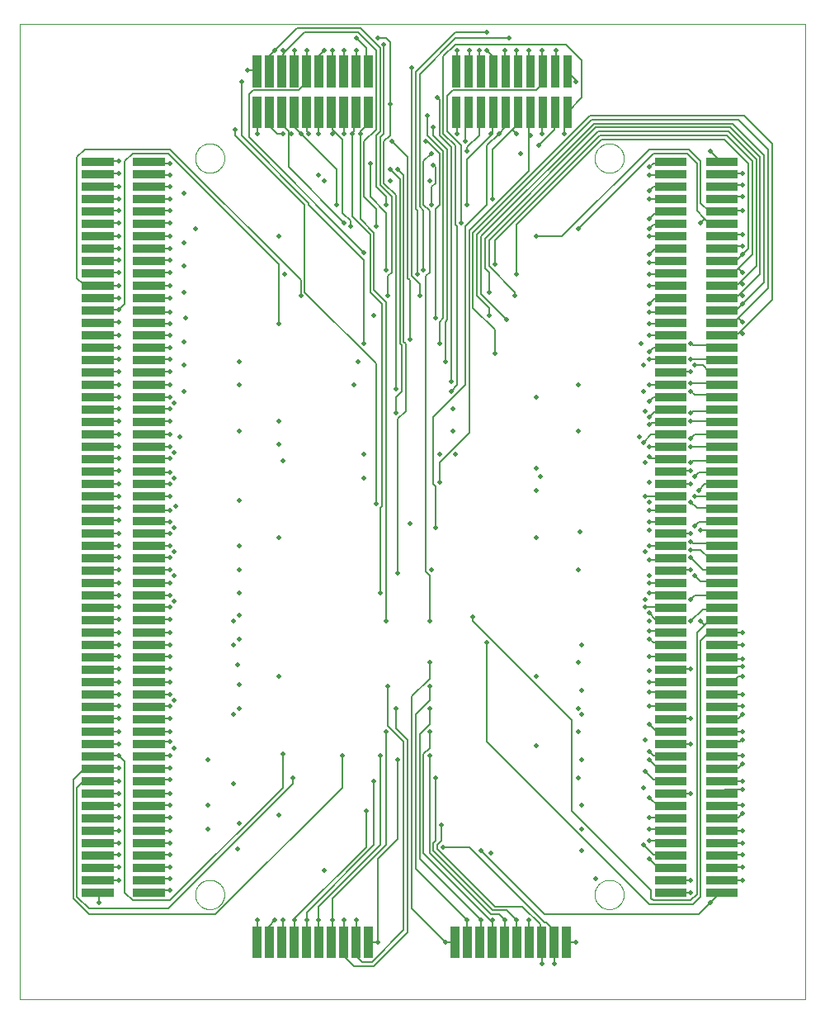
<source format=gbl>
G75*
%MOIN*%
%OFA0B0*%
%FSLAX25Y25*%
%IPPOS*%
%LPD*%
%AMOC8*
5,1,8,0,0,1.08239X$1,22.5*
%
%ADD10C,0.00000*%
%ADD11C,0.00301*%
%ADD12C,0.00800*%
%ADD13C,0.02000*%
D10*
X0001000Y0001000D02*
X0001000Y0394701D01*
X0318421Y0394701D01*
X0318421Y0001000D01*
X0001000Y0001000D01*
X0071897Y0043402D02*
X0071899Y0043555D01*
X0071905Y0043709D01*
X0071915Y0043862D01*
X0071929Y0044014D01*
X0071947Y0044167D01*
X0071969Y0044318D01*
X0071994Y0044469D01*
X0072024Y0044620D01*
X0072058Y0044770D01*
X0072095Y0044918D01*
X0072136Y0045066D01*
X0072181Y0045212D01*
X0072230Y0045358D01*
X0072283Y0045502D01*
X0072339Y0045644D01*
X0072399Y0045785D01*
X0072463Y0045925D01*
X0072530Y0046063D01*
X0072601Y0046199D01*
X0072676Y0046333D01*
X0072753Y0046465D01*
X0072835Y0046595D01*
X0072919Y0046723D01*
X0073007Y0046849D01*
X0073098Y0046972D01*
X0073192Y0047093D01*
X0073290Y0047211D01*
X0073390Y0047327D01*
X0073494Y0047440D01*
X0073600Y0047551D01*
X0073709Y0047659D01*
X0073821Y0047764D01*
X0073935Y0047865D01*
X0074053Y0047964D01*
X0074172Y0048060D01*
X0074294Y0048153D01*
X0074419Y0048242D01*
X0074546Y0048329D01*
X0074675Y0048411D01*
X0074806Y0048491D01*
X0074939Y0048567D01*
X0075074Y0048640D01*
X0075211Y0048709D01*
X0075350Y0048774D01*
X0075490Y0048836D01*
X0075632Y0048894D01*
X0075775Y0048949D01*
X0075920Y0049000D01*
X0076066Y0049047D01*
X0076213Y0049090D01*
X0076361Y0049129D01*
X0076510Y0049165D01*
X0076660Y0049196D01*
X0076811Y0049224D01*
X0076962Y0049248D01*
X0077115Y0049268D01*
X0077267Y0049284D01*
X0077420Y0049296D01*
X0077573Y0049304D01*
X0077726Y0049308D01*
X0077880Y0049308D01*
X0078033Y0049304D01*
X0078186Y0049296D01*
X0078339Y0049284D01*
X0078491Y0049268D01*
X0078644Y0049248D01*
X0078795Y0049224D01*
X0078946Y0049196D01*
X0079096Y0049165D01*
X0079245Y0049129D01*
X0079393Y0049090D01*
X0079540Y0049047D01*
X0079686Y0049000D01*
X0079831Y0048949D01*
X0079974Y0048894D01*
X0080116Y0048836D01*
X0080256Y0048774D01*
X0080395Y0048709D01*
X0080532Y0048640D01*
X0080667Y0048567D01*
X0080800Y0048491D01*
X0080931Y0048411D01*
X0081060Y0048329D01*
X0081187Y0048242D01*
X0081312Y0048153D01*
X0081434Y0048060D01*
X0081553Y0047964D01*
X0081671Y0047865D01*
X0081785Y0047764D01*
X0081897Y0047659D01*
X0082006Y0047551D01*
X0082112Y0047440D01*
X0082216Y0047327D01*
X0082316Y0047211D01*
X0082414Y0047093D01*
X0082508Y0046972D01*
X0082599Y0046849D01*
X0082687Y0046723D01*
X0082771Y0046595D01*
X0082853Y0046465D01*
X0082930Y0046333D01*
X0083005Y0046199D01*
X0083076Y0046063D01*
X0083143Y0045925D01*
X0083207Y0045785D01*
X0083267Y0045644D01*
X0083323Y0045502D01*
X0083376Y0045358D01*
X0083425Y0045212D01*
X0083470Y0045066D01*
X0083511Y0044918D01*
X0083548Y0044770D01*
X0083582Y0044620D01*
X0083612Y0044469D01*
X0083637Y0044318D01*
X0083659Y0044167D01*
X0083677Y0044014D01*
X0083691Y0043862D01*
X0083701Y0043709D01*
X0083707Y0043555D01*
X0083709Y0043402D01*
X0083707Y0043249D01*
X0083701Y0043095D01*
X0083691Y0042942D01*
X0083677Y0042790D01*
X0083659Y0042637D01*
X0083637Y0042486D01*
X0083612Y0042335D01*
X0083582Y0042184D01*
X0083548Y0042034D01*
X0083511Y0041886D01*
X0083470Y0041738D01*
X0083425Y0041592D01*
X0083376Y0041446D01*
X0083323Y0041302D01*
X0083267Y0041160D01*
X0083207Y0041019D01*
X0083143Y0040879D01*
X0083076Y0040741D01*
X0083005Y0040605D01*
X0082930Y0040471D01*
X0082853Y0040339D01*
X0082771Y0040209D01*
X0082687Y0040081D01*
X0082599Y0039955D01*
X0082508Y0039832D01*
X0082414Y0039711D01*
X0082316Y0039593D01*
X0082216Y0039477D01*
X0082112Y0039364D01*
X0082006Y0039253D01*
X0081897Y0039145D01*
X0081785Y0039040D01*
X0081671Y0038939D01*
X0081553Y0038840D01*
X0081434Y0038744D01*
X0081312Y0038651D01*
X0081187Y0038562D01*
X0081060Y0038475D01*
X0080931Y0038393D01*
X0080800Y0038313D01*
X0080667Y0038237D01*
X0080532Y0038164D01*
X0080395Y0038095D01*
X0080256Y0038030D01*
X0080116Y0037968D01*
X0079974Y0037910D01*
X0079831Y0037855D01*
X0079686Y0037804D01*
X0079540Y0037757D01*
X0079393Y0037714D01*
X0079245Y0037675D01*
X0079096Y0037639D01*
X0078946Y0037608D01*
X0078795Y0037580D01*
X0078644Y0037556D01*
X0078491Y0037536D01*
X0078339Y0037520D01*
X0078186Y0037508D01*
X0078033Y0037500D01*
X0077880Y0037496D01*
X0077726Y0037496D01*
X0077573Y0037500D01*
X0077420Y0037508D01*
X0077267Y0037520D01*
X0077115Y0037536D01*
X0076962Y0037556D01*
X0076811Y0037580D01*
X0076660Y0037608D01*
X0076510Y0037639D01*
X0076361Y0037675D01*
X0076213Y0037714D01*
X0076066Y0037757D01*
X0075920Y0037804D01*
X0075775Y0037855D01*
X0075632Y0037910D01*
X0075490Y0037968D01*
X0075350Y0038030D01*
X0075211Y0038095D01*
X0075074Y0038164D01*
X0074939Y0038237D01*
X0074806Y0038313D01*
X0074675Y0038393D01*
X0074546Y0038475D01*
X0074419Y0038562D01*
X0074294Y0038651D01*
X0074172Y0038744D01*
X0074053Y0038840D01*
X0073935Y0038939D01*
X0073821Y0039040D01*
X0073709Y0039145D01*
X0073600Y0039253D01*
X0073494Y0039364D01*
X0073390Y0039477D01*
X0073290Y0039593D01*
X0073192Y0039711D01*
X0073098Y0039832D01*
X0073007Y0039955D01*
X0072919Y0040081D01*
X0072835Y0040209D01*
X0072753Y0040339D01*
X0072676Y0040471D01*
X0072601Y0040605D01*
X0072530Y0040741D01*
X0072463Y0040879D01*
X0072399Y0041019D01*
X0072339Y0041160D01*
X0072283Y0041302D01*
X0072230Y0041446D01*
X0072181Y0041592D01*
X0072136Y0041738D01*
X0072095Y0041886D01*
X0072058Y0042034D01*
X0072024Y0042184D01*
X0071994Y0042335D01*
X0071969Y0042486D01*
X0071947Y0042637D01*
X0071929Y0042790D01*
X0071915Y0042942D01*
X0071905Y0043095D01*
X0071899Y0043249D01*
X0071897Y0043402D01*
X0233314Y0043402D02*
X0233316Y0043555D01*
X0233322Y0043709D01*
X0233332Y0043862D01*
X0233346Y0044014D01*
X0233364Y0044167D01*
X0233386Y0044318D01*
X0233411Y0044469D01*
X0233441Y0044620D01*
X0233475Y0044770D01*
X0233512Y0044918D01*
X0233553Y0045066D01*
X0233598Y0045212D01*
X0233647Y0045358D01*
X0233700Y0045502D01*
X0233756Y0045644D01*
X0233816Y0045785D01*
X0233880Y0045925D01*
X0233947Y0046063D01*
X0234018Y0046199D01*
X0234093Y0046333D01*
X0234170Y0046465D01*
X0234252Y0046595D01*
X0234336Y0046723D01*
X0234424Y0046849D01*
X0234515Y0046972D01*
X0234609Y0047093D01*
X0234707Y0047211D01*
X0234807Y0047327D01*
X0234911Y0047440D01*
X0235017Y0047551D01*
X0235126Y0047659D01*
X0235238Y0047764D01*
X0235352Y0047865D01*
X0235470Y0047964D01*
X0235589Y0048060D01*
X0235711Y0048153D01*
X0235836Y0048242D01*
X0235963Y0048329D01*
X0236092Y0048411D01*
X0236223Y0048491D01*
X0236356Y0048567D01*
X0236491Y0048640D01*
X0236628Y0048709D01*
X0236767Y0048774D01*
X0236907Y0048836D01*
X0237049Y0048894D01*
X0237192Y0048949D01*
X0237337Y0049000D01*
X0237483Y0049047D01*
X0237630Y0049090D01*
X0237778Y0049129D01*
X0237927Y0049165D01*
X0238077Y0049196D01*
X0238228Y0049224D01*
X0238379Y0049248D01*
X0238532Y0049268D01*
X0238684Y0049284D01*
X0238837Y0049296D01*
X0238990Y0049304D01*
X0239143Y0049308D01*
X0239297Y0049308D01*
X0239450Y0049304D01*
X0239603Y0049296D01*
X0239756Y0049284D01*
X0239908Y0049268D01*
X0240061Y0049248D01*
X0240212Y0049224D01*
X0240363Y0049196D01*
X0240513Y0049165D01*
X0240662Y0049129D01*
X0240810Y0049090D01*
X0240957Y0049047D01*
X0241103Y0049000D01*
X0241248Y0048949D01*
X0241391Y0048894D01*
X0241533Y0048836D01*
X0241673Y0048774D01*
X0241812Y0048709D01*
X0241949Y0048640D01*
X0242084Y0048567D01*
X0242217Y0048491D01*
X0242348Y0048411D01*
X0242477Y0048329D01*
X0242604Y0048242D01*
X0242729Y0048153D01*
X0242851Y0048060D01*
X0242970Y0047964D01*
X0243088Y0047865D01*
X0243202Y0047764D01*
X0243314Y0047659D01*
X0243423Y0047551D01*
X0243529Y0047440D01*
X0243633Y0047327D01*
X0243733Y0047211D01*
X0243831Y0047093D01*
X0243925Y0046972D01*
X0244016Y0046849D01*
X0244104Y0046723D01*
X0244188Y0046595D01*
X0244270Y0046465D01*
X0244347Y0046333D01*
X0244422Y0046199D01*
X0244493Y0046063D01*
X0244560Y0045925D01*
X0244624Y0045785D01*
X0244684Y0045644D01*
X0244740Y0045502D01*
X0244793Y0045358D01*
X0244842Y0045212D01*
X0244887Y0045066D01*
X0244928Y0044918D01*
X0244965Y0044770D01*
X0244999Y0044620D01*
X0245029Y0044469D01*
X0245054Y0044318D01*
X0245076Y0044167D01*
X0245094Y0044014D01*
X0245108Y0043862D01*
X0245118Y0043709D01*
X0245124Y0043555D01*
X0245126Y0043402D01*
X0245124Y0043249D01*
X0245118Y0043095D01*
X0245108Y0042942D01*
X0245094Y0042790D01*
X0245076Y0042637D01*
X0245054Y0042486D01*
X0245029Y0042335D01*
X0244999Y0042184D01*
X0244965Y0042034D01*
X0244928Y0041886D01*
X0244887Y0041738D01*
X0244842Y0041592D01*
X0244793Y0041446D01*
X0244740Y0041302D01*
X0244684Y0041160D01*
X0244624Y0041019D01*
X0244560Y0040879D01*
X0244493Y0040741D01*
X0244422Y0040605D01*
X0244347Y0040471D01*
X0244270Y0040339D01*
X0244188Y0040209D01*
X0244104Y0040081D01*
X0244016Y0039955D01*
X0243925Y0039832D01*
X0243831Y0039711D01*
X0243733Y0039593D01*
X0243633Y0039477D01*
X0243529Y0039364D01*
X0243423Y0039253D01*
X0243314Y0039145D01*
X0243202Y0039040D01*
X0243088Y0038939D01*
X0242970Y0038840D01*
X0242851Y0038744D01*
X0242729Y0038651D01*
X0242604Y0038562D01*
X0242477Y0038475D01*
X0242348Y0038393D01*
X0242217Y0038313D01*
X0242084Y0038237D01*
X0241949Y0038164D01*
X0241812Y0038095D01*
X0241673Y0038030D01*
X0241533Y0037968D01*
X0241391Y0037910D01*
X0241248Y0037855D01*
X0241103Y0037804D01*
X0240957Y0037757D01*
X0240810Y0037714D01*
X0240662Y0037675D01*
X0240513Y0037639D01*
X0240363Y0037608D01*
X0240212Y0037580D01*
X0240061Y0037556D01*
X0239908Y0037536D01*
X0239756Y0037520D01*
X0239603Y0037508D01*
X0239450Y0037500D01*
X0239297Y0037496D01*
X0239143Y0037496D01*
X0238990Y0037500D01*
X0238837Y0037508D01*
X0238684Y0037520D01*
X0238532Y0037536D01*
X0238379Y0037556D01*
X0238228Y0037580D01*
X0238077Y0037608D01*
X0237927Y0037639D01*
X0237778Y0037675D01*
X0237630Y0037714D01*
X0237483Y0037757D01*
X0237337Y0037804D01*
X0237192Y0037855D01*
X0237049Y0037910D01*
X0236907Y0037968D01*
X0236767Y0038030D01*
X0236628Y0038095D01*
X0236491Y0038164D01*
X0236356Y0038237D01*
X0236223Y0038313D01*
X0236092Y0038393D01*
X0235963Y0038475D01*
X0235836Y0038562D01*
X0235711Y0038651D01*
X0235589Y0038744D01*
X0235470Y0038840D01*
X0235352Y0038939D01*
X0235238Y0039040D01*
X0235126Y0039145D01*
X0235017Y0039253D01*
X0234911Y0039364D01*
X0234807Y0039477D01*
X0234707Y0039593D01*
X0234609Y0039711D01*
X0234515Y0039832D01*
X0234424Y0039955D01*
X0234336Y0040081D01*
X0234252Y0040209D01*
X0234170Y0040339D01*
X0234093Y0040471D01*
X0234018Y0040605D01*
X0233947Y0040741D01*
X0233880Y0040879D01*
X0233816Y0041019D01*
X0233756Y0041160D01*
X0233700Y0041302D01*
X0233647Y0041446D01*
X0233598Y0041592D01*
X0233553Y0041738D01*
X0233512Y0041886D01*
X0233475Y0042034D01*
X0233441Y0042184D01*
X0233411Y0042335D01*
X0233386Y0042486D01*
X0233364Y0042637D01*
X0233346Y0042790D01*
X0233332Y0042942D01*
X0233322Y0043095D01*
X0233316Y0043249D01*
X0233314Y0043402D01*
X0233314Y0340646D02*
X0233316Y0340799D01*
X0233322Y0340953D01*
X0233332Y0341106D01*
X0233346Y0341258D01*
X0233364Y0341411D01*
X0233386Y0341562D01*
X0233411Y0341713D01*
X0233441Y0341864D01*
X0233475Y0342014D01*
X0233512Y0342162D01*
X0233553Y0342310D01*
X0233598Y0342456D01*
X0233647Y0342602D01*
X0233700Y0342746D01*
X0233756Y0342888D01*
X0233816Y0343029D01*
X0233880Y0343169D01*
X0233947Y0343307D01*
X0234018Y0343443D01*
X0234093Y0343577D01*
X0234170Y0343709D01*
X0234252Y0343839D01*
X0234336Y0343967D01*
X0234424Y0344093D01*
X0234515Y0344216D01*
X0234609Y0344337D01*
X0234707Y0344455D01*
X0234807Y0344571D01*
X0234911Y0344684D01*
X0235017Y0344795D01*
X0235126Y0344903D01*
X0235238Y0345008D01*
X0235352Y0345109D01*
X0235470Y0345208D01*
X0235589Y0345304D01*
X0235711Y0345397D01*
X0235836Y0345486D01*
X0235963Y0345573D01*
X0236092Y0345655D01*
X0236223Y0345735D01*
X0236356Y0345811D01*
X0236491Y0345884D01*
X0236628Y0345953D01*
X0236767Y0346018D01*
X0236907Y0346080D01*
X0237049Y0346138D01*
X0237192Y0346193D01*
X0237337Y0346244D01*
X0237483Y0346291D01*
X0237630Y0346334D01*
X0237778Y0346373D01*
X0237927Y0346409D01*
X0238077Y0346440D01*
X0238228Y0346468D01*
X0238379Y0346492D01*
X0238532Y0346512D01*
X0238684Y0346528D01*
X0238837Y0346540D01*
X0238990Y0346548D01*
X0239143Y0346552D01*
X0239297Y0346552D01*
X0239450Y0346548D01*
X0239603Y0346540D01*
X0239756Y0346528D01*
X0239908Y0346512D01*
X0240061Y0346492D01*
X0240212Y0346468D01*
X0240363Y0346440D01*
X0240513Y0346409D01*
X0240662Y0346373D01*
X0240810Y0346334D01*
X0240957Y0346291D01*
X0241103Y0346244D01*
X0241248Y0346193D01*
X0241391Y0346138D01*
X0241533Y0346080D01*
X0241673Y0346018D01*
X0241812Y0345953D01*
X0241949Y0345884D01*
X0242084Y0345811D01*
X0242217Y0345735D01*
X0242348Y0345655D01*
X0242477Y0345573D01*
X0242604Y0345486D01*
X0242729Y0345397D01*
X0242851Y0345304D01*
X0242970Y0345208D01*
X0243088Y0345109D01*
X0243202Y0345008D01*
X0243314Y0344903D01*
X0243423Y0344795D01*
X0243529Y0344684D01*
X0243633Y0344571D01*
X0243733Y0344455D01*
X0243831Y0344337D01*
X0243925Y0344216D01*
X0244016Y0344093D01*
X0244104Y0343967D01*
X0244188Y0343839D01*
X0244270Y0343709D01*
X0244347Y0343577D01*
X0244422Y0343443D01*
X0244493Y0343307D01*
X0244560Y0343169D01*
X0244624Y0343029D01*
X0244684Y0342888D01*
X0244740Y0342746D01*
X0244793Y0342602D01*
X0244842Y0342456D01*
X0244887Y0342310D01*
X0244928Y0342162D01*
X0244965Y0342014D01*
X0244999Y0341864D01*
X0245029Y0341713D01*
X0245054Y0341562D01*
X0245076Y0341411D01*
X0245094Y0341258D01*
X0245108Y0341106D01*
X0245118Y0340953D01*
X0245124Y0340799D01*
X0245126Y0340646D01*
X0245124Y0340493D01*
X0245118Y0340339D01*
X0245108Y0340186D01*
X0245094Y0340034D01*
X0245076Y0339881D01*
X0245054Y0339730D01*
X0245029Y0339579D01*
X0244999Y0339428D01*
X0244965Y0339278D01*
X0244928Y0339130D01*
X0244887Y0338982D01*
X0244842Y0338836D01*
X0244793Y0338690D01*
X0244740Y0338546D01*
X0244684Y0338404D01*
X0244624Y0338263D01*
X0244560Y0338123D01*
X0244493Y0337985D01*
X0244422Y0337849D01*
X0244347Y0337715D01*
X0244270Y0337583D01*
X0244188Y0337453D01*
X0244104Y0337325D01*
X0244016Y0337199D01*
X0243925Y0337076D01*
X0243831Y0336955D01*
X0243733Y0336837D01*
X0243633Y0336721D01*
X0243529Y0336608D01*
X0243423Y0336497D01*
X0243314Y0336389D01*
X0243202Y0336284D01*
X0243088Y0336183D01*
X0242970Y0336084D01*
X0242851Y0335988D01*
X0242729Y0335895D01*
X0242604Y0335806D01*
X0242477Y0335719D01*
X0242348Y0335637D01*
X0242217Y0335557D01*
X0242084Y0335481D01*
X0241949Y0335408D01*
X0241812Y0335339D01*
X0241673Y0335274D01*
X0241533Y0335212D01*
X0241391Y0335154D01*
X0241248Y0335099D01*
X0241103Y0335048D01*
X0240957Y0335001D01*
X0240810Y0334958D01*
X0240662Y0334919D01*
X0240513Y0334883D01*
X0240363Y0334852D01*
X0240212Y0334824D01*
X0240061Y0334800D01*
X0239908Y0334780D01*
X0239756Y0334764D01*
X0239603Y0334752D01*
X0239450Y0334744D01*
X0239297Y0334740D01*
X0239143Y0334740D01*
X0238990Y0334744D01*
X0238837Y0334752D01*
X0238684Y0334764D01*
X0238532Y0334780D01*
X0238379Y0334800D01*
X0238228Y0334824D01*
X0238077Y0334852D01*
X0237927Y0334883D01*
X0237778Y0334919D01*
X0237630Y0334958D01*
X0237483Y0335001D01*
X0237337Y0335048D01*
X0237192Y0335099D01*
X0237049Y0335154D01*
X0236907Y0335212D01*
X0236767Y0335274D01*
X0236628Y0335339D01*
X0236491Y0335408D01*
X0236356Y0335481D01*
X0236223Y0335557D01*
X0236092Y0335637D01*
X0235963Y0335719D01*
X0235836Y0335806D01*
X0235711Y0335895D01*
X0235589Y0335988D01*
X0235470Y0336084D01*
X0235352Y0336183D01*
X0235238Y0336284D01*
X0235126Y0336389D01*
X0235017Y0336497D01*
X0234911Y0336608D01*
X0234807Y0336721D01*
X0234707Y0336837D01*
X0234609Y0336955D01*
X0234515Y0337076D01*
X0234424Y0337199D01*
X0234336Y0337325D01*
X0234252Y0337453D01*
X0234170Y0337583D01*
X0234093Y0337715D01*
X0234018Y0337849D01*
X0233947Y0337985D01*
X0233880Y0338123D01*
X0233816Y0338263D01*
X0233756Y0338404D01*
X0233700Y0338546D01*
X0233647Y0338690D01*
X0233598Y0338836D01*
X0233553Y0338982D01*
X0233512Y0339130D01*
X0233475Y0339278D01*
X0233441Y0339428D01*
X0233411Y0339579D01*
X0233386Y0339730D01*
X0233364Y0339881D01*
X0233346Y0340034D01*
X0233332Y0340186D01*
X0233322Y0340339D01*
X0233316Y0340493D01*
X0233314Y0340646D01*
X0071897Y0340646D02*
X0071899Y0340799D01*
X0071905Y0340953D01*
X0071915Y0341106D01*
X0071929Y0341258D01*
X0071947Y0341411D01*
X0071969Y0341562D01*
X0071994Y0341713D01*
X0072024Y0341864D01*
X0072058Y0342014D01*
X0072095Y0342162D01*
X0072136Y0342310D01*
X0072181Y0342456D01*
X0072230Y0342602D01*
X0072283Y0342746D01*
X0072339Y0342888D01*
X0072399Y0343029D01*
X0072463Y0343169D01*
X0072530Y0343307D01*
X0072601Y0343443D01*
X0072676Y0343577D01*
X0072753Y0343709D01*
X0072835Y0343839D01*
X0072919Y0343967D01*
X0073007Y0344093D01*
X0073098Y0344216D01*
X0073192Y0344337D01*
X0073290Y0344455D01*
X0073390Y0344571D01*
X0073494Y0344684D01*
X0073600Y0344795D01*
X0073709Y0344903D01*
X0073821Y0345008D01*
X0073935Y0345109D01*
X0074053Y0345208D01*
X0074172Y0345304D01*
X0074294Y0345397D01*
X0074419Y0345486D01*
X0074546Y0345573D01*
X0074675Y0345655D01*
X0074806Y0345735D01*
X0074939Y0345811D01*
X0075074Y0345884D01*
X0075211Y0345953D01*
X0075350Y0346018D01*
X0075490Y0346080D01*
X0075632Y0346138D01*
X0075775Y0346193D01*
X0075920Y0346244D01*
X0076066Y0346291D01*
X0076213Y0346334D01*
X0076361Y0346373D01*
X0076510Y0346409D01*
X0076660Y0346440D01*
X0076811Y0346468D01*
X0076962Y0346492D01*
X0077115Y0346512D01*
X0077267Y0346528D01*
X0077420Y0346540D01*
X0077573Y0346548D01*
X0077726Y0346552D01*
X0077880Y0346552D01*
X0078033Y0346548D01*
X0078186Y0346540D01*
X0078339Y0346528D01*
X0078491Y0346512D01*
X0078644Y0346492D01*
X0078795Y0346468D01*
X0078946Y0346440D01*
X0079096Y0346409D01*
X0079245Y0346373D01*
X0079393Y0346334D01*
X0079540Y0346291D01*
X0079686Y0346244D01*
X0079831Y0346193D01*
X0079974Y0346138D01*
X0080116Y0346080D01*
X0080256Y0346018D01*
X0080395Y0345953D01*
X0080532Y0345884D01*
X0080667Y0345811D01*
X0080800Y0345735D01*
X0080931Y0345655D01*
X0081060Y0345573D01*
X0081187Y0345486D01*
X0081312Y0345397D01*
X0081434Y0345304D01*
X0081553Y0345208D01*
X0081671Y0345109D01*
X0081785Y0345008D01*
X0081897Y0344903D01*
X0082006Y0344795D01*
X0082112Y0344684D01*
X0082216Y0344571D01*
X0082316Y0344455D01*
X0082414Y0344337D01*
X0082508Y0344216D01*
X0082599Y0344093D01*
X0082687Y0343967D01*
X0082771Y0343839D01*
X0082853Y0343709D01*
X0082930Y0343577D01*
X0083005Y0343443D01*
X0083076Y0343307D01*
X0083143Y0343169D01*
X0083207Y0343029D01*
X0083267Y0342888D01*
X0083323Y0342746D01*
X0083376Y0342602D01*
X0083425Y0342456D01*
X0083470Y0342310D01*
X0083511Y0342162D01*
X0083548Y0342014D01*
X0083582Y0341864D01*
X0083612Y0341713D01*
X0083637Y0341562D01*
X0083659Y0341411D01*
X0083677Y0341258D01*
X0083691Y0341106D01*
X0083701Y0340953D01*
X0083707Y0340799D01*
X0083709Y0340646D01*
X0083707Y0340493D01*
X0083701Y0340339D01*
X0083691Y0340186D01*
X0083677Y0340034D01*
X0083659Y0339881D01*
X0083637Y0339730D01*
X0083612Y0339579D01*
X0083582Y0339428D01*
X0083548Y0339278D01*
X0083511Y0339130D01*
X0083470Y0338982D01*
X0083425Y0338836D01*
X0083376Y0338690D01*
X0083323Y0338546D01*
X0083267Y0338404D01*
X0083207Y0338263D01*
X0083143Y0338123D01*
X0083076Y0337985D01*
X0083005Y0337849D01*
X0082930Y0337715D01*
X0082853Y0337583D01*
X0082771Y0337453D01*
X0082687Y0337325D01*
X0082599Y0337199D01*
X0082508Y0337076D01*
X0082414Y0336955D01*
X0082316Y0336837D01*
X0082216Y0336721D01*
X0082112Y0336608D01*
X0082006Y0336497D01*
X0081897Y0336389D01*
X0081785Y0336284D01*
X0081671Y0336183D01*
X0081553Y0336084D01*
X0081434Y0335988D01*
X0081312Y0335895D01*
X0081187Y0335806D01*
X0081060Y0335719D01*
X0080931Y0335637D01*
X0080800Y0335557D01*
X0080667Y0335481D01*
X0080532Y0335408D01*
X0080395Y0335339D01*
X0080256Y0335274D01*
X0080116Y0335212D01*
X0079974Y0335154D01*
X0079831Y0335099D01*
X0079686Y0335048D01*
X0079540Y0335001D01*
X0079393Y0334958D01*
X0079245Y0334919D01*
X0079096Y0334883D01*
X0078946Y0334852D01*
X0078795Y0334824D01*
X0078644Y0334800D01*
X0078491Y0334780D01*
X0078339Y0334764D01*
X0078186Y0334752D01*
X0078033Y0334744D01*
X0077880Y0334740D01*
X0077726Y0334740D01*
X0077573Y0334744D01*
X0077420Y0334752D01*
X0077267Y0334764D01*
X0077115Y0334780D01*
X0076962Y0334800D01*
X0076811Y0334824D01*
X0076660Y0334852D01*
X0076510Y0334883D01*
X0076361Y0334919D01*
X0076213Y0334958D01*
X0076066Y0335001D01*
X0075920Y0335048D01*
X0075775Y0335099D01*
X0075632Y0335154D01*
X0075490Y0335212D01*
X0075350Y0335274D01*
X0075211Y0335339D01*
X0075074Y0335408D01*
X0074939Y0335481D01*
X0074806Y0335557D01*
X0074675Y0335637D01*
X0074546Y0335719D01*
X0074419Y0335806D01*
X0074294Y0335895D01*
X0074172Y0335988D01*
X0074053Y0336084D01*
X0073935Y0336183D01*
X0073821Y0336284D01*
X0073709Y0336389D01*
X0073600Y0336497D01*
X0073494Y0336608D01*
X0073390Y0336721D01*
X0073290Y0336837D01*
X0073192Y0336955D01*
X0073098Y0337076D01*
X0073007Y0337199D01*
X0072919Y0337325D01*
X0072835Y0337453D01*
X0072753Y0337583D01*
X0072676Y0337715D01*
X0072601Y0337849D01*
X0072530Y0337985D01*
X0072463Y0338123D01*
X0072399Y0338263D01*
X0072339Y0338404D01*
X0072283Y0338546D01*
X0072230Y0338690D01*
X0072181Y0338836D01*
X0072136Y0338982D01*
X0072095Y0339130D01*
X0072058Y0339278D01*
X0072024Y0339428D01*
X0071994Y0339579D01*
X0071969Y0339730D01*
X0071947Y0339881D01*
X0071929Y0340034D01*
X0071915Y0340186D01*
X0071905Y0340339D01*
X0071899Y0340493D01*
X0071897Y0340646D01*
D11*
X0059326Y0340791D02*
X0046832Y0340791D01*
X0059326Y0340791D02*
X0059326Y0337745D01*
X0046832Y0337745D01*
X0046832Y0340791D01*
X0046832Y0338045D02*
X0059326Y0338045D01*
X0059326Y0338345D02*
X0046832Y0338345D01*
X0046832Y0338645D02*
X0059326Y0338645D01*
X0059326Y0338945D02*
X0046832Y0338945D01*
X0046832Y0339245D02*
X0059326Y0339245D01*
X0059326Y0339545D02*
X0046832Y0339545D01*
X0046832Y0339845D02*
X0059326Y0339845D01*
X0059326Y0340145D02*
X0046832Y0340145D01*
X0046832Y0340445D02*
X0059326Y0340445D01*
X0059326Y0340745D02*
X0046832Y0340745D01*
X0046832Y0335791D02*
X0059326Y0335791D01*
X0059326Y0332745D01*
X0046832Y0332745D01*
X0046832Y0335791D01*
X0046832Y0333045D02*
X0059326Y0333045D01*
X0059326Y0333345D02*
X0046832Y0333345D01*
X0046832Y0333645D02*
X0059326Y0333645D01*
X0059326Y0333945D02*
X0046832Y0333945D01*
X0046832Y0334245D02*
X0059326Y0334245D01*
X0059326Y0334545D02*
X0046832Y0334545D01*
X0046832Y0334845D02*
X0059326Y0334845D01*
X0059326Y0335145D02*
X0046832Y0335145D01*
X0046832Y0335445D02*
X0059326Y0335445D01*
X0059326Y0335745D02*
X0046832Y0335745D01*
X0046832Y0330791D02*
X0059326Y0330791D01*
X0059326Y0327745D01*
X0046832Y0327745D01*
X0046832Y0330791D01*
X0046832Y0328045D02*
X0059326Y0328045D01*
X0059326Y0328345D02*
X0046832Y0328345D01*
X0046832Y0328645D02*
X0059326Y0328645D01*
X0059326Y0328945D02*
X0046832Y0328945D01*
X0046832Y0329245D02*
X0059326Y0329245D01*
X0059326Y0329545D02*
X0046832Y0329545D01*
X0046832Y0329845D02*
X0059326Y0329845D01*
X0059326Y0330145D02*
X0046832Y0330145D01*
X0046832Y0330445D02*
X0059326Y0330445D01*
X0059326Y0330745D02*
X0046832Y0330745D01*
X0046832Y0325791D02*
X0059326Y0325791D01*
X0059326Y0322745D01*
X0046832Y0322745D01*
X0046832Y0325791D01*
X0046832Y0323045D02*
X0059326Y0323045D01*
X0059326Y0323345D02*
X0046832Y0323345D01*
X0046832Y0323645D02*
X0059326Y0323645D01*
X0059326Y0323945D02*
X0046832Y0323945D01*
X0046832Y0324245D02*
X0059326Y0324245D01*
X0059326Y0324545D02*
X0046832Y0324545D01*
X0046832Y0324845D02*
X0059326Y0324845D01*
X0059326Y0325145D02*
X0046832Y0325145D01*
X0046832Y0325445D02*
X0059326Y0325445D01*
X0059326Y0325745D02*
X0046832Y0325745D01*
X0046832Y0320791D02*
X0059326Y0320791D01*
X0059326Y0317745D01*
X0046832Y0317745D01*
X0046832Y0320791D01*
X0046832Y0318045D02*
X0059326Y0318045D01*
X0059326Y0318345D02*
X0046832Y0318345D01*
X0046832Y0318645D02*
X0059326Y0318645D01*
X0059326Y0318945D02*
X0046832Y0318945D01*
X0046832Y0319245D02*
X0059326Y0319245D01*
X0059326Y0319545D02*
X0046832Y0319545D01*
X0046832Y0319845D02*
X0059326Y0319845D01*
X0059326Y0320145D02*
X0046832Y0320145D01*
X0046832Y0320445D02*
X0059326Y0320445D01*
X0059326Y0320745D02*
X0046832Y0320745D01*
X0046832Y0315791D02*
X0059326Y0315791D01*
X0059326Y0312745D01*
X0046832Y0312745D01*
X0046832Y0315791D01*
X0046832Y0313045D02*
X0059326Y0313045D01*
X0059326Y0313345D02*
X0046832Y0313345D01*
X0046832Y0313645D02*
X0059326Y0313645D01*
X0059326Y0313945D02*
X0046832Y0313945D01*
X0046832Y0314245D02*
X0059326Y0314245D01*
X0059326Y0314545D02*
X0046832Y0314545D01*
X0046832Y0314845D02*
X0059326Y0314845D01*
X0059326Y0315145D02*
X0046832Y0315145D01*
X0046832Y0315445D02*
X0059326Y0315445D01*
X0059326Y0315745D02*
X0046832Y0315745D01*
X0046832Y0310791D02*
X0059326Y0310791D01*
X0059326Y0307745D01*
X0046832Y0307745D01*
X0046832Y0310791D01*
X0046832Y0308045D02*
X0059326Y0308045D01*
X0059326Y0308345D02*
X0046832Y0308345D01*
X0046832Y0308645D02*
X0059326Y0308645D01*
X0059326Y0308945D02*
X0046832Y0308945D01*
X0046832Y0309245D02*
X0059326Y0309245D01*
X0059326Y0309545D02*
X0046832Y0309545D01*
X0046832Y0309845D02*
X0059326Y0309845D01*
X0059326Y0310145D02*
X0046832Y0310145D01*
X0046832Y0310445D02*
X0059326Y0310445D01*
X0059326Y0310745D02*
X0046832Y0310745D01*
X0046832Y0305791D02*
X0059326Y0305791D01*
X0059326Y0302745D01*
X0046832Y0302745D01*
X0046832Y0305791D01*
X0046832Y0303045D02*
X0059326Y0303045D01*
X0059326Y0303345D02*
X0046832Y0303345D01*
X0046832Y0303645D02*
X0059326Y0303645D01*
X0059326Y0303945D02*
X0046832Y0303945D01*
X0046832Y0304245D02*
X0059326Y0304245D01*
X0059326Y0304545D02*
X0046832Y0304545D01*
X0046832Y0304845D02*
X0059326Y0304845D01*
X0059326Y0305145D02*
X0046832Y0305145D01*
X0046832Y0305445D02*
X0059326Y0305445D01*
X0059326Y0305745D02*
X0046832Y0305745D01*
X0046832Y0300791D02*
X0059326Y0300791D01*
X0059326Y0297745D01*
X0046832Y0297745D01*
X0046832Y0300791D01*
X0046832Y0298045D02*
X0059326Y0298045D01*
X0059326Y0298345D02*
X0046832Y0298345D01*
X0046832Y0298645D02*
X0059326Y0298645D01*
X0059326Y0298945D02*
X0046832Y0298945D01*
X0046832Y0299245D02*
X0059326Y0299245D01*
X0059326Y0299545D02*
X0046832Y0299545D01*
X0046832Y0299845D02*
X0059326Y0299845D01*
X0059326Y0300145D02*
X0046832Y0300145D01*
X0046832Y0300445D02*
X0059326Y0300445D01*
X0059326Y0300745D02*
X0046832Y0300745D01*
X0046832Y0295791D02*
X0059326Y0295791D01*
X0059326Y0292745D01*
X0046832Y0292745D01*
X0046832Y0295791D01*
X0046832Y0293045D02*
X0059326Y0293045D01*
X0059326Y0293345D02*
X0046832Y0293345D01*
X0046832Y0293645D02*
X0059326Y0293645D01*
X0059326Y0293945D02*
X0046832Y0293945D01*
X0046832Y0294245D02*
X0059326Y0294245D01*
X0059326Y0294545D02*
X0046832Y0294545D01*
X0046832Y0294845D02*
X0059326Y0294845D01*
X0059326Y0295145D02*
X0046832Y0295145D01*
X0046832Y0295445D02*
X0059326Y0295445D01*
X0059326Y0295745D02*
X0046832Y0295745D01*
X0046832Y0290791D02*
X0059326Y0290791D01*
X0059326Y0287745D01*
X0046832Y0287745D01*
X0046832Y0290791D01*
X0046832Y0288045D02*
X0059326Y0288045D01*
X0059326Y0288345D02*
X0046832Y0288345D01*
X0046832Y0288645D02*
X0059326Y0288645D01*
X0059326Y0288945D02*
X0046832Y0288945D01*
X0046832Y0289245D02*
X0059326Y0289245D01*
X0059326Y0289545D02*
X0046832Y0289545D01*
X0046832Y0289845D02*
X0059326Y0289845D01*
X0059326Y0290145D02*
X0046832Y0290145D01*
X0046832Y0290445D02*
X0059326Y0290445D01*
X0059326Y0290745D02*
X0046832Y0290745D01*
X0046832Y0285791D02*
X0059326Y0285791D01*
X0059326Y0282745D01*
X0046832Y0282745D01*
X0046832Y0285791D01*
X0046832Y0283045D02*
X0059326Y0283045D01*
X0059326Y0283345D02*
X0046832Y0283345D01*
X0046832Y0283645D02*
X0059326Y0283645D01*
X0059326Y0283945D02*
X0046832Y0283945D01*
X0046832Y0284245D02*
X0059326Y0284245D01*
X0059326Y0284545D02*
X0046832Y0284545D01*
X0046832Y0284845D02*
X0059326Y0284845D01*
X0059326Y0285145D02*
X0046832Y0285145D01*
X0046832Y0285445D02*
X0059326Y0285445D01*
X0059326Y0285745D02*
X0046832Y0285745D01*
X0046832Y0280791D02*
X0059326Y0280791D01*
X0059326Y0277745D01*
X0046832Y0277745D01*
X0046832Y0280791D01*
X0046832Y0278045D02*
X0059326Y0278045D01*
X0059326Y0278345D02*
X0046832Y0278345D01*
X0046832Y0278645D02*
X0059326Y0278645D01*
X0059326Y0278945D02*
X0046832Y0278945D01*
X0046832Y0279245D02*
X0059326Y0279245D01*
X0059326Y0279545D02*
X0046832Y0279545D01*
X0046832Y0279845D02*
X0059326Y0279845D01*
X0059326Y0280145D02*
X0046832Y0280145D01*
X0046832Y0280445D02*
X0059326Y0280445D01*
X0059326Y0280745D02*
X0046832Y0280745D01*
X0046832Y0275791D02*
X0059326Y0275791D01*
X0059326Y0272745D01*
X0046832Y0272745D01*
X0046832Y0275791D01*
X0046832Y0273045D02*
X0059326Y0273045D01*
X0059326Y0273345D02*
X0046832Y0273345D01*
X0046832Y0273645D02*
X0059326Y0273645D01*
X0059326Y0273945D02*
X0046832Y0273945D01*
X0046832Y0274245D02*
X0059326Y0274245D01*
X0059326Y0274545D02*
X0046832Y0274545D01*
X0046832Y0274845D02*
X0059326Y0274845D01*
X0059326Y0275145D02*
X0046832Y0275145D01*
X0046832Y0275445D02*
X0059326Y0275445D01*
X0059326Y0275745D02*
X0046832Y0275745D01*
X0046832Y0270791D02*
X0059326Y0270791D01*
X0059326Y0267745D01*
X0046832Y0267745D01*
X0046832Y0270791D01*
X0046832Y0268045D02*
X0059326Y0268045D01*
X0059326Y0268345D02*
X0046832Y0268345D01*
X0046832Y0268645D02*
X0059326Y0268645D01*
X0059326Y0268945D02*
X0046832Y0268945D01*
X0046832Y0269245D02*
X0059326Y0269245D01*
X0059326Y0269545D02*
X0046832Y0269545D01*
X0046832Y0269845D02*
X0059326Y0269845D01*
X0059326Y0270145D02*
X0046832Y0270145D01*
X0046832Y0270445D02*
X0059326Y0270445D01*
X0059326Y0270745D02*
X0046832Y0270745D01*
X0046832Y0265791D02*
X0059326Y0265791D01*
X0059326Y0262745D01*
X0046832Y0262745D01*
X0046832Y0265791D01*
X0046832Y0263045D02*
X0059326Y0263045D01*
X0059326Y0263345D02*
X0046832Y0263345D01*
X0046832Y0263645D02*
X0059326Y0263645D01*
X0059326Y0263945D02*
X0046832Y0263945D01*
X0046832Y0264245D02*
X0059326Y0264245D01*
X0059326Y0264545D02*
X0046832Y0264545D01*
X0046832Y0264845D02*
X0059326Y0264845D01*
X0059326Y0265145D02*
X0046832Y0265145D01*
X0046832Y0265445D02*
X0059326Y0265445D01*
X0059326Y0265745D02*
X0046832Y0265745D01*
X0046832Y0260791D02*
X0059326Y0260791D01*
X0059326Y0257745D01*
X0046832Y0257745D01*
X0046832Y0260791D01*
X0046832Y0258045D02*
X0059326Y0258045D01*
X0059326Y0258345D02*
X0046832Y0258345D01*
X0046832Y0258645D02*
X0059326Y0258645D01*
X0059326Y0258945D02*
X0046832Y0258945D01*
X0046832Y0259245D02*
X0059326Y0259245D01*
X0059326Y0259545D02*
X0046832Y0259545D01*
X0046832Y0259845D02*
X0059326Y0259845D01*
X0059326Y0260145D02*
X0046832Y0260145D01*
X0046832Y0260445D02*
X0059326Y0260445D01*
X0059326Y0260745D02*
X0046832Y0260745D01*
X0046832Y0255791D02*
X0059326Y0255791D01*
X0059326Y0252745D01*
X0046832Y0252745D01*
X0046832Y0255791D01*
X0046832Y0253045D02*
X0059326Y0253045D01*
X0059326Y0253345D02*
X0046832Y0253345D01*
X0046832Y0253645D02*
X0059326Y0253645D01*
X0059326Y0253945D02*
X0046832Y0253945D01*
X0046832Y0254245D02*
X0059326Y0254245D01*
X0059326Y0254545D02*
X0046832Y0254545D01*
X0046832Y0254845D02*
X0059326Y0254845D01*
X0059326Y0255145D02*
X0046832Y0255145D01*
X0046832Y0255445D02*
X0059326Y0255445D01*
X0059326Y0255745D02*
X0046832Y0255745D01*
X0046832Y0250791D02*
X0059326Y0250791D01*
X0059326Y0247745D01*
X0046832Y0247745D01*
X0046832Y0250791D01*
X0046832Y0248045D02*
X0059326Y0248045D01*
X0059326Y0248345D02*
X0046832Y0248345D01*
X0046832Y0248645D02*
X0059326Y0248645D01*
X0059326Y0248945D02*
X0046832Y0248945D01*
X0046832Y0249245D02*
X0059326Y0249245D01*
X0059326Y0249545D02*
X0046832Y0249545D01*
X0046832Y0249845D02*
X0059326Y0249845D01*
X0059326Y0250145D02*
X0046832Y0250145D01*
X0046832Y0250445D02*
X0059326Y0250445D01*
X0059326Y0250745D02*
X0046832Y0250745D01*
X0046832Y0245791D02*
X0059326Y0245791D01*
X0059326Y0242745D01*
X0046832Y0242745D01*
X0046832Y0245791D01*
X0046832Y0243045D02*
X0059326Y0243045D01*
X0059326Y0243345D02*
X0046832Y0243345D01*
X0046832Y0243645D02*
X0059326Y0243645D01*
X0059326Y0243945D02*
X0046832Y0243945D01*
X0046832Y0244245D02*
X0059326Y0244245D01*
X0059326Y0244545D02*
X0046832Y0244545D01*
X0046832Y0244845D02*
X0059326Y0244845D01*
X0059326Y0245145D02*
X0046832Y0245145D01*
X0046832Y0245445D02*
X0059326Y0245445D01*
X0059326Y0245745D02*
X0046832Y0245745D01*
X0046832Y0240791D02*
X0059326Y0240791D01*
X0059326Y0237745D01*
X0046832Y0237745D01*
X0046832Y0240791D01*
X0046832Y0238045D02*
X0059326Y0238045D01*
X0059326Y0238345D02*
X0046832Y0238345D01*
X0046832Y0238645D02*
X0059326Y0238645D01*
X0059326Y0238945D02*
X0046832Y0238945D01*
X0046832Y0239245D02*
X0059326Y0239245D01*
X0059326Y0239545D02*
X0046832Y0239545D01*
X0046832Y0239845D02*
X0059326Y0239845D01*
X0059326Y0240145D02*
X0046832Y0240145D01*
X0046832Y0240445D02*
X0059326Y0240445D01*
X0059326Y0240745D02*
X0046832Y0240745D01*
X0046832Y0235791D02*
X0059326Y0235791D01*
X0059326Y0232745D01*
X0046832Y0232745D01*
X0046832Y0235791D01*
X0046832Y0233045D02*
X0059326Y0233045D01*
X0059326Y0233345D02*
X0046832Y0233345D01*
X0046832Y0233645D02*
X0059326Y0233645D01*
X0059326Y0233945D02*
X0046832Y0233945D01*
X0046832Y0234245D02*
X0059326Y0234245D01*
X0059326Y0234545D02*
X0046832Y0234545D01*
X0046832Y0234845D02*
X0059326Y0234845D01*
X0059326Y0235145D02*
X0046832Y0235145D01*
X0046832Y0235445D02*
X0059326Y0235445D01*
X0059326Y0235745D02*
X0046832Y0235745D01*
X0046832Y0230791D02*
X0059326Y0230791D01*
X0059326Y0227745D01*
X0046832Y0227745D01*
X0046832Y0230791D01*
X0046832Y0228045D02*
X0059326Y0228045D01*
X0059326Y0228345D02*
X0046832Y0228345D01*
X0046832Y0228645D02*
X0059326Y0228645D01*
X0059326Y0228945D02*
X0046832Y0228945D01*
X0046832Y0229245D02*
X0059326Y0229245D01*
X0059326Y0229545D02*
X0046832Y0229545D01*
X0046832Y0229845D02*
X0059326Y0229845D01*
X0059326Y0230145D02*
X0046832Y0230145D01*
X0046832Y0230445D02*
X0059326Y0230445D01*
X0059326Y0230745D02*
X0046832Y0230745D01*
X0046832Y0225791D02*
X0059326Y0225791D01*
X0059326Y0222745D01*
X0046832Y0222745D01*
X0046832Y0225791D01*
X0046832Y0223045D02*
X0059326Y0223045D01*
X0059326Y0223345D02*
X0046832Y0223345D01*
X0046832Y0223645D02*
X0059326Y0223645D01*
X0059326Y0223945D02*
X0046832Y0223945D01*
X0046832Y0224245D02*
X0059326Y0224245D01*
X0059326Y0224545D02*
X0046832Y0224545D01*
X0046832Y0224845D02*
X0059326Y0224845D01*
X0059326Y0225145D02*
X0046832Y0225145D01*
X0046832Y0225445D02*
X0059326Y0225445D01*
X0059326Y0225745D02*
X0046832Y0225745D01*
X0046832Y0220791D02*
X0059326Y0220791D01*
X0059326Y0217745D01*
X0046832Y0217745D01*
X0046832Y0220791D01*
X0046832Y0218045D02*
X0059326Y0218045D01*
X0059326Y0218345D02*
X0046832Y0218345D01*
X0046832Y0218645D02*
X0059326Y0218645D01*
X0059326Y0218945D02*
X0046832Y0218945D01*
X0046832Y0219245D02*
X0059326Y0219245D01*
X0059326Y0219545D02*
X0046832Y0219545D01*
X0046832Y0219845D02*
X0059326Y0219845D01*
X0059326Y0220145D02*
X0046832Y0220145D01*
X0046832Y0220445D02*
X0059326Y0220445D01*
X0059326Y0220745D02*
X0046832Y0220745D01*
X0046832Y0215791D02*
X0059326Y0215791D01*
X0059326Y0212745D01*
X0046832Y0212745D01*
X0046832Y0215791D01*
X0046832Y0213045D02*
X0059326Y0213045D01*
X0059326Y0213345D02*
X0046832Y0213345D01*
X0046832Y0213645D02*
X0059326Y0213645D01*
X0059326Y0213945D02*
X0046832Y0213945D01*
X0046832Y0214245D02*
X0059326Y0214245D01*
X0059326Y0214545D02*
X0046832Y0214545D01*
X0046832Y0214845D02*
X0059326Y0214845D01*
X0059326Y0215145D02*
X0046832Y0215145D01*
X0046832Y0215445D02*
X0059326Y0215445D01*
X0059326Y0215745D02*
X0046832Y0215745D01*
X0046832Y0210791D02*
X0059326Y0210791D01*
X0059326Y0207745D01*
X0046832Y0207745D01*
X0046832Y0210791D01*
X0046832Y0208045D02*
X0059326Y0208045D01*
X0059326Y0208345D02*
X0046832Y0208345D01*
X0046832Y0208645D02*
X0059326Y0208645D01*
X0059326Y0208945D02*
X0046832Y0208945D01*
X0046832Y0209245D02*
X0059326Y0209245D01*
X0059326Y0209545D02*
X0046832Y0209545D01*
X0046832Y0209845D02*
X0059326Y0209845D01*
X0059326Y0210145D02*
X0046832Y0210145D01*
X0046832Y0210445D02*
X0059326Y0210445D01*
X0059326Y0210745D02*
X0046832Y0210745D01*
X0046832Y0205791D02*
X0059326Y0205791D01*
X0059326Y0202745D01*
X0046832Y0202745D01*
X0046832Y0205791D01*
X0046832Y0203045D02*
X0059326Y0203045D01*
X0059326Y0203345D02*
X0046832Y0203345D01*
X0046832Y0203645D02*
X0059326Y0203645D01*
X0059326Y0203945D02*
X0046832Y0203945D01*
X0046832Y0204245D02*
X0059326Y0204245D01*
X0059326Y0204545D02*
X0046832Y0204545D01*
X0046832Y0204845D02*
X0059326Y0204845D01*
X0059326Y0205145D02*
X0046832Y0205145D01*
X0046832Y0205445D02*
X0059326Y0205445D01*
X0059326Y0205745D02*
X0046832Y0205745D01*
X0046832Y0200791D02*
X0059326Y0200791D01*
X0059326Y0197745D01*
X0046832Y0197745D01*
X0046832Y0200791D01*
X0046832Y0198045D02*
X0059326Y0198045D01*
X0059326Y0198345D02*
X0046832Y0198345D01*
X0046832Y0198645D02*
X0059326Y0198645D01*
X0059326Y0198945D02*
X0046832Y0198945D01*
X0046832Y0199245D02*
X0059326Y0199245D01*
X0059326Y0199545D02*
X0046832Y0199545D01*
X0046832Y0199845D02*
X0059326Y0199845D01*
X0059326Y0200145D02*
X0046832Y0200145D01*
X0046832Y0200445D02*
X0059326Y0200445D01*
X0059326Y0200745D02*
X0046832Y0200745D01*
X0046832Y0195791D02*
X0059326Y0195791D01*
X0059326Y0192745D01*
X0046832Y0192745D01*
X0046832Y0195791D01*
X0046832Y0193045D02*
X0059326Y0193045D01*
X0059326Y0193345D02*
X0046832Y0193345D01*
X0046832Y0193645D02*
X0059326Y0193645D01*
X0059326Y0193945D02*
X0046832Y0193945D01*
X0046832Y0194245D02*
X0059326Y0194245D01*
X0059326Y0194545D02*
X0046832Y0194545D01*
X0046832Y0194845D02*
X0059326Y0194845D01*
X0059326Y0195145D02*
X0046832Y0195145D01*
X0046832Y0195445D02*
X0059326Y0195445D01*
X0059326Y0195745D02*
X0046832Y0195745D01*
X0046832Y0190791D02*
X0059326Y0190791D01*
X0059326Y0187745D01*
X0046832Y0187745D01*
X0046832Y0190791D01*
X0046832Y0188045D02*
X0059326Y0188045D01*
X0059326Y0188345D02*
X0046832Y0188345D01*
X0046832Y0188645D02*
X0059326Y0188645D01*
X0059326Y0188945D02*
X0046832Y0188945D01*
X0046832Y0189245D02*
X0059326Y0189245D01*
X0059326Y0189545D02*
X0046832Y0189545D01*
X0046832Y0189845D02*
X0059326Y0189845D01*
X0059326Y0190145D02*
X0046832Y0190145D01*
X0046832Y0190445D02*
X0059326Y0190445D01*
X0059326Y0190745D02*
X0046832Y0190745D01*
X0046832Y0185791D02*
X0059326Y0185791D01*
X0059326Y0182745D01*
X0046832Y0182745D01*
X0046832Y0185791D01*
X0046832Y0183045D02*
X0059326Y0183045D01*
X0059326Y0183345D02*
X0046832Y0183345D01*
X0046832Y0183645D02*
X0059326Y0183645D01*
X0059326Y0183945D02*
X0046832Y0183945D01*
X0046832Y0184245D02*
X0059326Y0184245D01*
X0059326Y0184545D02*
X0046832Y0184545D01*
X0046832Y0184845D02*
X0059326Y0184845D01*
X0059326Y0185145D02*
X0046832Y0185145D01*
X0046832Y0185445D02*
X0059326Y0185445D01*
X0059326Y0185745D02*
X0046832Y0185745D01*
X0046832Y0180791D02*
X0059326Y0180791D01*
X0059326Y0177745D01*
X0046832Y0177745D01*
X0046832Y0180791D01*
X0046832Y0178045D02*
X0059326Y0178045D01*
X0059326Y0178345D02*
X0046832Y0178345D01*
X0046832Y0178645D02*
X0059326Y0178645D01*
X0059326Y0178945D02*
X0046832Y0178945D01*
X0046832Y0179245D02*
X0059326Y0179245D01*
X0059326Y0179545D02*
X0046832Y0179545D01*
X0046832Y0179845D02*
X0059326Y0179845D01*
X0059326Y0180145D02*
X0046832Y0180145D01*
X0046832Y0180445D02*
X0059326Y0180445D01*
X0059326Y0180745D02*
X0046832Y0180745D01*
X0046832Y0175791D02*
X0059326Y0175791D01*
X0059326Y0172745D01*
X0046832Y0172745D01*
X0046832Y0175791D01*
X0046832Y0173045D02*
X0059326Y0173045D01*
X0059326Y0173345D02*
X0046832Y0173345D01*
X0046832Y0173645D02*
X0059326Y0173645D01*
X0059326Y0173945D02*
X0046832Y0173945D01*
X0046832Y0174245D02*
X0059326Y0174245D01*
X0059326Y0174545D02*
X0046832Y0174545D01*
X0046832Y0174845D02*
X0059326Y0174845D01*
X0059326Y0175145D02*
X0046832Y0175145D01*
X0046832Y0175445D02*
X0059326Y0175445D01*
X0059326Y0175745D02*
X0046832Y0175745D01*
X0046832Y0170791D02*
X0059326Y0170791D01*
X0059326Y0167745D01*
X0046832Y0167745D01*
X0046832Y0170791D01*
X0046832Y0168045D02*
X0059326Y0168045D01*
X0059326Y0168345D02*
X0046832Y0168345D01*
X0046832Y0168645D02*
X0059326Y0168645D01*
X0059326Y0168945D02*
X0046832Y0168945D01*
X0046832Y0169245D02*
X0059326Y0169245D01*
X0059326Y0169545D02*
X0046832Y0169545D01*
X0046832Y0169845D02*
X0059326Y0169845D01*
X0059326Y0170145D02*
X0046832Y0170145D01*
X0046832Y0170445D02*
X0059326Y0170445D01*
X0059326Y0170745D02*
X0046832Y0170745D01*
X0046832Y0165791D02*
X0059326Y0165791D01*
X0059326Y0162745D01*
X0046832Y0162745D01*
X0046832Y0165791D01*
X0046832Y0163045D02*
X0059326Y0163045D01*
X0059326Y0163345D02*
X0046832Y0163345D01*
X0046832Y0163645D02*
X0059326Y0163645D01*
X0059326Y0163945D02*
X0046832Y0163945D01*
X0046832Y0164245D02*
X0059326Y0164245D01*
X0059326Y0164545D02*
X0046832Y0164545D01*
X0046832Y0164845D02*
X0059326Y0164845D01*
X0059326Y0165145D02*
X0046832Y0165145D01*
X0046832Y0165445D02*
X0059326Y0165445D01*
X0059326Y0165745D02*
X0046832Y0165745D01*
X0046832Y0160791D02*
X0059326Y0160791D01*
X0059326Y0157745D01*
X0046832Y0157745D01*
X0046832Y0160791D01*
X0046832Y0158045D02*
X0059326Y0158045D01*
X0059326Y0158345D02*
X0046832Y0158345D01*
X0046832Y0158645D02*
X0059326Y0158645D01*
X0059326Y0158945D02*
X0046832Y0158945D01*
X0046832Y0159245D02*
X0059326Y0159245D01*
X0059326Y0159545D02*
X0046832Y0159545D01*
X0046832Y0159845D02*
X0059326Y0159845D01*
X0059326Y0160145D02*
X0046832Y0160145D01*
X0046832Y0160445D02*
X0059326Y0160445D01*
X0059326Y0160745D02*
X0046832Y0160745D01*
X0046832Y0155791D02*
X0059326Y0155791D01*
X0059326Y0152745D01*
X0046832Y0152745D01*
X0046832Y0155791D01*
X0046832Y0153045D02*
X0059326Y0153045D01*
X0059326Y0153345D02*
X0046832Y0153345D01*
X0046832Y0153645D02*
X0059326Y0153645D01*
X0059326Y0153945D02*
X0046832Y0153945D01*
X0046832Y0154245D02*
X0059326Y0154245D01*
X0059326Y0154545D02*
X0046832Y0154545D01*
X0046832Y0154845D02*
X0059326Y0154845D01*
X0059326Y0155145D02*
X0046832Y0155145D01*
X0046832Y0155445D02*
X0059326Y0155445D01*
X0059326Y0155745D02*
X0046832Y0155745D01*
X0046832Y0150791D02*
X0059326Y0150791D01*
X0059326Y0147745D01*
X0046832Y0147745D01*
X0046832Y0150791D01*
X0046832Y0148045D02*
X0059326Y0148045D01*
X0059326Y0148345D02*
X0046832Y0148345D01*
X0046832Y0148645D02*
X0059326Y0148645D01*
X0059326Y0148945D02*
X0046832Y0148945D01*
X0046832Y0149245D02*
X0059326Y0149245D01*
X0059326Y0149545D02*
X0046832Y0149545D01*
X0046832Y0149845D02*
X0059326Y0149845D01*
X0059326Y0150145D02*
X0046832Y0150145D01*
X0046832Y0150445D02*
X0059326Y0150445D01*
X0059326Y0150745D02*
X0046832Y0150745D01*
X0046832Y0145791D02*
X0059326Y0145791D01*
X0059326Y0142745D01*
X0046832Y0142745D01*
X0046832Y0145791D01*
X0046832Y0143045D02*
X0059326Y0143045D01*
X0059326Y0143345D02*
X0046832Y0143345D01*
X0046832Y0143645D02*
X0059326Y0143645D01*
X0059326Y0143945D02*
X0046832Y0143945D01*
X0046832Y0144245D02*
X0059326Y0144245D01*
X0059326Y0144545D02*
X0046832Y0144545D01*
X0046832Y0144845D02*
X0059326Y0144845D01*
X0059326Y0145145D02*
X0046832Y0145145D01*
X0046832Y0145445D02*
X0059326Y0145445D01*
X0059326Y0145745D02*
X0046832Y0145745D01*
X0046832Y0140791D02*
X0059326Y0140791D01*
X0059326Y0137745D01*
X0046832Y0137745D01*
X0046832Y0140791D01*
X0046832Y0138045D02*
X0059326Y0138045D01*
X0059326Y0138345D02*
X0046832Y0138345D01*
X0046832Y0138645D02*
X0059326Y0138645D01*
X0059326Y0138945D02*
X0046832Y0138945D01*
X0046832Y0139245D02*
X0059326Y0139245D01*
X0059326Y0139545D02*
X0046832Y0139545D01*
X0046832Y0139845D02*
X0059326Y0139845D01*
X0059326Y0140145D02*
X0046832Y0140145D01*
X0046832Y0140445D02*
X0059326Y0140445D01*
X0059326Y0140745D02*
X0046832Y0140745D01*
X0046832Y0135791D02*
X0059326Y0135791D01*
X0059326Y0132745D01*
X0046832Y0132745D01*
X0046832Y0135791D01*
X0046832Y0133045D02*
X0059326Y0133045D01*
X0059326Y0133345D02*
X0046832Y0133345D01*
X0046832Y0133645D02*
X0059326Y0133645D01*
X0059326Y0133945D02*
X0046832Y0133945D01*
X0046832Y0134245D02*
X0059326Y0134245D01*
X0059326Y0134545D02*
X0046832Y0134545D01*
X0046832Y0134845D02*
X0059326Y0134845D01*
X0059326Y0135145D02*
X0046832Y0135145D01*
X0046832Y0135445D02*
X0059326Y0135445D01*
X0059326Y0135745D02*
X0046832Y0135745D01*
X0046832Y0130791D02*
X0059326Y0130791D01*
X0059326Y0127745D01*
X0046832Y0127745D01*
X0046832Y0130791D01*
X0046832Y0128045D02*
X0059326Y0128045D01*
X0059326Y0128345D02*
X0046832Y0128345D01*
X0046832Y0128645D02*
X0059326Y0128645D01*
X0059326Y0128945D02*
X0046832Y0128945D01*
X0046832Y0129245D02*
X0059326Y0129245D01*
X0059326Y0129545D02*
X0046832Y0129545D01*
X0046832Y0129845D02*
X0059326Y0129845D01*
X0059326Y0130145D02*
X0046832Y0130145D01*
X0046832Y0130445D02*
X0059326Y0130445D01*
X0059326Y0130745D02*
X0046832Y0130745D01*
X0046832Y0125791D02*
X0059326Y0125791D01*
X0059326Y0122745D01*
X0046832Y0122745D01*
X0046832Y0125791D01*
X0046832Y0123045D02*
X0059326Y0123045D01*
X0059326Y0123345D02*
X0046832Y0123345D01*
X0046832Y0123645D02*
X0059326Y0123645D01*
X0059326Y0123945D02*
X0046832Y0123945D01*
X0046832Y0124245D02*
X0059326Y0124245D01*
X0059326Y0124545D02*
X0046832Y0124545D01*
X0046832Y0124845D02*
X0059326Y0124845D01*
X0059326Y0125145D02*
X0046832Y0125145D01*
X0046832Y0125445D02*
X0059326Y0125445D01*
X0059326Y0125745D02*
X0046832Y0125745D01*
X0046832Y0120791D02*
X0059326Y0120791D01*
X0059326Y0117745D01*
X0046832Y0117745D01*
X0046832Y0120791D01*
X0046832Y0118045D02*
X0059326Y0118045D01*
X0059326Y0118345D02*
X0046832Y0118345D01*
X0046832Y0118645D02*
X0059326Y0118645D01*
X0059326Y0118945D02*
X0046832Y0118945D01*
X0046832Y0119245D02*
X0059326Y0119245D01*
X0059326Y0119545D02*
X0046832Y0119545D01*
X0046832Y0119845D02*
X0059326Y0119845D01*
X0059326Y0120145D02*
X0046832Y0120145D01*
X0046832Y0120445D02*
X0059326Y0120445D01*
X0059326Y0120745D02*
X0046832Y0120745D01*
X0046832Y0115791D02*
X0059326Y0115791D01*
X0059326Y0112745D01*
X0046832Y0112745D01*
X0046832Y0115791D01*
X0046832Y0113045D02*
X0059326Y0113045D01*
X0059326Y0113345D02*
X0046832Y0113345D01*
X0046832Y0113645D02*
X0059326Y0113645D01*
X0059326Y0113945D02*
X0046832Y0113945D01*
X0046832Y0114245D02*
X0059326Y0114245D01*
X0059326Y0114545D02*
X0046832Y0114545D01*
X0046832Y0114845D02*
X0059326Y0114845D01*
X0059326Y0115145D02*
X0046832Y0115145D01*
X0046832Y0115445D02*
X0059326Y0115445D01*
X0059326Y0115745D02*
X0046832Y0115745D01*
X0046832Y0110791D02*
X0059326Y0110791D01*
X0059326Y0107745D01*
X0046832Y0107745D01*
X0046832Y0110791D01*
X0046832Y0108045D02*
X0059326Y0108045D01*
X0059326Y0108345D02*
X0046832Y0108345D01*
X0046832Y0108645D02*
X0059326Y0108645D01*
X0059326Y0108945D02*
X0046832Y0108945D01*
X0046832Y0109245D02*
X0059326Y0109245D01*
X0059326Y0109545D02*
X0046832Y0109545D01*
X0046832Y0109845D02*
X0059326Y0109845D01*
X0059326Y0110145D02*
X0046832Y0110145D01*
X0046832Y0110445D02*
X0059326Y0110445D01*
X0059326Y0110745D02*
X0046832Y0110745D01*
X0046832Y0105791D02*
X0059326Y0105791D01*
X0059326Y0102745D01*
X0046832Y0102745D01*
X0046832Y0105791D01*
X0046832Y0103045D02*
X0059326Y0103045D01*
X0059326Y0103345D02*
X0046832Y0103345D01*
X0046832Y0103645D02*
X0059326Y0103645D01*
X0059326Y0103945D02*
X0046832Y0103945D01*
X0046832Y0104245D02*
X0059326Y0104245D01*
X0059326Y0104545D02*
X0046832Y0104545D01*
X0046832Y0104845D02*
X0059326Y0104845D01*
X0059326Y0105145D02*
X0046832Y0105145D01*
X0046832Y0105445D02*
X0059326Y0105445D01*
X0059326Y0105745D02*
X0046832Y0105745D01*
X0046832Y0100791D02*
X0059326Y0100791D01*
X0059326Y0097745D01*
X0046832Y0097745D01*
X0046832Y0100791D01*
X0046832Y0098045D02*
X0059326Y0098045D01*
X0059326Y0098345D02*
X0046832Y0098345D01*
X0046832Y0098645D02*
X0059326Y0098645D01*
X0059326Y0098945D02*
X0046832Y0098945D01*
X0046832Y0099245D02*
X0059326Y0099245D01*
X0059326Y0099545D02*
X0046832Y0099545D01*
X0046832Y0099845D02*
X0059326Y0099845D01*
X0059326Y0100145D02*
X0046832Y0100145D01*
X0046832Y0100445D02*
X0059326Y0100445D01*
X0059326Y0100745D02*
X0046832Y0100745D01*
X0046832Y0095791D02*
X0059326Y0095791D01*
X0059326Y0092745D01*
X0046832Y0092745D01*
X0046832Y0095791D01*
X0046832Y0093045D02*
X0059326Y0093045D01*
X0059326Y0093345D02*
X0046832Y0093345D01*
X0046832Y0093645D02*
X0059326Y0093645D01*
X0059326Y0093945D02*
X0046832Y0093945D01*
X0046832Y0094245D02*
X0059326Y0094245D01*
X0059326Y0094545D02*
X0046832Y0094545D01*
X0046832Y0094845D02*
X0059326Y0094845D01*
X0059326Y0095145D02*
X0046832Y0095145D01*
X0046832Y0095445D02*
X0059326Y0095445D01*
X0059326Y0095745D02*
X0046832Y0095745D01*
X0046832Y0090791D02*
X0059326Y0090791D01*
X0059326Y0087745D01*
X0046832Y0087745D01*
X0046832Y0090791D01*
X0046832Y0088045D02*
X0059326Y0088045D01*
X0059326Y0088345D02*
X0046832Y0088345D01*
X0046832Y0088645D02*
X0059326Y0088645D01*
X0059326Y0088945D02*
X0046832Y0088945D01*
X0046832Y0089245D02*
X0059326Y0089245D01*
X0059326Y0089545D02*
X0046832Y0089545D01*
X0046832Y0089845D02*
X0059326Y0089845D01*
X0059326Y0090145D02*
X0046832Y0090145D01*
X0046832Y0090445D02*
X0059326Y0090445D01*
X0059326Y0090745D02*
X0046832Y0090745D01*
X0046832Y0085791D02*
X0059326Y0085791D01*
X0059326Y0082745D01*
X0046832Y0082745D01*
X0046832Y0085791D01*
X0046832Y0083045D02*
X0059326Y0083045D01*
X0059326Y0083345D02*
X0046832Y0083345D01*
X0046832Y0083645D02*
X0059326Y0083645D01*
X0059326Y0083945D02*
X0046832Y0083945D01*
X0046832Y0084245D02*
X0059326Y0084245D01*
X0059326Y0084545D02*
X0046832Y0084545D01*
X0046832Y0084845D02*
X0059326Y0084845D01*
X0059326Y0085145D02*
X0046832Y0085145D01*
X0046832Y0085445D02*
X0059326Y0085445D01*
X0059326Y0085745D02*
X0046832Y0085745D01*
X0046832Y0080791D02*
X0059326Y0080791D01*
X0059326Y0077745D01*
X0046832Y0077745D01*
X0046832Y0080791D01*
X0046832Y0078045D02*
X0059326Y0078045D01*
X0059326Y0078345D02*
X0046832Y0078345D01*
X0046832Y0078645D02*
X0059326Y0078645D01*
X0059326Y0078945D02*
X0046832Y0078945D01*
X0046832Y0079245D02*
X0059326Y0079245D01*
X0059326Y0079545D02*
X0046832Y0079545D01*
X0046832Y0079845D02*
X0059326Y0079845D01*
X0059326Y0080145D02*
X0046832Y0080145D01*
X0046832Y0080445D02*
X0059326Y0080445D01*
X0059326Y0080745D02*
X0046832Y0080745D01*
X0046832Y0075791D02*
X0059326Y0075791D01*
X0059326Y0072745D01*
X0046832Y0072745D01*
X0046832Y0075791D01*
X0046832Y0073045D02*
X0059326Y0073045D01*
X0059326Y0073345D02*
X0046832Y0073345D01*
X0046832Y0073645D02*
X0059326Y0073645D01*
X0059326Y0073945D02*
X0046832Y0073945D01*
X0046832Y0074245D02*
X0059326Y0074245D01*
X0059326Y0074545D02*
X0046832Y0074545D01*
X0046832Y0074845D02*
X0059326Y0074845D01*
X0059326Y0075145D02*
X0046832Y0075145D01*
X0046832Y0075445D02*
X0059326Y0075445D01*
X0059326Y0075745D02*
X0046832Y0075745D01*
X0046832Y0070791D02*
X0059326Y0070791D01*
X0059326Y0067745D01*
X0046832Y0067745D01*
X0046832Y0070791D01*
X0046832Y0068045D02*
X0059326Y0068045D01*
X0059326Y0068345D02*
X0046832Y0068345D01*
X0046832Y0068645D02*
X0059326Y0068645D01*
X0059326Y0068945D02*
X0046832Y0068945D01*
X0046832Y0069245D02*
X0059326Y0069245D01*
X0059326Y0069545D02*
X0046832Y0069545D01*
X0046832Y0069845D02*
X0059326Y0069845D01*
X0059326Y0070145D02*
X0046832Y0070145D01*
X0046832Y0070445D02*
X0059326Y0070445D01*
X0059326Y0070745D02*
X0046832Y0070745D01*
X0046832Y0065791D02*
X0059326Y0065791D01*
X0059326Y0062745D01*
X0046832Y0062745D01*
X0046832Y0065791D01*
X0046832Y0063045D02*
X0059326Y0063045D01*
X0059326Y0063345D02*
X0046832Y0063345D01*
X0046832Y0063645D02*
X0059326Y0063645D01*
X0059326Y0063945D02*
X0046832Y0063945D01*
X0046832Y0064245D02*
X0059326Y0064245D01*
X0059326Y0064545D02*
X0046832Y0064545D01*
X0046832Y0064845D02*
X0059326Y0064845D01*
X0059326Y0065145D02*
X0046832Y0065145D01*
X0046832Y0065445D02*
X0059326Y0065445D01*
X0059326Y0065745D02*
X0046832Y0065745D01*
X0046832Y0060791D02*
X0059326Y0060791D01*
X0059326Y0057745D01*
X0046832Y0057745D01*
X0046832Y0060791D01*
X0046832Y0058045D02*
X0059326Y0058045D01*
X0059326Y0058345D02*
X0046832Y0058345D01*
X0046832Y0058645D02*
X0059326Y0058645D01*
X0059326Y0058945D02*
X0046832Y0058945D01*
X0046832Y0059245D02*
X0059326Y0059245D01*
X0059326Y0059545D02*
X0046832Y0059545D01*
X0046832Y0059845D02*
X0059326Y0059845D01*
X0059326Y0060145D02*
X0046832Y0060145D01*
X0046832Y0060445D02*
X0059326Y0060445D01*
X0059326Y0060745D02*
X0046832Y0060745D01*
X0046832Y0055791D02*
X0059326Y0055791D01*
X0059326Y0052745D01*
X0046832Y0052745D01*
X0046832Y0055791D01*
X0046832Y0053045D02*
X0059326Y0053045D01*
X0059326Y0053345D02*
X0046832Y0053345D01*
X0046832Y0053645D02*
X0059326Y0053645D01*
X0059326Y0053945D02*
X0046832Y0053945D01*
X0046832Y0054245D02*
X0059326Y0054245D01*
X0059326Y0054545D02*
X0046832Y0054545D01*
X0046832Y0054845D02*
X0059326Y0054845D01*
X0059326Y0055145D02*
X0046832Y0055145D01*
X0046832Y0055445D02*
X0059326Y0055445D01*
X0059326Y0055745D02*
X0046832Y0055745D01*
X0046832Y0050791D02*
X0059326Y0050791D01*
X0059326Y0047745D01*
X0046832Y0047745D01*
X0046832Y0050791D01*
X0046832Y0048045D02*
X0059326Y0048045D01*
X0059326Y0048345D02*
X0046832Y0048345D01*
X0046832Y0048645D02*
X0059326Y0048645D01*
X0059326Y0048945D02*
X0046832Y0048945D01*
X0046832Y0049245D02*
X0059326Y0049245D01*
X0059326Y0049545D02*
X0046832Y0049545D01*
X0046832Y0049845D02*
X0059326Y0049845D01*
X0059326Y0050145D02*
X0046832Y0050145D01*
X0046832Y0050445D02*
X0059326Y0050445D01*
X0059326Y0050745D02*
X0046832Y0050745D01*
X0046832Y0045791D02*
X0059326Y0045791D01*
X0059326Y0042745D01*
X0046832Y0042745D01*
X0046832Y0045791D01*
X0046832Y0043045D02*
X0059326Y0043045D01*
X0059326Y0043345D02*
X0046832Y0043345D01*
X0046832Y0043645D02*
X0059326Y0043645D01*
X0059326Y0043945D02*
X0046832Y0043945D01*
X0046832Y0044245D02*
X0059326Y0044245D01*
X0059326Y0044545D02*
X0046832Y0044545D01*
X0046832Y0044845D02*
X0059326Y0044845D01*
X0059326Y0045145D02*
X0046832Y0045145D01*
X0046832Y0045445D02*
X0059326Y0045445D01*
X0059326Y0045745D02*
X0046832Y0045745D01*
X0038578Y0045791D02*
X0026084Y0045791D01*
X0038578Y0045791D02*
X0038578Y0042745D01*
X0026084Y0042745D01*
X0026084Y0045791D01*
X0026084Y0043045D02*
X0038578Y0043045D01*
X0038578Y0043345D02*
X0026084Y0043345D01*
X0026084Y0043645D02*
X0038578Y0043645D01*
X0038578Y0043945D02*
X0026084Y0043945D01*
X0026084Y0044245D02*
X0038578Y0044245D01*
X0038578Y0044545D02*
X0026084Y0044545D01*
X0026084Y0044845D02*
X0038578Y0044845D01*
X0038578Y0045145D02*
X0026084Y0045145D01*
X0026084Y0045445D02*
X0038578Y0045445D01*
X0038578Y0045745D02*
X0026084Y0045745D01*
X0026084Y0050791D02*
X0038578Y0050791D01*
X0038578Y0047745D01*
X0026084Y0047745D01*
X0026084Y0050791D01*
X0026084Y0048045D02*
X0038578Y0048045D01*
X0038578Y0048345D02*
X0026084Y0048345D01*
X0026084Y0048645D02*
X0038578Y0048645D01*
X0038578Y0048945D02*
X0026084Y0048945D01*
X0026084Y0049245D02*
X0038578Y0049245D01*
X0038578Y0049545D02*
X0026084Y0049545D01*
X0026084Y0049845D02*
X0038578Y0049845D01*
X0038578Y0050145D02*
X0026084Y0050145D01*
X0026084Y0050445D02*
X0038578Y0050445D01*
X0038578Y0050745D02*
X0026084Y0050745D01*
X0026084Y0055791D02*
X0038578Y0055791D01*
X0038578Y0052745D01*
X0026084Y0052745D01*
X0026084Y0055791D01*
X0026084Y0053045D02*
X0038578Y0053045D01*
X0038578Y0053345D02*
X0026084Y0053345D01*
X0026084Y0053645D02*
X0038578Y0053645D01*
X0038578Y0053945D02*
X0026084Y0053945D01*
X0026084Y0054245D02*
X0038578Y0054245D01*
X0038578Y0054545D02*
X0026084Y0054545D01*
X0026084Y0054845D02*
X0038578Y0054845D01*
X0038578Y0055145D02*
X0026084Y0055145D01*
X0026084Y0055445D02*
X0038578Y0055445D01*
X0038578Y0055745D02*
X0026084Y0055745D01*
X0026084Y0060791D02*
X0038578Y0060791D01*
X0038578Y0057745D01*
X0026084Y0057745D01*
X0026084Y0060791D01*
X0026084Y0058045D02*
X0038578Y0058045D01*
X0038578Y0058345D02*
X0026084Y0058345D01*
X0026084Y0058645D02*
X0038578Y0058645D01*
X0038578Y0058945D02*
X0026084Y0058945D01*
X0026084Y0059245D02*
X0038578Y0059245D01*
X0038578Y0059545D02*
X0026084Y0059545D01*
X0026084Y0059845D02*
X0038578Y0059845D01*
X0038578Y0060145D02*
X0026084Y0060145D01*
X0026084Y0060445D02*
X0038578Y0060445D01*
X0038578Y0060745D02*
X0026084Y0060745D01*
X0026084Y0065791D02*
X0038578Y0065791D01*
X0038578Y0062745D01*
X0026084Y0062745D01*
X0026084Y0065791D01*
X0026084Y0063045D02*
X0038578Y0063045D01*
X0038578Y0063345D02*
X0026084Y0063345D01*
X0026084Y0063645D02*
X0038578Y0063645D01*
X0038578Y0063945D02*
X0026084Y0063945D01*
X0026084Y0064245D02*
X0038578Y0064245D01*
X0038578Y0064545D02*
X0026084Y0064545D01*
X0026084Y0064845D02*
X0038578Y0064845D01*
X0038578Y0065145D02*
X0026084Y0065145D01*
X0026084Y0065445D02*
X0038578Y0065445D01*
X0038578Y0065745D02*
X0026084Y0065745D01*
X0026084Y0070791D02*
X0038578Y0070791D01*
X0038578Y0067745D01*
X0026084Y0067745D01*
X0026084Y0070791D01*
X0026084Y0068045D02*
X0038578Y0068045D01*
X0038578Y0068345D02*
X0026084Y0068345D01*
X0026084Y0068645D02*
X0038578Y0068645D01*
X0038578Y0068945D02*
X0026084Y0068945D01*
X0026084Y0069245D02*
X0038578Y0069245D01*
X0038578Y0069545D02*
X0026084Y0069545D01*
X0026084Y0069845D02*
X0038578Y0069845D01*
X0038578Y0070145D02*
X0026084Y0070145D01*
X0026084Y0070445D02*
X0038578Y0070445D01*
X0038578Y0070745D02*
X0026084Y0070745D01*
X0026084Y0075791D02*
X0038578Y0075791D01*
X0038578Y0072745D01*
X0026084Y0072745D01*
X0026084Y0075791D01*
X0026084Y0073045D02*
X0038578Y0073045D01*
X0038578Y0073345D02*
X0026084Y0073345D01*
X0026084Y0073645D02*
X0038578Y0073645D01*
X0038578Y0073945D02*
X0026084Y0073945D01*
X0026084Y0074245D02*
X0038578Y0074245D01*
X0038578Y0074545D02*
X0026084Y0074545D01*
X0026084Y0074845D02*
X0038578Y0074845D01*
X0038578Y0075145D02*
X0026084Y0075145D01*
X0026084Y0075445D02*
X0038578Y0075445D01*
X0038578Y0075745D02*
X0026084Y0075745D01*
X0026084Y0080791D02*
X0038578Y0080791D01*
X0038578Y0077745D01*
X0026084Y0077745D01*
X0026084Y0080791D01*
X0026084Y0078045D02*
X0038578Y0078045D01*
X0038578Y0078345D02*
X0026084Y0078345D01*
X0026084Y0078645D02*
X0038578Y0078645D01*
X0038578Y0078945D02*
X0026084Y0078945D01*
X0026084Y0079245D02*
X0038578Y0079245D01*
X0038578Y0079545D02*
X0026084Y0079545D01*
X0026084Y0079845D02*
X0038578Y0079845D01*
X0038578Y0080145D02*
X0026084Y0080145D01*
X0026084Y0080445D02*
X0038578Y0080445D01*
X0038578Y0080745D02*
X0026084Y0080745D01*
X0026084Y0085791D02*
X0038578Y0085791D01*
X0038578Y0082745D01*
X0026084Y0082745D01*
X0026084Y0085791D01*
X0026084Y0083045D02*
X0038578Y0083045D01*
X0038578Y0083345D02*
X0026084Y0083345D01*
X0026084Y0083645D02*
X0038578Y0083645D01*
X0038578Y0083945D02*
X0026084Y0083945D01*
X0026084Y0084245D02*
X0038578Y0084245D01*
X0038578Y0084545D02*
X0026084Y0084545D01*
X0026084Y0084845D02*
X0038578Y0084845D01*
X0038578Y0085145D02*
X0026084Y0085145D01*
X0026084Y0085445D02*
X0038578Y0085445D01*
X0038578Y0085745D02*
X0026084Y0085745D01*
X0026084Y0090791D02*
X0038578Y0090791D01*
X0038578Y0087745D01*
X0026084Y0087745D01*
X0026084Y0090791D01*
X0026084Y0088045D02*
X0038578Y0088045D01*
X0038578Y0088345D02*
X0026084Y0088345D01*
X0026084Y0088645D02*
X0038578Y0088645D01*
X0038578Y0088945D02*
X0026084Y0088945D01*
X0026084Y0089245D02*
X0038578Y0089245D01*
X0038578Y0089545D02*
X0026084Y0089545D01*
X0026084Y0089845D02*
X0038578Y0089845D01*
X0038578Y0090145D02*
X0026084Y0090145D01*
X0026084Y0090445D02*
X0038578Y0090445D01*
X0038578Y0090745D02*
X0026084Y0090745D01*
X0026084Y0095791D02*
X0038578Y0095791D01*
X0038578Y0092745D01*
X0026084Y0092745D01*
X0026084Y0095791D01*
X0026084Y0093045D02*
X0038578Y0093045D01*
X0038578Y0093345D02*
X0026084Y0093345D01*
X0026084Y0093645D02*
X0038578Y0093645D01*
X0038578Y0093945D02*
X0026084Y0093945D01*
X0026084Y0094245D02*
X0038578Y0094245D01*
X0038578Y0094545D02*
X0026084Y0094545D01*
X0026084Y0094845D02*
X0038578Y0094845D01*
X0038578Y0095145D02*
X0026084Y0095145D01*
X0026084Y0095445D02*
X0038578Y0095445D01*
X0038578Y0095745D02*
X0026084Y0095745D01*
X0026084Y0100791D02*
X0038578Y0100791D01*
X0038578Y0097745D01*
X0026084Y0097745D01*
X0026084Y0100791D01*
X0026084Y0098045D02*
X0038578Y0098045D01*
X0038578Y0098345D02*
X0026084Y0098345D01*
X0026084Y0098645D02*
X0038578Y0098645D01*
X0038578Y0098945D02*
X0026084Y0098945D01*
X0026084Y0099245D02*
X0038578Y0099245D01*
X0038578Y0099545D02*
X0026084Y0099545D01*
X0026084Y0099845D02*
X0038578Y0099845D01*
X0038578Y0100145D02*
X0026084Y0100145D01*
X0026084Y0100445D02*
X0038578Y0100445D01*
X0038578Y0100745D02*
X0026084Y0100745D01*
X0026084Y0105791D02*
X0038578Y0105791D01*
X0038578Y0102745D01*
X0026084Y0102745D01*
X0026084Y0105791D01*
X0026084Y0103045D02*
X0038578Y0103045D01*
X0038578Y0103345D02*
X0026084Y0103345D01*
X0026084Y0103645D02*
X0038578Y0103645D01*
X0038578Y0103945D02*
X0026084Y0103945D01*
X0026084Y0104245D02*
X0038578Y0104245D01*
X0038578Y0104545D02*
X0026084Y0104545D01*
X0026084Y0104845D02*
X0038578Y0104845D01*
X0038578Y0105145D02*
X0026084Y0105145D01*
X0026084Y0105445D02*
X0038578Y0105445D01*
X0038578Y0105745D02*
X0026084Y0105745D01*
X0026084Y0110791D02*
X0038578Y0110791D01*
X0038578Y0107745D01*
X0026084Y0107745D01*
X0026084Y0110791D01*
X0026084Y0108045D02*
X0038578Y0108045D01*
X0038578Y0108345D02*
X0026084Y0108345D01*
X0026084Y0108645D02*
X0038578Y0108645D01*
X0038578Y0108945D02*
X0026084Y0108945D01*
X0026084Y0109245D02*
X0038578Y0109245D01*
X0038578Y0109545D02*
X0026084Y0109545D01*
X0026084Y0109845D02*
X0038578Y0109845D01*
X0038578Y0110145D02*
X0026084Y0110145D01*
X0026084Y0110445D02*
X0038578Y0110445D01*
X0038578Y0110745D02*
X0026084Y0110745D01*
X0026084Y0115791D02*
X0038578Y0115791D01*
X0038578Y0112745D01*
X0026084Y0112745D01*
X0026084Y0115791D01*
X0026084Y0113045D02*
X0038578Y0113045D01*
X0038578Y0113345D02*
X0026084Y0113345D01*
X0026084Y0113645D02*
X0038578Y0113645D01*
X0038578Y0113945D02*
X0026084Y0113945D01*
X0026084Y0114245D02*
X0038578Y0114245D01*
X0038578Y0114545D02*
X0026084Y0114545D01*
X0026084Y0114845D02*
X0038578Y0114845D01*
X0038578Y0115145D02*
X0026084Y0115145D01*
X0026084Y0115445D02*
X0038578Y0115445D01*
X0038578Y0115745D02*
X0026084Y0115745D01*
X0026084Y0120791D02*
X0038578Y0120791D01*
X0038578Y0117745D01*
X0026084Y0117745D01*
X0026084Y0120791D01*
X0026084Y0118045D02*
X0038578Y0118045D01*
X0038578Y0118345D02*
X0026084Y0118345D01*
X0026084Y0118645D02*
X0038578Y0118645D01*
X0038578Y0118945D02*
X0026084Y0118945D01*
X0026084Y0119245D02*
X0038578Y0119245D01*
X0038578Y0119545D02*
X0026084Y0119545D01*
X0026084Y0119845D02*
X0038578Y0119845D01*
X0038578Y0120145D02*
X0026084Y0120145D01*
X0026084Y0120445D02*
X0038578Y0120445D01*
X0038578Y0120745D02*
X0026084Y0120745D01*
X0026084Y0125791D02*
X0038578Y0125791D01*
X0038578Y0122745D01*
X0026084Y0122745D01*
X0026084Y0125791D01*
X0026084Y0123045D02*
X0038578Y0123045D01*
X0038578Y0123345D02*
X0026084Y0123345D01*
X0026084Y0123645D02*
X0038578Y0123645D01*
X0038578Y0123945D02*
X0026084Y0123945D01*
X0026084Y0124245D02*
X0038578Y0124245D01*
X0038578Y0124545D02*
X0026084Y0124545D01*
X0026084Y0124845D02*
X0038578Y0124845D01*
X0038578Y0125145D02*
X0026084Y0125145D01*
X0026084Y0125445D02*
X0038578Y0125445D01*
X0038578Y0125745D02*
X0026084Y0125745D01*
X0026084Y0130791D02*
X0038578Y0130791D01*
X0038578Y0127745D01*
X0026084Y0127745D01*
X0026084Y0130791D01*
X0026084Y0128045D02*
X0038578Y0128045D01*
X0038578Y0128345D02*
X0026084Y0128345D01*
X0026084Y0128645D02*
X0038578Y0128645D01*
X0038578Y0128945D02*
X0026084Y0128945D01*
X0026084Y0129245D02*
X0038578Y0129245D01*
X0038578Y0129545D02*
X0026084Y0129545D01*
X0026084Y0129845D02*
X0038578Y0129845D01*
X0038578Y0130145D02*
X0026084Y0130145D01*
X0026084Y0130445D02*
X0038578Y0130445D01*
X0038578Y0130745D02*
X0026084Y0130745D01*
X0026084Y0135791D02*
X0038578Y0135791D01*
X0038578Y0132745D01*
X0026084Y0132745D01*
X0026084Y0135791D01*
X0026084Y0133045D02*
X0038578Y0133045D01*
X0038578Y0133345D02*
X0026084Y0133345D01*
X0026084Y0133645D02*
X0038578Y0133645D01*
X0038578Y0133945D02*
X0026084Y0133945D01*
X0026084Y0134245D02*
X0038578Y0134245D01*
X0038578Y0134545D02*
X0026084Y0134545D01*
X0026084Y0134845D02*
X0038578Y0134845D01*
X0038578Y0135145D02*
X0026084Y0135145D01*
X0026084Y0135445D02*
X0038578Y0135445D01*
X0038578Y0135745D02*
X0026084Y0135745D01*
X0026084Y0140791D02*
X0038578Y0140791D01*
X0038578Y0137745D01*
X0026084Y0137745D01*
X0026084Y0140791D01*
X0026084Y0138045D02*
X0038578Y0138045D01*
X0038578Y0138345D02*
X0026084Y0138345D01*
X0026084Y0138645D02*
X0038578Y0138645D01*
X0038578Y0138945D02*
X0026084Y0138945D01*
X0026084Y0139245D02*
X0038578Y0139245D01*
X0038578Y0139545D02*
X0026084Y0139545D01*
X0026084Y0139845D02*
X0038578Y0139845D01*
X0038578Y0140145D02*
X0026084Y0140145D01*
X0026084Y0140445D02*
X0038578Y0140445D01*
X0038578Y0140745D02*
X0026084Y0140745D01*
X0026084Y0145791D02*
X0038578Y0145791D01*
X0038578Y0142745D01*
X0026084Y0142745D01*
X0026084Y0145791D01*
X0026084Y0143045D02*
X0038578Y0143045D01*
X0038578Y0143345D02*
X0026084Y0143345D01*
X0026084Y0143645D02*
X0038578Y0143645D01*
X0038578Y0143945D02*
X0026084Y0143945D01*
X0026084Y0144245D02*
X0038578Y0144245D01*
X0038578Y0144545D02*
X0026084Y0144545D01*
X0026084Y0144845D02*
X0038578Y0144845D01*
X0038578Y0145145D02*
X0026084Y0145145D01*
X0026084Y0145445D02*
X0038578Y0145445D01*
X0038578Y0145745D02*
X0026084Y0145745D01*
X0026084Y0150791D02*
X0038578Y0150791D01*
X0038578Y0147745D01*
X0026084Y0147745D01*
X0026084Y0150791D01*
X0026084Y0148045D02*
X0038578Y0148045D01*
X0038578Y0148345D02*
X0026084Y0148345D01*
X0026084Y0148645D02*
X0038578Y0148645D01*
X0038578Y0148945D02*
X0026084Y0148945D01*
X0026084Y0149245D02*
X0038578Y0149245D01*
X0038578Y0149545D02*
X0026084Y0149545D01*
X0026084Y0149845D02*
X0038578Y0149845D01*
X0038578Y0150145D02*
X0026084Y0150145D01*
X0026084Y0150445D02*
X0038578Y0150445D01*
X0038578Y0150745D02*
X0026084Y0150745D01*
X0026084Y0155791D02*
X0038578Y0155791D01*
X0038578Y0152745D01*
X0026084Y0152745D01*
X0026084Y0155791D01*
X0026084Y0153045D02*
X0038578Y0153045D01*
X0038578Y0153345D02*
X0026084Y0153345D01*
X0026084Y0153645D02*
X0038578Y0153645D01*
X0038578Y0153945D02*
X0026084Y0153945D01*
X0026084Y0154245D02*
X0038578Y0154245D01*
X0038578Y0154545D02*
X0026084Y0154545D01*
X0026084Y0154845D02*
X0038578Y0154845D01*
X0038578Y0155145D02*
X0026084Y0155145D01*
X0026084Y0155445D02*
X0038578Y0155445D01*
X0038578Y0155745D02*
X0026084Y0155745D01*
X0026084Y0160791D02*
X0038578Y0160791D01*
X0038578Y0157745D01*
X0026084Y0157745D01*
X0026084Y0160791D01*
X0026084Y0158045D02*
X0038578Y0158045D01*
X0038578Y0158345D02*
X0026084Y0158345D01*
X0026084Y0158645D02*
X0038578Y0158645D01*
X0038578Y0158945D02*
X0026084Y0158945D01*
X0026084Y0159245D02*
X0038578Y0159245D01*
X0038578Y0159545D02*
X0026084Y0159545D01*
X0026084Y0159845D02*
X0038578Y0159845D01*
X0038578Y0160145D02*
X0026084Y0160145D01*
X0026084Y0160445D02*
X0038578Y0160445D01*
X0038578Y0160745D02*
X0026084Y0160745D01*
X0026084Y0165791D02*
X0038578Y0165791D01*
X0038578Y0162745D01*
X0026084Y0162745D01*
X0026084Y0165791D01*
X0026084Y0163045D02*
X0038578Y0163045D01*
X0038578Y0163345D02*
X0026084Y0163345D01*
X0026084Y0163645D02*
X0038578Y0163645D01*
X0038578Y0163945D02*
X0026084Y0163945D01*
X0026084Y0164245D02*
X0038578Y0164245D01*
X0038578Y0164545D02*
X0026084Y0164545D01*
X0026084Y0164845D02*
X0038578Y0164845D01*
X0038578Y0165145D02*
X0026084Y0165145D01*
X0026084Y0165445D02*
X0038578Y0165445D01*
X0038578Y0165745D02*
X0026084Y0165745D01*
X0026084Y0170791D02*
X0038578Y0170791D01*
X0038578Y0167745D01*
X0026084Y0167745D01*
X0026084Y0170791D01*
X0026084Y0168045D02*
X0038578Y0168045D01*
X0038578Y0168345D02*
X0026084Y0168345D01*
X0026084Y0168645D02*
X0038578Y0168645D01*
X0038578Y0168945D02*
X0026084Y0168945D01*
X0026084Y0169245D02*
X0038578Y0169245D01*
X0038578Y0169545D02*
X0026084Y0169545D01*
X0026084Y0169845D02*
X0038578Y0169845D01*
X0038578Y0170145D02*
X0026084Y0170145D01*
X0026084Y0170445D02*
X0038578Y0170445D01*
X0038578Y0170745D02*
X0026084Y0170745D01*
X0026084Y0175791D02*
X0038578Y0175791D01*
X0038578Y0172745D01*
X0026084Y0172745D01*
X0026084Y0175791D01*
X0026084Y0173045D02*
X0038578Y0173045D01*
X0038578Y0173345D02*
X0026084Y0173345D01*
X0026084Y0173645D02*
X0038578Y0173645D01*
X0038578Y0173945D02*
X0026084Y0173945D01*
X0026084Y0174245D02*
X0038578Y0174245D01*
X0038578Y0174545D02*
X0026084Y0174545D01*
X0026084Y0174845D02*
X0038578Y0174845D01*
X0038578Y0175145D02*
X0026084Y0175145D01*
X0026084Y0175445D02*
X0038578Y0175445D01*
X0038578Y0175745D02*
X0026084Y0175745D01*
X0026084Y0180791D02*
X0038578Y0180791D01*
X0038578Y0177745D01*
X0026084Y0177745D01*
X0026084Y0180791D01*
X0026084Y0178045D02*
X0038578Y0178045D01*
X0038578Y0178345D02*
X0026084Y0178345D01*
X0026084Y0178645D02*
X0038578Y0178645D01*
X0038578Y0178945D02*
X0026084Y0178945D01*
X0026084Y0179245D02*
X0038578Y0179245D01*
X0038578Y0179545D02*
X0026084Y0179545D01*
X0026084Y0179845D02*
X0038578Y0179845D01*
X0038578Y0180145D02*
X0026084Y0180145D01*
X0026084Y0180445D02*
X0038578Y0180445D01*
X0038578Y0180745D02*
X0026084Y0180745D01*
X0026084Y0185791D02*
X0038578Y0185791D01*
X0038578Y0182745D01*
X0026084Y0182745D01*
X0026084Y0185791D01*
X0026084Y0183045D02*
X0038578Y0183045D01*
X0038578Y0183345D02*
X0026084Y0183345D01*
X0026084Y0183645D02*
X0038578Y0183645D01*
X0038578Y0183945D02*
X0026084Y0183945D01*
X0026084Y0184245D02*
X0038578Y0184245D01*
X0038578Y0184545D02*
X0026084Y0184545D01*
X0026084Y0184845D02*
X0038578Y0184845D01*
X0038578Y0185145D02*
X0026084Y0185145D01*
X0026084Y0185445D02*
X0038578Y0185445D01*
X0038578Y0185745D02*
X0026084Y0185745D01*
X0026084Y0190791D02*
X0038578Y0190791D01*
X0038578Y0187745D01*
X0026084Y0187745D01*
X0026084Y0190791D01*
X0026084Y0188045D02*
X0038578Y0188045D01*
X0038578Y0188345D02*
X0026084Y0188345D01*
X0026084Y0188645D02*
X0038578Y0188645D01*
X0038578Y0188945D02*
X0026084Y0188945D01*
X0026084Y0189245D02*
X0038578Y0189245D01*
X0038578Y0189545D02*
X0026084Y0189545D01*
X0026084Y0189845D02*
X0038578Y0189845D01*
X0038578Y0190145D02*
X0026084Y0190145D01*
X0026084Y0190445D02*
X0038578Y0190445D01*
X0038578Y0190745D02*
X0026084Y0190745D01*
X0026084Y0195791D02*
X0038578Y0195791D01*
X0038578Y0192745D01*
X0026084Y0192745D01*
X0026084Y0195791D01*
X0026084Y0193045D02*
X0038578Y0193045D01*
X0038578Y0193345D02*
X0026084Y0193345D01*
X0026084Y0193645D02*
X0038578Y0193645D01*
X0038578Y0193945D02*
X0026084Y0193945D01*
X0026084Y0194245D02*
X0038578Y0194245D01*
X0038578Y0194545D02*
X0026084Y0194545D01*
X0026084Y0194845D02*
X0038578Y0194845D01*
X0038578Y0195145D02*
X0026084Y0195145D01*
X0026084Y0195445D02*
X0038578Y0195445D01*
X0038578Y0195745D02*
X0026084Y0195745D01*
X0026084Y0200791D02*
X0038578Y0200791D01*
X0038578Y0197745D01*
X0026084Y0197745D01*
X0026084Y0200791D01*
X0026084Y0198045D02*
X0038578Y0198045D01*
X0038578Y0198345D02*
X0026084Y0198345D01*
X0026084Y0198645D02*
X0038578Y0198645D01*
X0038578Y0198945D02*
X0026084Y0198945D01*
X0026084Y0199245D02*
X0038578Y0199245D01*
X0038578Y0199545D02*
X0026084Y0199545D01*
X0026084Y0199845D02*
X0038578Y0199845D01*
X0038578Y0200145D02*
X0026084Y0200145D01*
X0026084Y0200445D02*
X0038578Y0200445D01*
X0038578Y0200745D02*
X0026084Y0200745D01*
X0026084Y0205791D02*
X0038578Y0205791D01*
X0038578Y0202745D01*
X0026084Y0202745D01*
X0026084Y0205791D01*
X0026084Y0203045D02*
X0038578Y0203045D01*
X0038578Y0203345D02*
X0026084Y0203345D01*
X0026084Y0203645D02*
X0038578Y0203645D01*
X0038578Y0203945D02*
X0026084Y0203945D01*
X0026084Y0204245D02*
X0038578Y0204245D01*
X0038578Y0204545D02*
X0026084Y0204545D01*
X0026084Y0204845D02*
X0038578Y0204845D01*
X0038578Y0205145D02*
X0026084Y0205145D01*
X0026084Y0205445D02*
X0038578Y0205445D01*
X0038578Y0205745D02*
X0026084Y0205745D01*
X0026084Y0210791D02*
X0038578Y0210791D01*
X0038578Y0207745D01*
X0026084Y0207745D01*
X0026084Y0210791D01*
X0026084Y0208045D02*
X0038578Y0208045D01*
X0038578Y0208345D02*
X0026084Y0208345D01*
X0026084Y0208645D02*
X0038578Y0208645D01*
X0038578Y0208945D02*
X0026084Y0208945D01*
X0026084Y0209245D02*
X0038578Y0209245D01*
X0038578Y0209545D02*
X0026084Y0209545D01*
X0026084Y0209845D02*
X0038578Y0209845D01*
X0038578Y0210145D02*
X0026084Y0210145D01*
X0026084Y0210445D02*
X0038578Y0210445D01*
X0038578Y0210745D02*
X0026084Y0210745D01*
X0026084Y0215791D02*
X0038578Y0215791D01*
X0038578Y0212745D01*
X0026084Y0212745D01*
X0026084Y0215791D01*
X0026084Y0213045D02*
X0038578Y0213045D01*
X0038578Y0213345D02*
X0026084Y0213345D01*
X0026084Y0213645D02*
X0038578Y0213645D01*
X0038578Y0213945D02*
X0026084Y0213945D01*
X0026084Y0214245D02*
X0038578Y0214245D01*
X0038578Y0214545D02*
X0026084Y0214545D01*
X0026084Y0214845D02*
X0038578Y0214845D01*
X0038578Y0215145D02*
X0026084Y0215145D01*
X0026084Y0215445D02*
X0038578Y0215445D01*
X0038578Y0215745D02*
X0026084Y0215745D01*
X0026084Y0220791D02*
X0038578Y0220791D01*
X0038578Y0217745D01*
X0026084Y0217745D01*
X0026084Y0220791D01*
X0026084Y0218045D02*
X0038578Y0218045D01*
X0038578Y0218345D02*
X0026084Y0218345D01*
X0026084Y0218645D02*
X0038578Y0218645D01*
X0038578Y0218945D02*
X0026084Y0218945D01*
X0026084Y0219245D02*
X0038578Y0219245D01*
X0038578Y0219545D02*
X0026084Y0219545D01*
X0026084Y0219845D02*
X0038578Y0219845D01*
X0038578Y0220145D02*
X0026084Y0220145D01*
X0026084Y0220445D02*
X0038578Y0220445D01*
X0038578Y0220745D02*
X0026084Y0220745D01*
X0026084Y0225791D02*
X0038578Y0225791D01*
X0038578Y0222745D01*
X0026084Y0222745D01*
X0026084Y0225791D01*
X0026084Y0223045D02*
X0038578Y0223045D01*
X0038578Y0223345D02*
X0026084Y0223345D01*
X0026084Y0223645D02*
X0038578Y0223645D01*
X0038578Y0223945D02*
X0026084Y0223945D01*
X0026084Y0224245D02*
X0038578Y0224245D01*
X0038578Y0224545D02*
X0026084Y0224545D01*
X0026084Y0224845D02*
X0038578Y0224845D01*
X0038578Y0225145D02*
X0026084Y0225145D01*
X0026084Y0225445D02*
X0038578Y0225445D01*
X0038578Y0225745D02*
X0026084Y0225745D01*
X0026084Y0230791D02*
X0038578Y0230791D01*
X0038578Y0227745D01*
X0026084Y0227745D01*
X0026084Y0230791D01*
X0026084Y0228045D02*
X0038578Y0228045D01*
X0038578Y0228345D02*
X0026084Y0228345D01*
X0026084Y0228645D02*
X0038578Y0228645D01*
X0038578Y0228945D02*
X0026084Y0228945D01*
X0026084Y0229245D02*
X0038578Y0229245D01*
X0038578Y0229545D02*
X0026084Y0229545D01*
X0026084Y0229845D02*
X0038578Y0229845D01*
X0038578Y0230145D02*
X0026084Y0230145D01*
X0026084Y0230445D02*
X0038578Y0230445D01*
X0038578Y0230745D02*
X0026084Y0230745D01*
X0026084Y0235791D02*
X0038578Y0235791D01*
X0038578Y0232745D01*
X0026084Y0232745D01*
X0026084Y0235791D01*
X0026084Y0233045D02*
X0038578Y0233045D01*
X0038578Y0233345D02*
X0026084Y0233345D01*
X0026084Y0233645D02*
X0038578Y0233645D01*
X0038578Y0233945D02*
X0026084Y0233945D01*
X0026084Y0234245D02*
X0038578Y0234245D01*
X0038578Y0234545D02*
X0026084Y0234545D01*
X0026084Y0234845D02*
X0038578Y0234845D01*
X0038578Y0235145D02*
X0026084Y0235145D01*
X0026084Y0235445D02*
X0038578Y0235445D01*
X0038578Y0235745D02*
X0026084Y0235745D01*
X0026084Y0240791D02*
X0038578Y0240791D01*
X0038578Y0237745D01*
X0026084Y0237745D01*
X0026084Y0240791D01*
X0026084Y0238045D02*
X0038578Y0238045D01*
X0038578Y0238345D02*
X0026084Y0238345D01*
X0026084Y0238645D02*
X0038578Y0238645D01*
X0038578Y0238945D02*
X0026084Y0238945D01*
X0026084Y0239245D02*
X0038578Y0239245D01*
X0038578Y0239545D02*
X0026084Y0239545D01*
X0026084Y0239845D02*
X0038578Y0239845D01*
X0038578Y0240145D02*
X0026084Y0240145D01*
X0026084Y0240445D02*
X0038578Y0240445D01*
X0038578Y0240745D02*
X0026084Y0240745D01*
X0026084Y0245791D02*
X0038578Y0245791D01*
X0038578Y0242745D01*
X0026084Y0242745D01*
X0026084Y0245791D01*
X0026084Y0243045D02*
X0038578Y0243045D01*
X0038578Y0243345D02*
X0026084Y0243345D01*
X0026084Y0243645D02*
X0038578Y0243645D01*
X0038578Y0243945D02*
X0026084Y0243945D01*
X0026084Y0244245D02*
X0038578Y0244245D01*
X0038578Y0244545D02*
X0026084Y0244545D01*
X0026084Y0244845D02*
X0038578Y0244845D01*
X0038578Y0245145D02*
X0026084Y0245145D01*
X0026084Y0245445D02*
X0038578Y0245445D01*
X0038578Y0245745D02*
X0026084Y0245745D01*
X0026084Y0250791D02*
X0038578Y0250791D01*
X0038578Y0247745D01*
X0026084Y0247745D01*
X0026084Y0250791D01*
X0026084Y0248045D02*
X0038578Y0248045D01*
X0038578Y0248345D02*
X0026084Y0248345D01*
X0026084Y0248645D02*
X0038578Y0248645D01*
X0038578Y0248945D02*
X0026084Y0248945D01*
X0026084Y0249245D02*
X0038578Y0249245D01*
X0038578Y0249545D02*
X0026084Y0249545D01*
X0026084Y0249845D02*
X0038578Y0249845D01*
X0038578Y0250145D02*
X0026084Y0250145D01*
X0026084Y0250445D02*
X0038578Y0250445D01*
X0038578Y0250745D02*
X0026084Y0250745D01*
X0026084Y0255791D02*
X0038578Y0255791D01*
X0038578Y0252745D01*
X0026084Y0252745D01*
X0026084Y0255791D01*
X0026084Y0253045D02*
X0038578Y0253045D01*
X0038578Y0253345D02*
X0026084Y0253345D01*
X0026084Y0253645D02*
X0038578Y0253645D01*
X0038578Y0253945D02*
X0026084Y0253945D01*
X0026084Y0254245D02*
X0038578Y0254245D01*
X0038578Y0254545D02*
X0026084Y0254545D01*
X0026084Y0254845D02*
X0038578Y0254845D01*
X0038578Y0255145D02*
X0026084Y0255145D01*
X0026084Y0255445D02*
X0038578Y0255445D01*
X0038578Y0255745D02*
X0026084Y0255745D01*
X0026084Y0260791D02*
X0038578Y0260791D01*
X0038578Y0257745D01*
X0026084Y0257745D01*
X0026084Y0260791D01*
X0026084Y0258045D02*
X0038578Y0258045D01*
X0038578Y0258345D02*
X0026084Y0258345D01*
X0026084Y0258645D02*
X0038578Y0258645D01*
X0038578Y0258945D02*
X0026084Y0258945D01*
X0026084Y0259245D02*
X0038578Y0259245D01*
X0038578Y0259545D02*
X0026084Y0259545D01*
X0026084Y0259845D02*
X0038578Y0259845D01*
X0038578Y0260145D02*
X0026084Y0260145D01*
X0026084Y0260445D02*
X0038578Y0260445D01*
X0038578Y0260745D02*
X0026084Y0260745D01*
X0026084Y0265791D02*
X0038578Y0265791D01*
X0038578Y0262745D01*
X0026084Y0262745D01*
X0026084Y0265791D01*
X0026084Y0263045D02*
X0038578Y0263045D01*
X0038578Y0263345D02*
X0026084Y0263345D01*
X0026084Y0263645D02*
X0038578Y0263645D01*
X0038578Y0263945D02*
X0026084Y0263945D01*
X0026084Y0264245D02*
X0038578Y0264245D01*
X0038578Y0264545D02*
X0026084Y0264545D01*
X0026084Y0264845D02*
X0038578Y0264845D01*
X0038578Y0265145D02*
X0026084Y0265145D01*
X0026084Y0265445D02*
X0038578Y0265445D01*
X0038578Y0265745D02*
X0026084Y0265745D01*
X0026084Y0270791D02*
X0038578Y0270791D01*
X0038578Y0267745D01*
X0026084Y0267745D01*
X0026084Y0270791D01*
X0026084Y0268045D02*
X0038578Y0268045D01*
X0038578Y0268345D02*
X0026084Y0268345D01*
X0026084Y0268645D02*
X0038578Y0268645D01*
X0038578Y0268945D02*
X0026084Y0268945D01*
X0026084Y0269245D02*
X0038578Y0269245D01*
X0038578Y0269545D02*
X0026084Y0269545D01*
X0026084Y0269845D02*
X0038578Y0269845D01*
X0038578Y0270145D02*
X0026084Y0270145D01*
X0026084Y0270445D02*
X0038578Y0270445D01*
X0038578Y0270745D02*
X0026084Y0270745D01*
X0026084Y0275791D02*
X0038578Y0275791D01*
X0038578Y0272745D01*
X0026084Y0272745D01*
X0026084Y0275791D01*
X0026084Y0273045D02*
X0038578Y0273045D01*
X0038578Y0273345D02*
X0026084Y0273345D01*
X0026084Y0273645D02*
X0038578Y0273645D01*
X0038578Y0273945D02*
X0026084Y0273945D01*
X0026084Y0274245D02*
X0038578Y0274245D01*
X0038578Y0274545D02*
X0026084Y0274545D01*
X0026084Y0274845D02*
X0038578Y0274845D01*
X0038578Y0275145D02*
X0026084Y0275145D01*
X0026084Y0275445D02*
X0038578Y0275445D01*
X0038578Y0275745D02*
X0026084Y0275745D01*
X0026084Y0280791D02*
X0038578Y0280791D01*
X0038578Y0277745D01*
X0026084Y0277745D01*
X0026084Y0280791D01*
X0026084Y0278045D02*
X0038578Y0278045D01*
X0038578Y0278345D02*
X0026084Y0278345D01*
X0026084Y0278645D02*
X0038578Y0278645D01*
X0038578Y0278945D02*
X0026084Y0278945D01*
X0026084Y0279245D02*
X0038578Y0279245D01*
X0038578Y0279545D02*
X0026084Y0279545D01*
X0026084Y0279845D02*
X0038578Y0279845D01*
X0038578Y0280145D02*
X0026084Y0280145D01*
X0026084Y0280445D02*
X0038578Y0280445D01*
X0038578Y0280745D02*
X0026084Y0280745D01*
X0026084Y0285791D02*
X0038578Y0285791D01*
X0038578Y0282745D01*
X0026084Y0282745D01*
X0026084Y0285791D01*
X0026084Y0283045D02*
X0038578Y0283045D01*
X0038578Y0283345D02*
X0026084Y0283345D01*
X0026084Y0283645D02*
X0038578Y0283645D01*
X0038578Y0283945D02*
X0026084Y0283945D01*
X0026084Y0284245D02*
X0038578Y0284245D01*
X0038578Y0284545D02*
X0026084Y0284545D01*
X0026084Y0284845D02*
X0038578Y0284845D01*
X0038578Y0285145D02*
X0026084Y0285145D01*
X0026084Y0285445D02*
X0038578Y0285445D01*
X0038578Y0285745D02*
X0026084Y0285745D01*
X0026084Y0290791D02*
X0038578Y0290791D01*
X0038578Y0287745D01*
X0026084Y0287745D01*
X0026084Y0290791D01*
X0026084Y0288045D02*
X0038578Y0288045D01*
X0038578Y0288345D02*
X0026084Y0288345D01*
X0026084Y0288645D02*
X0038578Y0288645D01*
X0038578Y0288945D02*
X0026084Y0288945D01*
X0026084Y0289245D02*
X0038578Y0289245D01*
X0038578Y0289545D02*
X0026084Y0289545D01*
X0026084Y0289845D02*
X0038578Y0289845D01*
X0038578Y0290145D02*
X0026084Y0290145D01*
X0026084Y0290445D02*
X0038578Y0290445D01*
X0038578Y0290745D02*
X0026084Y0290745D01*
X0026084Y0295791D02*
X0038578Y0295791D01*
X0038578Y0292745D01*
X0026084Y0292745D01*
X0026084Y0295791D01*
X0026084Y0293045D02*
X0038578Y0293045D01*
X0038578Y0293345D02*
X0026084Y0293345D01*
X0026084Y0293645D02*
X0038578Y0293645D01*
X0038578Y0293945D02*
X0026084Y0293945D01*
X0026084Y0294245D02*
X0038578Y0294245D01*
X0038578Y0294545D02*
X0026084Y0294545D01*
X0026084Y0294845D02*
X0038578Y0294845D01*
X0038578Y0295145D02*
X0026084Y0295145D01*
X0026084Y0295445D02*
X0038578Y0295445D01*
X0038578Y0295745D02*
X0026084Y0295745D01*
X0026084Y0300791D02*
X0038578Y0300791D01*
X0038578Y0297745D01*
X0026084Y0297745D01*
X0026084Y0300791D01*
X0026084Y0298045D02*
X0038578Y0298045D01*
X0038578Y0298345D02*
X0026084Y0298345D01*
X0026084Y0298645D02*
X0038578Y0298645D01*
X0038578Y0298945D02*
X0026084Y0298945D01*
X0026084Y0299245D02*
X0038578Y0299245D01*
X0038578Y0299545D02*
X0026084Y0299545D01*
X0026084Y0299845D02*
X0038578Y0299845D01*
X0038578Y0300145D02*
X0026084Y0300145D01*
X0026084Y0300445D02*
X0038578Y0300445D01*
X0038578Y0300745D02*
X0026084Y0300745D01*
X0026084Y0305791D02*
X0038578Y0305791D01*
X0038578Y0302745D01*
X0026084Y0302745D01*
X0026084Y0305791D01*
X0026084Y0303045D02*
X0038578Y0303045D01*
X0038578Y0303345D02*
X0026084Y0303345D01*
X0026084Y0303645D02*
X0038578Y0303645D01*
X0038578Y0303945D02*
X0026084Y0303945D01*
X0026084Y0304245D02*
X0038578Y0304245D01*
X0038578Y0304545D02*
X0026084Y0304545D01*
X0026084Y0304845D02*
X0038578Y0304845D01*
X0038578Y0305145D02*
X0026084Y0305145D01*
X0026084Y0305445D02*
X0038578Y0305445D01*
X0038578Y0305745D02*
X0026084Y0305745D01*
X0026084Y0310791D02*
X0038578Y0310791D01*
X0038578Y0307745D01*
X0026084Y0307745D01*
X0026084Y0310791D01*
X0026084Y0308045D02*
X0038578Y0308045D01*
X0038578Y0308345D02*
X0026084Y0308345D01*
X0026084Y0308645D02*
X0038578Y0308645D01*
X0038578Y0308945D02*
X0026084Y0308945D01*
X0026084Y0309245D02*
X0038578Y0309245D01*
X0038578Y0309545D02*
X0026084Y0309545D01*
X0026084Y0309845D02*
X0038578Y0309845D01*
X0038578Y0310145D02*
X0026084Y0310145D01*
X0026084Y0310445D02*
X0038578Y0310445D01*
X0038578Y0310745D02*
X0026084Y0310745D01*
X0026084Y0315791D02*
X0038578Y0315791D01*
X0038578Y0312745D01*
X0026084Y0312745D01*
X0026084Y0315791D01*
X0026084Y0313045D02*
X0038578Y0313045D01*
X0038578Y0313345D02*
X0026084Y0313345D01*
X0026084Y0313645D02*
X0038578Y0313645D01*
X0038578Y0313945D02*
X0026084Y0313945D01*
X0026084Y0314245D02*
X0038578Y0314245D01*
X0038578Y0314545D02*
X0026084Y0314545D01*
X0026084Y0314845D02*
X0038578Y0314845D01*
X0038578Y0315145D02*
X0026084Y0315145D01*
X0026084Y0315445D02*
X0038578Y0315445D01*
X0038578Y0315745D02*
X0026084Y0315745D01*
X0026084Y0320791D02*
X0038578Y0320791D01*
X0038578Y0317745D01*
X0026084Y0317745D01*
X0026084Y0320791D01*
X0026084Y0318045D02*
X0038578Y0318045D01*
X0038578Y0318345D02*
X0026084Y0318345D01*
X0026084Y0318645D02*
X0038578Y0318645D01*
X0038578Y0318945D02*
X0026084Y0318945D01*
X0026084Y0319245D02*
X0038578Y0319245D01*
X0038578Y0319545D02*
X0026084Y0319545D01*
X0026084Y0319845D02*
X0038578Y0319845D01*
X0038578Y0320145D02*
X0026084Y0320145D01*
X0026084Y0320445D02*
X0038578Y0320445D01*
X0038578Y0320745D02*
X0026084Y0320745D01*
X0026084Y0325791D02*
X0038578Y0325791D01*
X0038578Y0322745D01*
X0026084Y0322745D01*
X0026084Y0325791D01*
X0026084Y0323045D02*
X0038578Y0323045D01*
X0038578Y0323345D02*
X0026084Y0323345D01*
X0026084Y0323645D02*
X0038578Y0323645D01*
X0038578Y0323945D02*
X0026084Y0323945D01*
X0026084Y0324245D02*
X0038578Y0324245D01*
X0038578Y0324545D02*
X0026084Y0324545D01*
X0026084Y0324845D02*
X0038578Y0324845D01*
X0038578Y0325145D02*
X0026084Y0325145D01*
X0026084Y0325445D02*
X0038578Y0325445D01*
X0038578Y0325745D02*
X0026084Y0325745D01*
X0026084Y0330791D02*
X0038578Y0330791D01*
X0038578Y0327745D01*
X0026084Y0327745D01*
X0026084Y0330791D01*
X0026084Y0328045D02*
X0038578Y0328045D01*
X0038578Y0328345D02*
X0026084Y0328345D01*
X0026084Y0328645D02*
X0038578Y0328645D01*
X0038578Y0328945D02*
X0026084Y0328945D01*
X0026084Y0329245D02*
X0038578Y0329245D01*
X0038578Y0329545D02*
X0026084Y0329545D01*
X0026084Y0329845D02*
X0038578Y0329845D01*
X0038578Y0330145D02*
X0026084Y0330145D01*
X0026084Y0330445D02*
X0038578Y0330445D01*
X0038578Y0330745D02*
X0026084Y0330745D01*
X0026084Y0335791D02*
X0038578Y0335791D01*
X0038578Y0332745D01*
X0026084Y0332745D01*
X0026084Y0335791D01*
X0026084Y0333045D02*
X0038578Y0333045D01*
X0038578Y0333345D02*
X0026084Y0333345D01*
X0026084Y0333645D02*
X0038578Y0333645D01*
X0038578Y0333945D02*
X0026084Y0333945D01*
X0026084Y0334245D02*
X0038578Y0334245D01*
X0038578Y0334545D02*
X0026084Y0334545D01*
X0026084Y0334845D02*
X0038578Y0334845D01*
X0038578Y0335145D02*
X0026084Y0335145D01*
X0026084Y0335445D02*
X0038578Y0335445D01*
X0038578Y0335745D02*
X0026084Y0335745D01*
X0026084Y0340791D02*
X0038578Y0340791D01*
X0038578Y0337745D01*
X0026084Y0337745D01*
X0026084Y0340791D01*
X0026084Y0338045D02*
X0038578Y0338045D01*
X0038578Y0338345D02*
X0026084Y0338345D01*
X0026084Y0338645D02*
X0038578Y0338645D01*
X0038578Y0338945D02*
X0026084Y0338945D01*
X0026084Y0339245D02*
X0038578Y0339245D01*
X0038578Y0339545D02*
X0026084Y0339545D01*
X0026084Y0339845D02*
X0038578Y0339845D01*
X0038578Y0340145D02*
X0026084Y0340145D01*
X0026084Y0340445D02*
X0038578Y0340445D01*
X0038578Y0340745D02*
X0026084Y0340745D01*
X0095209Y0353076D02*
X0095209Y0365570D01*
X0098255Y0365570D01*
X0098255Y0353076D01*
X0095209Y0353076D01*
X0095209Y0353376D02*
X0098255Y0353376D01*
X0098255Y0353676D02*
X0095209Y0353676D01*
X0095209Y0353976D02*
X0098255Y0353976D01*
X0098255Y0354276D02*
X0095209Y0354276D01*
X0095209Y0354576D02*
X0098255Y0354576D01*
X0098255Y0354876D02*
X0095209Y0354876D01*
X0095209Y0355176D02*
X0098255Y0355176D01*
X0098255Y0355476D02*
X0095209Y0355476D01*
X0095209Y0355776D02*
X0098255Y0355776D01*
X0098255Y0356076D02*
X0095209Y0356076D01*
X0095209Y0356376D02*
X0098255Y0356376D01*
X0098255Y0356676D02*
X0095209Y0356676D01*
X0095209Y0356976D02*
X0098255Y0356976D01*
X0098255Y0357276D02*
X0095209Y0357276D01*
X0095209Y0357576D02*
X0098255Y0357576D01*
X0098255Y0357876D02*
X0095209Y0357876D01*
X0095209Y0358176D02*
X0098255Y0358176D01*
X0098255Y0358476D02*
X0095209Y0358476D01*
X0095209Y0358776D02*
X0098255Y0358776D01*
X0098255Y0359076D02*
X0095209Y0359076D01*
X0095209Y0359376D02*
X0098255Y0359376D01*
X0098255Y0359676D02*
X0095209Y0359676D01*
X0095209Y0359976D02*
X0098255Y0359976D01*
X0098255Y0360276D02*
X0095209Y0360276D01*
X0095209Y0360576D02*
X0098255Y0360576D01*
X0098255Y0360876D02*
X0095209Y0360876D01*
X0095209Y0361176D02*
X0098255Y0361176D01*
X0098255Y0361476D02*
X0095209Y0361476D01*
X0095209Y0361776D02*
X0098255Y0361776D01*
X0098255Y0362076D02*
X0095209Y0362076D01*
X0095209Y0362376D02*
X0098255Y0362376D01*
X0098255Y0362676D02*
X0095209Y0362676D01*
X0095209Y0362976D02*
X0098255Y0362976D01*
X0098255Y0363276D02*
X0095209Y0363276D01*
X0095209Y0363576D02*
X0098255Y0363576D01*
X0098255Y0363876D02*
X0095209Y0363876D01*
X0095209Y0364176D02*
X0098255Y0364176D01*
X0098255Y0364476D02*
X0095209Y0364476D01*
X0095209Y0364776D02*
X0098255Y0364776D01*
X0098255Y0365076D02*
X0095209Y0365076D01*
X0095209Y0365376D02*
X0098255Y0365376D01*
X0100209Y0365570D02*
X0100209Y0353076D01*
X0100209Y0365570D02*
X0103255Y0365570D01*
X0103255Y0353076D01*
X0100209Y0353076D01*
X0100209Y0353376D02*
X0103255Y0353376D01*
X0103255Y0353676D02*
X0100209Y0353676D01*
X0100209Y0353976D02*
X0103255Y0353976D01*
X0103255Y0354276D02*
X0100209Y0354276D01*
X0100209Y0354576D02*
X0103255Y0354576D01*
X0103255Y0354876D02*
X0100209Y0354876D01*
X0100209Y0355176D02*
X0103255Y0355176D01*
X0103255Y0355476D02*
X0100209Y0355476D01*
X0100209Y0355776D02*
X0103255Y0355776D01*
X0103255Y0356076D02*
X0100209Y0356076D01*
X0100209Y0356376D02*
X0103255Y0356376D01*
X0103255Y0356676D02*
X0100209Y0356676D01*
X0100209Y0356976D02*
X0103255Y0356976D01*
X0103255Y0357276D02*
X0100209Y0357276D01*
X0100209Y0357576D02*
X0103255Y0357576D01*
X0103255Y0357876D02*
X0100209Y0357876D01*
X0100209Y0358176D02*
X0103255Y0358176D01*
X0103255Y0358476D02*
X0100209Y0358476D01*
X0100209Y0358776D02*
X0103255Y0358776D01*
X0103255Y0359076D02*
X0100209Y0359076D01*
X0100209Y0359376D02*
X0103255Y0359376D01*
X0103255Y0359676D02*
X0100209Y0359676D01*
X0100209Y0359976D02*
X0103255Y0359976D01*
X0103255Y0360276D02*
X0100209Y0360276D01*
X0100209Y0360576D02*
X0103255Y0360576D01*
X0103255Y0360876D02*
X0100209Y0360876D01*
X0100209Y0361176D02*
X0103255Y0361176D01*
X0103255Y0361476D02*
X0100209Y0361476D01*
X0100209Y0361776D02*
X0103255Y0361776D01*
X0103255Y0362076D02*
X0100209Y0362076D01*
X0100209Y0362376D02*
X0103255Y0362376D01*
X0103255Y0362676D02*
X0100209Y0362676D01*
X0100209Y0362976D02*
X0103255Y0362976D01*
X0103255Y0363276D02*
X0100209Y0363276D01*
X0100209Y0363576D02*
X0103255Y0363576D01*
X0103255Y0363876D02*
X0100209Y0363876D01*
X0100209Y0364176D02*
X0103255Y0364176D01*
X0103255Y0364476D02*
X0100209Y0364476D01*
X0100209Y0364776D02*
X0103255Y0364776D01*
X0103255Y0365076D02*
X0100209Y0365076D01*
X0100209Y0365376D02*
X0103255Y0365376D01*
X0105209Y0365570D02*
X0105209Y0353076D01*
X0105209Y0365570D02*
X0108255Y0365570D01*
X0108255Y0353076D01*
X0105209Y0353076D01*
X0105209Y0353376D02*
X0108255Y0353376D01*
X0108255Y0353676D02*
X0105209Y0353676D01*
X0105209Y0353976D02*
X0108255Y0353976D01*
X0108255Y0354276D02*
X0105209Y0354276D01*
X0105209Y0354576D02*
X0108255Y0354576D01*
X0108255Y0354876D02*
X0105209Y0354876D01*
X0105209Y0355176D02*
X0108255Y0355176D01*
X0108255Y0355476D02*
X0105209Y0355476D01*
X0105209Y0355776D02*
X0108255Y0355776D01*
X0108255Y0356076D02*
X0105209Y0356076D01*
X0105209Y0356376D02*
X0108255Y0356376D01*
X0108255Y0356676D02*
X0105209Y0356676D01*
X0105209Y0356976D02*
X0108255Y0356976D01*
X0108255Y0357276D02*
X0105209Y0357276D01*
X0105209Y0357576D02*
X0108255Y0357576D01*
X0108255Y0357876D02*
X0105209Y0357876D01*
X0105209Y0358176D02*
X0108255Y0358176D01*
X0108255Y0358476D02*
X0105209Y0358476D01*
X0105209Y0358776D02*
X0108255Y0358776D01*
X0108255Y0359076D02*
X0105209Y0359076D01*
X0105209Y0359376D02*
X0108255Y0359376D01*
X0108255Y0359676D02*
X0105209Y0359676D01*
X0105209Y0359976D02*
X0108255Y0359976D01*
X0108255Y0360276D02*
X0105209Y0360276D01*
X0105209Y0360576D02*
X0108255Y0360576D01*
X0108255Y0360876D02*
X0105209Y0360876D01*
X0105209Y0361176D02*
X0108255Y0361176D01*
X0108255Y0361476D02*
X0105209Y0361476D01*
X0105209Y0361776D02*
X0108255Y0361776D01*
X0108255Y0362076D02*
X0105209Y0362076D01*
X0105209Y0362376D02*
X0108255Y0362376D01*
X0108255Y0362676D02*
X0105209Y0362676D01*
X0105209Y0362976D02*
X0108255Y0362976D01*
X0108255Y0363276D02*
X0105209Y0363276D01*
X0105209Y0363576D02*
X0108255Y0363576D01*
X0108255Y0363876D02*
X0105209Y0363876D01*
X0105209Y0364176D02*
X0108255Y0364176D01*
X0108255Y0364476D02*
X0105209Y0364476D01*
X0105209Y0364776D02*
X0108255Y0364776D01*
X0108255Y0365076D02*
X0105209Y0365076D01*
X0105209Y0365376D02*
X0108255Y0365376D01*
X0110209Y0365570D02*
X0110209Y0353076D01*
X0110209Y0365570D02*
X0113255Y0365570D01*
X0113255Y0353076D01*
X0110209Y0353076D01*
X0110209Y0353376D02*
X0113255Y0353376D01*
X0113255Y0353676D02*
X0110209Y0353676D01*
X0110209Y0353976D02*
X0113255Y0353976D01*
X0113255Y0354276D02*
X0110209Y0354276D01*
X0110209Y0354576D02*
X0113255Y0354576D01*
X0113255Y0354876D02*
X0110209Y0354876D01*
X0110209Y0355176D02*
X0113255Y0355176D01*
X0113255Y0355476D02*
X0110209Y0355476D01*
X0110209Y0355776D02*
X0113255Y0355776D01*
X0113255Y0356076D02*
X0110209Y0356076D01*
X0110209Y0356376D02*
X0113255Y0356376D01*
X0113255Y0356676D02*
X0110209Y0356676D01*
X0110209Y0356976D02*
X0113255Y0356976D01*
X0113255Y0357276D02*
X0110209Y0357276D01*
X0110209Y0357576D02*
X0113255Y0357576D01*
X0113255Y0357876D02*
X0110209Y0357876D01*
X0110209Y0358176D02*
X0113255Y0358176D01*
X0113255Y0358476D02*
X0110209Y0358476D01*
X0110209Y0358776D02*
X0113255Y0358776D01*
X0113255Y0359076D02*
X0110209Y0359076D01*
X0110209Y0359376D02*
X0113255Y0359376D01*
X0113255Y0359676D02*
X0110209Y0359676D01*
X0110209Y0359976D02*
X0113255Y0359976D01*
X0113255Y0360276D02*
X0110209Y0360276D01*
X0110209Y0360576D02*
X0113255Y0360576D01*
X0113255Y0360876D02*
X0110209Y0360876D01*
X0110209Y0361176D02*
X0113255Y0361176D01*
X0113255Y0361476D02*
X0110209Y0361476D01*
X0110209Y0361776D02*
X0113255Y0361776D01*
X0113255Y0362076D02*
X0110209Y0362076D01*
X0110209Y0362376D02*
X0113255Y0362376D01*
X0113255Y0362676D02*
X0110209Y0362676D01*
X0110209Y0362976D02*
X0113255Y0362976D01*
X0113255Y0363276D02*
X0110209Y0363276D01*
X0110209Y0363576D02*
X0113255Y0363576D01*
X0113255Y0363876D02*
X0110209Y0363876D01*
X0110209Y0364176D02*
X0113255Y0364176D01*
X0113255Y0364476D02*
X0110209Y0364476D01*
X0110209Y0364776D02*
X0113255Y0364776D01*
X0113255Y0365076D02*
X0110209Y0365076D01*
X0110209Y0365376D02*
X0113255Y0365376D01*
X0115209Y0365570D02*
X0115209Y0353076D01*
X0115209Y0365570D02*
X0118255Y0365570D01*
X0118255Y0353076D01*
X0115209Y0353076D01*
X0115209Y0353376D02*
X0118255Y0353376D01*
X0118255Y0353676D02*
X0115209Y0353676D01*
X0115209Y0353976D02*
X0118255Y0353976D01*
X0118255Y0354276D02*
X0115209Y0354276D01*
X0115209Y0354576D02*
X0118255Y0354576D01*
X0118255Y0354876D02*
X0115209Y0354876D01*
X0115209Y0355176D02*
X0118255Y0355176D01*
X0118255Y0355476D02*
X0115209Y0355476D01*
X0115209Y0355776D02*
X0118255Y0355776D01*
X0118255Y0356076D02*
X0115209Y0356076D01*
X0115209Y0356376D02*
X0118255Y0356376D01*
X0118255Y0356676D02*
X0115209Y0356676D01*
X0115209Y0356976D02*
X0118255Y0356976D01*
X0118255Y0357276D02*
X0115209Y0357276D01*
X0115209Y0357576D02*
X0118255Y0357576D01*
X0118255Y0357876D02*
X0115209Y0357876D01*
X0115209Y0358176D02*
X0118255Y0358176D01*
X0118255Y0358476D02*
X0115209Y0358476D01*
X0115209Y0358776D02*
X0118255Y0358776D01*
X0118255Y0359076D02*
X0115209Y0359076D01*
X0115209Y0359376D02*
X0118255Y0359376D01*
X0118255Y0359676D02*
X0115209Y0359676D01*
X0115209Y0359976D02*
X0118255Y0359976D01*
X0118255Y0360276D02*
X0115209Y0360276D01*
X0115209Y0360576D02*
X0118255Y0360576D01*
X0118255Y0360876D02*
X0115209Y0360876D01*
X0115209Y0361176D02*
X0118255Y0361176D01*
X0118255Y0361476D02*
X0115209Y0361476D01*
X0115209Y0361776D02*
X0118255Y0361776D01*
X0118255Y0362076D02*
X0115209Y0362076D01*
X0115209Y0362376D02*
X0118255Y0362376D01*
X0118255Y0362676D02*
X0115209Y0362676D01*
X0115209Y0362976D02*
X0118255Y0362976D01*
X0118255Y0363276D02*
X0115209Y0363276D01*
X0115209Y0363576D02*
X0118255Y0363576D01*
X0118255Y0363876D02*
X0115209Y0363876D01*
X0115209Y0364176D02*
X0118255Y0364176D01*
X0118255Y0364476D02*
X0115209Y0364476D01*
X0115209Y0364776D02*
X0118255Y0364776D01*
X0118255Y0365076D02*
X0115209Y0365076D01*
X0115209Y0365376D02*
X0118255Y0365376D01*
X0120209Y0365570D02*
X0120209Y0353076D01*
X0120209Y0365570D02*
X0123255Y0365570D01*
X0123255Y0353076D01*
X0120209Y0353076D01*
X0120209Y0353376D02*
X0123255Y0353376D01*
X0123255Y0353676D02*
X0120209Y0353676D01*
X0120209Y0353976D02*
X0123255Y0353976D01*
X0123255Y0354276D02*
X0120209Y0354276D01*
X0120209Y0354576D02*
X0123255Y0354576D01*
X0123255Y0354876D02*
X0120209Y0354876D01*
X0120209Y0355176D02*
X0123255Y0355176D01*
X0123255Y0355476D02*
X0120209Y0355476D01*
X0120209Y0355776D02*
X0123255Y0355776D01*
X0123255Y0356076D02*
X0120209Y0356076D01*
X0120209Y0356376D02*
X0123255Y0356376D01*
X0123255Y0356676D02*
X0120209Y0356676D01*
X0120209Y0356976D02*
X0123255Y0356976D01*
X0123255Y0357276D02*
X0120209Y0357276D01*
X0120209Y0357576D02*
X0123255Y0357576D01*
X0123255Y0357876D02*
X0120209Y0357876D01*
X0120209Y0358176D02*
X0123255Y0358176D01*
X0123255Y0358476D02*
X0120209Y0358476D01*
X0120209Y0358776D02*
X0123255Y0358776D01*
X0123255Y0359076D02*
X0120209Y0359076D01*
X0120209Y0359376D02*
X0123255Y0359376D01*
X0123255Y0359676D02*
X0120209Y0359676D01*
X0120209Y0359976D02*
X0123255Y0359976D01*
X0123255Y0360276D02*
X0120209Y0360276D01*
X0120209Y0360576D02*
X0123255Y0360576D01*
X0123255Y0360876D02*
X0120209Y0360876D01*
X0120209Y0361176D02*
X0123255Y0361176D01*
X0123255Y0361476D02*
X0120209Y0361476D01*
X0120209Y0361776D02*
X0123255Y0361776D01*
X0123255Y0362076D02*
X0120209Y0362076D01*
X0120209Y0362376D02*
X0123255Y0362376D01*
X0123255Y0362676D02*
X0120209Y0362676D01*
X0120209Y0362976D02*
X0123255Y0362976D01*
X0123255Y0363276D02*
X0120209Y0363276D01*
X0120209Y0363576D02*
X0123255Y0363576D01*
X0123255Y0363876D02*
X0120209Y0363876D01*
X0120209Y0364176D02*
X0123255Y0364176D01*
X0123255Y0364476D02*
X0120209Y0364476D01*
X0120209Y0364776D02*
X0123255Y0364776D01*
X0123255Y0365076D02*
X0120209Y0365076D01*
X0120209Y0365376D02*
X0123255Y0365376D01*
X0125209Y0365570D02*
X0125209Y0353076D01*
X0125209Y0365570D02*
X0128255Y0365570D01*
X0128255Y0353076D01*
X0125209Y0353076D01*
X0125209Y0353376D02*
X0128255Y0353376D01*
X0128255Y0353676D02*
X0125209Y0353676D01*
X0125209Y0353976D02*
X0128255Y0353976D01*
X0128255Y0354276D02*
X0125209Y0354276D01*
X0125209Y0354576D02*
X0128255Y0354576D01*
X0128255Y0354876D02*
X0125209Y0354876D01*
X0125209Y0355176D02*
X0128255Y0355176D01*
X0128255Y0355476D02*
X0125209Y0355476D01*
X0125209Y0355776D02*
X0128255Y0355776D01*
X0128255Y0356076D02*
X0125209Y0356076D01*
X0125209Y0356376D02*
X0128255Y0356376D01*
X0128255Y0356676D02*
X0125209Y0356676D01*
X0125209Y0356976D02*
X0128255Y0356976D01*
X0128255Y0357276D02*
X0125209Y0357276D01*
X0125209Y0357576D02*
X0128255Y0357576D01*
X0128255Y0357876D02*
X0125209Y0357876D01*
X0125209Y0358176D02*
X0128255Y0358176D01*
X0128255Y0358476D02*
X0125209Y0358476D01*
X0125209Y0358776D02*
X0128255Y0358776D01*
X0128255Y0359076D02*
X0125209Y0359076D01*
X0125209Y0359376D02*
X0128255Y0359376D01*
X0128255Y0359676D02*
X0125209Y0359676D01*
X0125209Y0359976D02*
X0128255Y0359976D01*
X0128255Y0360276D02*
X0125209Y0360276D01*
X0125209Y0360576D02*
X0128255Y0360576D01*
X0128255Y0360876D02*
X0125209Y0360876D01*
X0125209Y0361176D02*
X0128255Y0361176D01*
X0128255Y0361476D02*
X0125209Y0361476D01*
X0125209Y0361776D02*
X0128255Y0361776D01*
X0128255Y0362076D02*
X0125209Y0362076D01*
X0125209Y0362376D02*
X0128255Y0362376D01*
X0128255Y0362676D02*
X0125209Y0362676D01*
X0125209Y0362976D02*
X0128255Y0362976D01*
X0128255Y0363276D02*
X0125209Y0363276D01*
X0125209Y0363576D02*
X0128255Y0363576D01*
X0128255Y0363876D02*
X0125209Y0363876D01*
X0125209Y0364176D02*
X0128255Y0364176D01*
X0128255Y0364476D02*
X0125209Y0364476D01*
X0125209Y0364776D02*
X0128255Y0364776D01*
X0128255Y0365076D02*
X0125209Y0365076D01*
X0125209Y0365376D02*
X0128255Y0365376D01*
X0130209Y0365570D02*
X0130209Y0353076D01*
X0130209Y0365570D02*
X0133255Y0365570D01*
X0133255Y0353076D01*
X0130209Y0353076D01*
X0130209Y0353376D02*
X0133255Y0353376D01*
X0133255Y0353676D02*
X0130209Y0353676D01*
X0130209Y0353976D02*
X0133255Y0353976D01*
X0133255Y0354276D02*
X0130209Y0354276D01*
X0130209Y0354576D02*
X0133255Y0354576D01*
X0133255Y0354876D02*
X0130209Y0354876D01*
X0130209Y0355176D02*
X0133255Y0355176D01*
X0133255Y0355476D02*
X0130209Y0355476D01*
X0130209Y0355776D02*
X0133255Y0355776D01*
X0133255Y0356076D02*
X0130209Y0356076D01*
X0130209Y0356376D02*
X0133255Y0356376D01*
X0133255Y0356676D02*
X0130209Y0356676D01*
X0130209Y0356976D02*
X0133255Y0356976D01*
X0133255Y0357276D02*
X0130209Y0357276D01*
X0130209Y0357576D02*
X0133255Y0357576D01*
X0133255Y0357876D02*
X0130209Y0357876D01*
X0130209Y0358176D02*
X0133255Y0358176D01*
X0133255Y0358476D02*
X0130209Y0358476D01*
X0130209Y0358776D02*
X0133255Y0358776D01*
X0133255Y0359076D02*
X0130209Y0359076D01*
X0130209Y0359376D02*
X0133255Y0359376D01*
X0133255Y0359676D02*
X0130209Y0359676D01*
X0130209Y0359976D02*
X0133255Y0359976D01*
X0133255Y0360276D02*
X0130209Y0360276D01*
X0130209Y0360576D02*
X0133255Y0360576D01*
X0133255Y0360876D02*
X0130209Y0360876D01*
X0130209Y0361176D02*
X0133255Y0361176D01*
X0133255Y0361476D02*
X0130209Y0361476D01*
X0130209Y0361776D02*
X0133255Y0361776D01*
X0133255Y0362076D02*
X0130209Y0362076D01*
X0130209Y0362376D02*
X0133255Y0362376D01*
X0133255Y0362676D02*
X0130209Y0362676D01*
X0130209Y0362976D02*
X0133255Y0362976D01*
X0133255Y0363276D02*
X0130209Y0363276D01*
X0130209Y0363576D02*
X0133255Y0363576D01*
X0133255Y0363876D02*
X0130209Y0363876D01*
X0130209Y0364176D02*
X0133255Y0364176D01*
X0133255Y0364476D02*
X0130209Y0364476D01*
X0130209Y0364776D02*
X0133255Y0364776D01*
X0133255Y0365076D02*
X0130209Y0365076D01*
X0130209Y0365376D02*
X0133255Y0365376D01*
X0135209Y0365570D02*
X0135209Y0353076D01*
X0135209Y0365570D02*
X0138255Y0365570D01*
X0138255Y0353076D01*
X0135209Y0353076D01*
X0135209Y0353376D02*
X0138255Y0353376D01*
X0138255Y0353676D02*
X0135209Y0353676D01*
X0135209Y0353976D02*
X0138255Y0353976D01*
X0138255Y0354276D02*
X0135209Y0354276D01*
X0135209Y0354576D02*
X0138255Y0354576D01*
X0138255Y0354876D02*
X0135209Y0354876D01*
X0135209Y0355176D02*
X0138255Y0355176D01*
X0138255Y0355476D02*
X0135209Y0355476D01*
X0135209Y0355776D02*
X0138255Y0355776D01*
X0138255Y0356076D02*
X0135209Y0356076D01*
X0135209Y0356376D02*
X0138255Y0356376D01*
X0138255Y0356676D02*
X0135209Y0356676D01*
X0135209Y0356976D02*
X0138255Y0356976D01*
X0138255Y0357276D02*
X0135209Y0357276D01*
X0135209Y0357576D02*
X0138255Y0357576D01*
X0138255Y0357876D02*
X0135209Y0357876D01*
X0135209Y0358176D02*
X0138255Y0358176D01*
X0138255Y0358476D02*
X0135209Y0358476D01*
X0135209Y0358776D02*
X0138255Y0358776D01*
X0138255Y0359076D02*
X0135209Y0359076D01*
X0135209Y0359376D02*
X0138255Y0359376D01*
X0138255Y0359676D02*
X0135209Y0359676D01*
X0135209Y0359976D02*
X0138255Y0359976D01*
X0138255Y0360276D02*
X0135209Y0360276D01*
X0135209Y0360576D02*
X0138255Y0360576D01*
X0138255Y0360876D02*
X0135209Y0360876D01*
X0135209Y0361176D02*
X0138255Y0361176D01*
X0138255Y0361476D02*
X0135209Y0361476D01*
X0135209Y0361776D02*
X0138255Y0361776D01*
X0138255Y0362076D02*
X0135209Y0362076D01*
X0135209Y0362376D02*
X0138255Y0362376D01*
X0138255Y0362676D02*
X0135209Y0362676D01*
X0135209Y0362976D02*
X0138255Y0362976D01*
X0138255Y0363276D02*
X0135209Y0363276D01*
X0135209Y0363576D02*
X0138255Y0363576D01*
X0138255Y0363876D02*
X0135209Y0363876D01*
X0135209Y0364176D02*
X0138255Y0364176D01*
X0138255Y0364476D02*
X0135209Y0364476D01*
X0135209Y0364776D02*
X0138255Y0364776D01*
X0138255Y0365076D02*
X0135209Y0365076D01*
X0135209Y0365376D02*
X0138255Y0365376D01*
X0140209Y0365570D02*
X0140209Y0353076D01*
X0140209Y0365570D02*
X0143255Y0365570D01*
X0143255Y0353076D01*
X0140209Y0353076D01*
X0140209Y0353376D02*
X0143255Y0353376D01*
X0143255Y0353676D02*
X0140209Y0353676D01*
X0140209Y0353976D02*
X0143255Y0353976D01*
X0143255Y0354276D02*
X0140209Y0354276D01*
X0140209Y0354576D02*
X0143255Y0354576D01*
X0143255Y0354876D02*
X0140209Y0354876D01*
X0140209Y0355176D02*
X0143255Y0355176D01*
X0143255Y0355476D02*
X0140209Y0355476D01*
X0140209Y0355776D02*
X0143255Y0355776D01*
X0143255Y0356076D02*
X0140209Y0356076D01*
X0140209Y0356376D02*
X0143255Y0356376D01*
X0143255Y0356676D02*
X0140209Y0356676D01*
X0140209Y0356976D02*
X0143255Y0356976D01*
X0143255Y0357276D02*
X0140209Y0357276D01*
X0140209Y0357576D02*
X0143255Y0357576D01*
X0143255Y0357876D02*
X0140209Y0357876D01*
X0140209Y0358176D02*
X0143255Y0358176D01*
X0143255Y0358476D02*
X0140209Y0358476D01*
X0140209Y0358776D02*
X0143255Y0358776D01*
X0143255Y0359076D02*
X0140209Y0359076D01*
X0140209Y0359376D02*
X0143255Y0359376D01*
X0143255Y0359676D02*
X0140209Y0359676D01*
X0140209Y0359976D02*
X0143255Y0359976D01*
X0143255Y0360276D02*
X0140209Y0360276D01*
X0140209Y0360576D02*
X0143255Y0360576D01*
X0143255Y0360876D02*
X0140209Y0360876D01*
X0140209Y0361176D02*
X0143255Y0361176D01*
X0143255Y0361476D02*
X0140209Y0361476D01*
X0140209Y0361776D02*
X0143255Y0361776D01*
X0143255Y0362076D02*
X0140209Y0362076D01*
X0140209Y0362376D02*
X0143255Y0362376D01*
X0143255Y0362676D02*
X0140209Y0362676D01*
X0140209Y0362976D02*
X0143255Y0362976D01*
X0143255Y0363276D02*
X0140209Y0363276D01*
X0140209Y0363576D02*
X0143255Y0363576D01*
X0143255Y0363876D02*
X0140209Y0363876D01*
X0140209Y0364176D02*
X0143255Y0364176D01*
X0143255Y0364476D02*
X0140209Y0364476D01*
X0140209Y0364776D02*
X0143255Y0364776D01*
X0143255Y0365076D02*
X0140209Y0365076D01*
X0140209Y0365376D02*
X0143255Y0365376D01*
X0140209Y0369576D02*
X0140209Y0382070D01*
X0143255Y0382070D01*
X0143255Y0369576D01*
X0140209Y0369576D01*
X0140209Y0369876D02*
X0143255Y0369876D01*
X0143255Y0370176D02*
X0140209Y0370176D01*
X0140209Y0370476D02*
X0143255Y0370476D01*
X0143255Y0370776D02*
X0140209Y0370776D01*
X0140209Y0371076D02*
X0143255Y0371076D01*
X0143255Y0371376D02*
X0140209Y0371376D01*
X0140209Y0371676D02*
X0143255Y0371676D01*
X0143255Y0371976D02*
X0140209Y0371976D01*
X0140209Y0372276D02*
X0143255Y0372276D01*
X0143255Y0372576D02*
X0140209Y0372576D01*
X0140209Y0372876D02*
X0143255Y0372876D01*
X0143255Y0373176D02*
X0140209Y0373176D01*
X0140209Y0373476D02*
X0143255Y0373476D01*
X0143255Y0373776D02*
X0140209Y0373776D01*
X0140209Y0374076D02*
X0143255Y0374076D01*
X0143255Y0374376D02*
X0140209Y0374376D01*
X0140209Y0374676D02*
X0143255Y0374676D01*
X0143255Y0374976D02*
X0140209Y0374976D01*
X0140209Y0375276D02*
X0143255Y0375276D01*
X0143255Y0375576D02*
X0140209Y0375576D01*
X0140209Y0375876D02*
X0143255Y0375876D01*
X0143255Y0376176D02*
X0140209Y0376176D01*
X0140209Y0376476D02*
X0143255Y0376476D01*
X0143255Y0376776D02*
X0140209Y0376776D01*
X0140209Y0377076D02*
X0143255Y0377076D01*
X0143255Y0377376D02*
X0140209Y0377376D01*
X0140209Y0377676D02*
X0143255Y0377676D01*
X0143255Y0377976D02*
X0140209Y0377976D01*
X0140209Y0378276D02*
X0143255Y0378276D01*
X0143255Y0378576D02*
X0140209Y0378576D01*
X0140209Y0378876D02*
X0143255Y0378876D01*
X0143255Y0379176D02*
X0140209Y0379176D01*
X0140209Y0379476D02*
X0143255Y0379476D01*
X0143255Y0379776D02*
X0140209Y0379776D01*
X0140209Y0380076D02*
X0143255Y0380076D01*
X0143255Y0380376D02*
X0140209Y0380376D01*
X0140209Y0380676D02*
X0143255Y0380676D01*
X0143255Y0380976D02*
X0140209Y0380976D01*
X0140209Y0381276D02*
X0143255Y0381276D01*
X0143255Y0381576D02*
X0140209Y0381576D01*
X0140209Y0381876D02*
X0143255Y0381876D01*
X0135209Y0382070D02*
X0135209Y0369576D01*
X0135209Y0382070D02*
X0138255Y0382070D01*
X0138255Y0369576D01*
X0135209Y0369576D01*
X0135209Y0369876D02*
X0138255Y0369876D01*
X0138255Y0370176D02*
X0135209Y0370176D01*
X0135209Y0370476D02*
X0138255Y0370476D01*
X0138255Y0370776D02*
X0135209Y0370776D01*
X0135209Y0371076D02*
X0138255Y0371076D01*
X0138255Y0371376D02*
X0135209Y0371376D01*
X0135209Y0371676D02*
X0138255Y0371676D01*
X0138255Y0371976D02*
X0135209Y0371976D01*
X0135209Y0372276D02*
X0138255Y0372276D01*
X0138255Y0372576D02*
X0135209Y0372576D01*
X0135209Y0372876D02*
X0138255Y0372876D01*
X0138255Y0373176D02*
X0135209Y0373176D01*
X0135209Y0373476D02*
X0138255Y0373476D01*
X0138255Y0373776D02*
X0135209Y0373776D01*
X0135209Y0374076D02*
X0138255Y0374076D01*
X0138255Y0374376D02*
X0135209Y0374376D01*
X0135209Y0374676D02*
X0138255Y0374676D01*
X0138255Y0374976D02*
X0135209Y0374976D01*
X0135209Y0375276D02*
X0138255Y0375276D01*
X0138255Y0375576D02*
X0135209Y0375576D01*
X0135209Y0375876D02*
X0138255Y0375876D01*
X0138255Y0376176D02*
X0135209Y0376176D01*
X0135209Y0376476D02*
X0138255Y0376476D01*
X0138255Y0376776D02*
X0135209Y0376776D01*
X0135209Y0377076D02*
X0138255Y0377076D01*
X0138255Y0377376D02*
X0135209Y0377376D01*
X0135209Y0377676D02*
X0138255Y0377676D01*
X0138255Y0377976D02*
X0135209Y0377976D01*
X0135209Y0378276D02*
X0138255Y0378276D01*
X0138255Y0378576D02*
X0135209Y0378576D01*
X0135209Y0378876D02*
X0138255Y0378876D01*
X0138255Y0379176D02*
X0135209Y0379176D01*
X0135209Y0379476D02*
X0138255Y0379476D01*
X0138255Y0379776D02*
X0135209Y0379776D01*
X0135209Y0380076D02*
X0138255Y0380076D01*
X0138255Y0380376D02*
X0135209Y0380376D01*
X0135209Y0380676D02*
X0138255Y0380676D01*
X0138255Y0380976D02*
X0135209Y0380976D01*
X0135209Y0381276D02*
X0138255Y0381276D01*
X0138255Y0381576D02*
X0135209Y0381576D01*
X0135209Y0381876D02*
X0138255Y0381876D01*
X0130209Y0382070D02*
X0130209Y0369576D01*
X0130209Y0382070D02*
X0133255Y0382070D01*
X0133255Y0369576D01*
X0130209Y0369576D01*
X0130209Y0369876D02*
X0133255Y0369876D01*
X0133255Y0370176D02*
X0130209Y0370176D01*
X0130209Y0370476D02*
X0133255Y0370476D01*
X0133255Y0370776D02*
X0130209Y0370776D01*
X0130209Y0371076D02*
X0133255Y0371076D01*
X0133255Y0371376D02*
X0130209Y0371376D01*
X0130209Y0371676D02*
X0133255Y0371676D01*
X0133255Y0371976D02*
X0130209Y0371976D01*
X0130209Y0372276D02*
X0133255Y0372276D01*
X0133255Y0372576D02*
X0130209Y0372576D01*
X0130209Y0372876D02*
X0133255Y0372876D01*
X0133255Y0373176D02*
X0130209Y0373176D01*
X0130209Y0373476D02*
X0133255Y0373476D01*
X0133255Y0373776D02*
X0130209Y0373776D01*
X0130209Y0374076D02*
X0133255Y0374076D01*
X0133255Y0374376D02*
X0130209Y0374376D01*
X0130209Y0374676D02*
X0133255Y0374676D01*
X0133255Y0374976D02*
X0130209Y0374976D01*
X0130209Y0375276D02*
X0133255Y0375276D01*
X0133255Y0375576D02*
X0130209Y0375576D01*
X0130209Y0375876D02*
X0133255Y0375876D01*
X0133255Y0376176D02*
X0130209Y0376176D01*
X0130209Y0376476D02*
X0133255Y0376476D01*
X0133255Y0376776D02*
X0130209Y0376776D01*
X0130209Y0377076D02*
X0133255Y0377076D01*
X0133255Y0377376D02*
X0130209Y0377376D01*
X0130209Y0377676D02*
X0133255Y0377676D01*
X0133255Y0377976D02*
X0130209Y0377976D01*
X0130209Y0378276D02*
X0133255Y0378276D01*
X0133255Y0378576D02*
X0130209Y0378576D01*
X0130209Y0378876D02*
X0133255Y0378876D01*
X0133255Y0379176D02*
X0130209Y0379176D01*
X0130209Y0379476D02*
X0133255Y0379476D01*
X0133255Y0379776D02*
X0130209Y0379776D01*
X0130209Y0380076D02*
X0133255Y0380076D01*
X0133255Y0380376D02*
X0130209Y0380376D01*
X0130209Y0380676D02*
X0133255Y0380676D01*
X0133255Y0380976D02*
X0130209Y0380976D01*
X0130209Y0381276D02*
X0133255Y0381276D01*
X0133255Y0381576D02*
X0130209Y0381576D01*
X0130209Y0381876D02*
X0133255Y0381876D01*
X0125209Y0382070D02*
X0125209Y0369576D01*
X0125209Y0382070D02*
X0128255Y0382070D01*
X0128255Y0369576D01*
X0125209Y0369576D01*
X0125209Y0369876D02*
X0128255Y0369876D01*
X0128255Y0370176D02*
X0125209Y0370176D01*
X0125209Y0370476D02*
X0128255Y0370476D01*
X0128255Y0370776D02*
X0125209Y0370776D01*
X0125209Y0371076D02*
X0128255Y0371076D01*
X0128255Y0371376D02*
X0125209Y0371376D01*
X0125209Y0371676D02*
X0128255Y0371676D01*
X0128255Y0371976D02*
X0125209Y0371976D01*
X0125209Y0372276D02*
X0128255Y0372276D01*
X0128255Y0372576D02*
X0125209Y0372576D01*
X0125209Y0372876D02*
X0128255Y0372876D01*
X0128255Y0373176D02*
X0125209Y0373176D01*
X0125209Y0373476D02*
X0128255Y0373476D01*
X0128255Y0373776D02*
X0125209Y0373776D01*
X0125209Y0374076D02*
X0128255Y0374076D01*
X0128255Y0374376D02*
X0125209Y0374376D01*
X0125209Y0374676D02*
X0128255Y0374676D01*
X0128255Y0374976D02*
X0125209Y0374976D01*
X0125209Y0375276D02*
X0128255Y0375276D01*
X0128255Y0375576D02*
X0125209Y0375576D01*
X0125209Y0375876D02*
X0128255Y0375876D01*
X0128255Y0376176D02*
X0125209Y0376176D01*
X0125209Y0376476D02*
X0128255Y0376476D01*
X0128255Y0376776D02*
X0125209Y0376776D01*
X0125209Y0377076D02*
X0128255Y0377076D01*
X0128255Y0377376D02*
X0125209Y0377376D01*
X0125209Y0377676D02*
X0128255Y0377676D01*
X0128255Y0377976D02*
X0125209Y0377976D01*
X0125209Y0378276D02*
X0128255Y0378276D01*
X0128255Y0378576D02*
X0125209Y0378576D01*
X0125209Y0378876D02*
X0128255Y0378876D01*
X0128255Y0379176D02*
X0125209Y0379176D01*
X0125209Y0379476D02*
X0128255Y0379476D01*
X0128255Y0379776D02*
X0125209Y0379776D01*
X0125209Y0380076D02*
X0128255Y0380076D01*
X0128255Y0380376D02*
X0125209Y0380376D01*
X0125209Y0380676D02*
X0128255Y0380676D01*
X0128255Y0380976D02*
X0125209Y0380976D01*
X0125209Y0381276D02*
X0128255Y0381276D01*
X0128255Y0381576D02*
X0125209Y0381576D01*
X0125209Y0381876D02*
X0128255Y0381876D01*
X0120209Y0382070D02*
X0120209Y0369576D01*
X0120209Y0382070D02*
X0123255Y0382070D01*
X0123255Y0369576D01*
X0120209Y0369576D01*
X0120209Y0369876D02*
X0123255Y0369876D01*
X0123255Y0370176D02*
X0120209Y0370176D01*
X0120209Y0370476D02*
X0123255Y0370476D01*
X0123255Y0370776D02*
X0120209Y0370776D01*
X0120209Y0371076D02*
X0123255Y0371076D01*
X0123255Y0371376D02*
X0120209Y0371376D01*
X0120209Y0371676D02*
X0123255Y0371676D01*
X0123255Y0371976D02*
X0120209Y0371976D01*
X0120209Y0372276D02*
X0123255Y0372276D01*
X0123255Y0372576D02*
X0120209Y0372576D01*
X0120209Y0372876D02*
X0123255Y0372876D01*
X0123255Y0373176D02*
X0120209Y0373176D01*
X0120209Y0373476D02*
X0123255Y0373476D01*
X0123255Y0373776D02*
X0120209Y0373776D01*
X0120209Y0374076D02*
X0123255Y0374076D01*
X0123255Y0374376D02*
X0120209Y0374376D01*
X0120209Y0374676D02*
X0123255Y0374676D01*
X0123255Y0374976D02*
X0120209Y0374976D01*
X0120209Y0375276D02*
X0123255Y0375276D01*
X0123255Y0375576D02*
X0120209Y0375576D01*
X0120209Y0375876D02*
X0123255Y0375876D01*
X0123255Y0376176D02*
X0120209Y0376176D01*
X0120209Y0376476D02*
X0123255Y0376476D01*
X0123255Y0376776D02*
X0120209Y0376776D01*
X0120209Y0377076D02*
X0123255Y0377076D01*
X0123255Y0377376D02*
X0120209Y0377376D01*
X0120209Y0377676D02*
X0123255Y0377676D01*
X0123255Y0377976D02*
X0120209Y0377976D01*
X0120209Y0378276D02*
X0123255Y0378276D01*
X0123255Y0378576D02*
X0120209Y0378576D01*
X0120209Y0378876D02*
X0123255Y0378876D01*
X0123255Y0379176D02*
X0120209Y0379176D01*
X0120209Y0379476D02*
X0123255Y0379476D01*
X0123255Y0379776D02*
X0120209Y0379776D01*
X0120209Y0380076D02*
X0123255Y0380076D01*
X0123255Y0380376D02*
X0120209Y0380376D01*
X0120209Y0380676D02*
X0123255Y0380676D01*
X0123255Y0380976D02*
X0120209Y0380976D01*
X0120209Y0381276D02*
X0123255Y0381276D01*
X0123255Y0381576D02*
X0120209Y0381576D01*
X0120209Y0381876D02*
X0123255Y0381876D01*
X0115209Y0382070D02*
X0115209Y0369576D01*
X0115209Y0382070D02*
X0118255Y0382070D01*
X0118255Y0369576D01*
X0115209Y0369576D01*
X0115209Y0369876D02*
X0118255Y0369876D01*
X0118255Y0370176D02*
X0115209Y0370176D01*
X0115209Y0370476D02*
X0118255Y0370476D01*
X0118255Y0370776D02*
X0115209Y0370776D01*
X0115209Y0371076D02*
X0118255Y0371076D01*
X0118255Y0371376D02*
X0115209Y0371376D01*
X0115209Y0371676D02*
X0118255Y0371676D01*
X0118255Y0371976D02*
X0115209Y0371976D01*
X0115209Y0372276D02*
X0118255Y0372276D01*
X0118255Y0372576D02*
X0115209Y0372576D01*
X0115209Y0372876D02*
X0118255Y0372876D01*
X0118255Y0373176D02*
X0115209Y0373176D01*
X0115209Y0373476D02*
X0118255Y0373476D01*
X0118255Y0373776D02*
X0115209Y0373776D01*
X0115209Y0374076D02*
X0118255Y0374076D01*
X0118255Y0374376D02*
X0115209Y0374376D01*
X0115209Y0374676D02*
X0118255Y0374676D01*
X0118255Y0374976D02*
X0115209Y0374976D01*
X0115209Y0375276D02*
X0118255Y0375276D01*
X0118255Y0375576D02*
X0115209Y0375576D01*
X0115209Y0375876D02*
X0118255Y0375876D01*
X0118255Y0376176D02*
X0115209Y0376176D01*
X0115209Y0376476D02*
X0118255Y0376476D01*
X0118255Y0376776D02*
X0115209Y0376776D01*
X0115209Y0377076D02*
X0118255Y0377076D01*
X0118255Y0377376D02*
X0115209Y0377376D01*
X0115209Y0377676D02*
X0118255Y0377676D01*
X0118255Y0377976D02*
X0115209Y0377976D01*
X0115209Y0378276D02*
X0118255Y0378276D01*
X0118255Y0378576D02*
X0115209Y0378576D01*
X0115209Y0378876D02*
X0118255Y0378876D01*
X0118255Y0379176D02*
X0115209Y0379176D01*
X0115209Y0379476D02*
X0118255Y0379476D01*
X0118255Y0379776D02*
X0115209Y0379776D01*
X0115209Y0380076D02*
X0118255Y0380076D01*
X0118255Y0380376D02*
X0115209Y0380376D01*
X0115209Y0380676D02*
X0118255Y0380676D01*
X0118255Y0380976D02*
X0115209Y0380976D01*
X0115209Y0381276D02*
X0118255Y0381276D01*
X0118255Y0381576D02*
X0115209Y0381576D01*
X0115209Y0381876D02*
X0118255Y0381876D01*
X0110209Y0382070D02*
X0110209Y0369576D01*
X0110209Y0382070D02*
X0113255Y0382070D01*
X0113255Y0369576D01*
X0110209Y0369576D01*
X0110209Y0369876D02*
X0113255Y0369876D01*
X0113255Y0370176D02*
X0110209Y0370176D01*
X0110209Y0370476D02*
X0113255Y0370476D01*
X0113255Y0370776D02*
X0110209Y0370776D01*
X0110209Y0371076D02*
X0113255Y0371076D01*
X0113255Y0371376D02*
X0110209Y0371376D01*
X0110209Y0371676D02*
X0113255Y0371676D01*
X0113255Y0371976D02*
X0110209Y0371976D01*
X0110209Y0372276D02*
X0113255Y0372276D01*
X0113255Y0372576D02*
X0110209Y0372576D01*
X0110209Y0372876D02*
X0113255Y0372876D01*
X0113255Y0373176D02*
X0110209Y0373176D01*
X0110209Y0373476D02*
X0113255Y0373476D01*
X0113255Y0373776D02*
X0110209Y0373776D01*
X0110209Y0374076D02*
X0113255Y0374076D01*
X0113255Y0374376D02*
X0110209Y0374376D01*
X0110209Y0374676D02*
X0113255Y0374676D01*
X0113255Y0374976D02*
X0110209Y0374976D01*
X0110209Y0375276D02*
X0113255Y0375276D01*
X0113255Y0375576D02*
X0110209Y0375576D01*
X0110209Y0375876D02*
X0113255Y0375876D01*
X0113255Y0376176D02*
X0110209Y0376176D01*
X0110209Y0376476D02*
X0113255Y0376476D01*
X0113255Y0376776D02*
X0110209Y0376776D01*
X0110209Y0377076D02*
X0113255Y0377076D01*
X0113255Y0377376D02*
X0110209Y0377376D01*
X0110209Y0377676D02*
X0113255Y0377676D01*
X0113255Y0377976D02*
X0110209Y0377976D01*
X0110209Y0378276D02*
X0113255Y0378276D01*
X0113255Y0378576D02*
X0110209Y0378576D01*
X0110209Y0378876D02*
X0113255Y0378876D01*
X0113255Y0379176D02*
X0110209Y0379176D01*
X0110209Y0379476D02*
X0113255Y0379476D01*
X0113255Y0379776D02*
X0110209Y0379776D01*
X0110209Y0380076D02*
X0113255Y0380076D01*
X0113255Y0380376D02*
X0110209Y0380376D01*
X0110209Y0380676D02*
X0113255Y0380676D01*
X0113255Y0380976D02*
X0110209Y0380976D01*
X0110209Y0381276D02*
X0113255Y0381276D01*
X0113255Y0381576D02*
X0110209Y0381576D01*
X0110209Y0381876D02*
X0113255Y0381876D01*
X0105209Y0382070D02*
X0105209Y0369576D01*
X0105209Y0382070D02*
X0108255Y0382070D01*
X0108255Y0369576D01*
X0105209Y0369576D01*
X0105209Y0369876D02*
X0108255Y0369876D01*
X0108255Y0370176D02*
X0105209Y0370176D01*
X0105209Y0370476D02*
X0108255Y0370476D01*
X0108255Y0370776D02*
X0105209Y0370776D01*
X0105209Y0371076D02*
X0108255Y0371076D01*
X0108255Y0371376D02*
X0105209Y0371376D01*
X0105209Y0371676D02*
X0108255Y0371676D01*
X0108255Y0371976D02*
X0105209Y0371976D01*
X0105209Y0372276D02*
X0108255Y0372276D01*
X0108255Y0372576D02*
X0105209Y0372576D01*
X0105209Y0372876D02*
X0108255Y0372876D01*
X0108255Y0373176D02*
X0105209Y0373176D01*
X0105209Y0373476D02*
X0108255Y0373476D01*
X0108255Y0373776D02*
X0105209Y0373776D01*
X0105209Y0374076D02*
X0108255Y0374076D01*
X0108255Y0374376D02*
X0105209Y0374376D01*
X0105209Y0374676D02*
X0108255Y0374676D01*
X0108255Y0374976D02*
X0105209Y0374976D01*
X0105209Y0375276D02*
X0108255Y0375276D01*
X0108255Y0375576D02*
X0105209Y0375576D01*
X0105209Y0375876D02*
X0108255Y0375876D01*
X0108255Y0376176D02*
X0105209Y0376176D01*
X0105209Y0376476D02*
X0108255Y0376476D01*
X0108255Y0376776D02*
X0105209Y0376776D01*
X0105209Y0377076D02*
X0108255Y0377076D01*
X0108255Y0377376D02*
X0105209Y0377376D01*
X0105209Y0377676D02*
X0108255Y0377676D01*
X0108255Y0377976D02*
X0105209Y0377976D01*
X0105209Y0378276D02*
X0108255Y0378276D01*
X0108255Y0378576D02*
X0105209Y0378576D01*
X0105209Y0378876D02*
X0108255Y0378876D01*
X0108255Y0379176D02*
X0105209Y0379176D01*
X0105209Y0379476D02*
X0108255Y0379476D01*
X0108255Y0379776D02*
X0105209Y0379776D01*
X0105209Y0380076D02*
X0108255Y0380076D01*
X0108255Y0380376D02*
X0105209Y0380376D01*
X0105209Y0380676D02*
X0108255Y0380676D01*
X0108255Y0380976D02*
X0105209Y0380976D01*
X0105209Y0381276D02*
X0108255Y0381276D01*
X0108255Y0381576D02*
X0105209Y0381576D01*
X0105209Y0381876D02*
X0108255Y0381876D01*
X0100209Y0382070D02*
X0100209Y0369576D01*
X0100209Y0382070D02*
X0103255Y0382070D01*
X0103255Y0369576D01*
X0100209Y0369576D01*
X0100209Y0369876D02*
X0103255Y0369876D01*
X0103255Y0370176D02*
X0100209Y0370176D01*
X0100209Y0370476D02*
X0103255Y0370476D01*
X0103255Y0370776D02*
X0100209Y0370776D01*
X0100209Y0371076D02*
X0103255Y0371076D01*
X0103255Y0371376D02*
X0100209Y0371376D01*
X0100209Y0371676D02*
X0103255Y0371676D01*
X0103255Y0371976D02*
X0100209Y0371976D01*
X0100209Y0372276D02*
X0103255Y0372276D01*
X0103255Y0372576D02*
X0100209Y0372576D01*
X0100209Y0372876D02*
X0103255Y0372876D01*
X0103255Y0373176D02*
X0100209Y0373176D01*
X0100209Y0373476D02*
X0103255Y0373476D01*
X0103255Y0373776D02*
X0100209Y0373776D01*
X0100209Y0374076D02*
X0103255Y0374076D01*
X0103255Y0374376D02*
X0100209Y0374376D01*
X0100209Y0374676D02*
X0103255Y0374676D01*
X0103255Y0374976D02*
X0100209Y0374976D01*
X0100209Y0375276D02*
X0103255Y0375276D01*
X0103255Y0375576D02*
X0100209Y0375576D01*
X0100209Y0375876D02*
X0103255Y0375876D01*
X0103255Y0376176D02*
X0100209Y0376176D01*
X0100209Y0376476D02*
X0103255Y0376476D01*
X0103255Y0376776D02*
X0100209Y0376776D01*
X0100209Y0377076D02*
X0103255Y0377076D01*
X0103255Y0377376D02*
X0100209Y0377376D01*
X0100209Y0377676D02*
X0103255Y0377676D01*
X0103255Y0377976D02*
X0100209Y0377976D01*
X0100209Y0378276D02*
X0103255Y0378276D01*
X0103255Y0378576D02*
X0100209Y0378576D01*
X0100209Y0378876D02*
X0103255Y0378876D01*
X0103255Y0379176D02*
X0100209Y0379176D01*
X0100209Y0379476D02*
X0103255Y0379476D01*
X0103255Y0379776D02*
X0100209Y0379776D01*
X0100209Y0380076D02*
X0103255Y0380076D01*
X0103255Y0380376D02*
X0100209Y0380376D01*
X0100209Y0380676D02*
X0103255Y0380676D01*
X0103255Y0380976D02*
X0100209Y0380976D01*
X0100209Y0381276D02*
X0103255Y0381276D01*
X0103255Y0381576D02*
X0100209Y0381576D01*
X0100209Y0381876D02*
X0103255Y0381876D01*
X0095209Y0382070D02*
X0095209Y0369576D01*
X0095209Y0382070D02*
X0098255Y0382070D01*
X0098255Y0369576D01*
X0095209Y0369576D01*
X0095209Y0369876D02*
X0098255Y0369876D01*
X0098255Y0370176D02*
X0095209Y0370176D01*
X0095209Y0370476D02*
X0098255Y0370476D01*
X0098255Y0370776D02*
X0095209Y0370776D01*
X0095209Y0371076D02*
X0098255Y0371076D01*
X0098255Y0371376D02*
X0095209Y0371376D01*
X0095209Y0371676D02*
X0098255Y0371676D01*
X0098255Y0371976D02*
X0095209Y0371976D01*
X0095209Y0372276D02*
X0098255Y0372276D01*
X0098255Y0372576D02*
X0095209Y0372576D01*
X0095209Y0372876D02*
X0098255Y0372876D01*
X0098255Y0373176D02*
X0095209Y0373176D01*
X0095209Y0373476D02*
X0098255Y0373476D01*
X0098255Y0373776D02*
X0095209Y0373776D01*
X0095209Y0374076D02*
X0098255Y0374076D01*
X0098255Y0374376D02*
X0095209Y0374376D01*
X0095209Y0374676D02*
X0098255Y0374676D01*
X0098255Y0374976D02*
X0095209Y0374976D01*
X0095209Y0375276D02*
X0098255Y0375276D01*
X0098255Y0375576D02*
X0095209Y0375576D01*
X0095209Y0375876D02*
X0098255Y0375876D01*
X0098255Y0376176D02*
X0095209Y0376176D01*
X0095209Y0376476D02*
X0098255Y0376476D01*
X0098255Y0376776D02*
X0095209Y0376776D01*
X0095209Y0377076D02*
X0098255Y0377076D01*
X0098255Y0377376D02*
X0095209Y0377376D01*
X0095209Y0377676D02*
X0098255Y0377676D01*
X0098255Y0377976D02*
X0095209Y0377976D01*
X0095209Y0378276D02*
X0098255Y0378276D01*
X0098255Y0378576D02*
X0095209Y0378576D01*
X0095209Y0378876D02*
X0098255Y0378876D01*
X0098255Y0379176D02*
X0095209Y0379176D01*
X0095209Y0379476D02*
X0098255Y0379476D01*
X0098255Y0379776D02*
X0095209Y0379776D01*
X0095209Y0380076D02*
X0098255Y0380076D01*
X0098255Y0380376D02*
X0095209Y0380376D01*
X0095209Y0380676D02*
X0098255Y0380676D01*
X0098255Y0380976D02*
X0095209Y0380976D01*
X0095209Y0381276D02*
X0098255Y0381276D01*
X0098255Y0381576D02*
X0095209Y0381576D01*
X0095209Y0381876D02*
X0098255Y0381876D01*
X0175709Y0382070D02*
X0175709Y0369576D01*
X0175709Y0382070D02*
X0178755Y0382070D01*
X0178755Y0369576D01*
X0175709Y0369576D01*
X0175709Y0369876D02*
X0178755Y0369876D01*
X0178755Y0370176D02*
X0175709Y0370176D01*
X0175709Y0370476D02*
X0178755Y0370476D01*
X0178755Y0370776D02*
X0175709Y0370776D01*
X0175709Y0371076D02*
X0178755Y0371076D01*
X0178755Y0371376D02*
X0175709Y0371376D01*
X0175709Y0371676D02*
X0178755Y0371676D01*
X0178755Y0371976D02*
X0175709Y0371976D01*
X0175709Y0372276D02*
X0178755Y0372276D01*
X0178755Y0372576D02*
X0175709Y0372576D01*
X0175709Y0372876D02*
X0178755Y0372876D01*
X0178755Y0373176D02*
X0175709Y0373176D01*
X0175709Y0373476D02*
X0178755Y0373476D01*
X0178755Y0373776D02*
X0175709Y0373776D01*
X0175709Y0374076D02*
X0178755Y0374076D01*
X0178755Y0374376D02*
X0175709Y0374376D01*
X0175709Y0374676D02*
X0178755Y0374676D01*
X0178755Y0374976D02*
X0175709Y0374976D01*
X0175709Y0375276D02*
X0178755Y0375276D01*
X0178755Y0375576D02*
X0175709Y0375576D01*
X0175709Y0375876D02*
X0178755Y0375876D01*
X0178755Y0376176D02*
X0175709Y0376176D01*
X0175709Y0376476D02*
X0178755Y0376476D01*
X0178755Y0376776D02*
X0175709Y0376776D01*
X0175709Y0377076D02*
X0178755Y0377076D01*
X0178755Y0377376D02*
X0175709Y0377376D01*
X0175709Y0377676D02*
X0178755Y0377676D01*
X0178755Y0377976D02*
X0175709Y0377976D01*
X0175709Y0378276D02*
X0178755Y0378276D01*
X0178755Y0378576D02*
X0175709Y0378576D01*
X0175709Y0378876D02*
X0178755Y0378876D01*
X0178755Y0379176D02*
X0175709Y0379176D01*
X0175709Y0379476D02*
X0178755Y0379476D01*
X0178755Y0379776D02*
X0175709Y0379776D01*
X0175709Y0380076D02*
X0178755Y0380076D01*
X0178755Y0380376D02*
X0175709Y0380376D01*
X0175709Y0380676D02*
X0178755Y0380676D01*
X0178755Y0380976D02*
X0175709Y0380976D01*
X0175709Y0381276D02*
X0178755Y0381276D01*
X0178755Y0381576D02*
X0175709Y0381576D01*
X0175709Y0381876D02*
X0178755Y0381876D01*
X0180709Y0382070D02*
X0180709Y0369576D01*
X0180709Y0382070D02*
X0183755Y0382070D01*
X0183755Y0369576D01*
X0180709Y0369576D01*
X0180709Y0369876D02*
X0183755Y0369876D01*
X0183755Y0370176D02*
X0180709Y0370176D01*
X0180709Y0370476D02*
X0183755Y0370476D01*
X0183755Y0370776D02*
X0180709Y0370776D01*
X0180709Y0371076D02*
X0183755Y0371076D01*
X0183755Y0371376D02*
X0180709Y0371376D01*
X0180709Y0371676D02*
X0183755Y0371676D01*
X0183755Y0371976D02*
X0180709Y0371976D01*
X0180709Y0372276D02*
X0183755Y0372276D01*
X0183755Y0372576D02*
X0180709Y0372576D01*
X0180709Y0372876D02*
X0183755Y0372876D01*
X0183755Y0373176D02*
X0180709Y0373176D01*
X0180709Y0373476D02*
X0183755Y0373476D01*
X0183755Y0373776D02*
X0180709Y0373776D01*
X0180709Y0374076D02*
X0183755Y0374076D01*
X0183755Y0374376D02*
X0180709Y0374376D01*
X0180709Y0374676D02*
X0183755Y0374676D01*
X0183755Y0374976D02*
X0180709Y0374976D01*
X0180709Y0375276D02*
X0183755Y0375276D01*
X0183755Y0375576D02*
X0180709Y0375576D01*
X0180709Y0375876D02*
X0183755Y0375876D01*
X0183755Y0376176D02*
X0180709Y0376176D01*
X0180709Y0376476D02*
X0183755Y0376476D01*
X0183755Y0376776D02*
X0180709Y0376776D01*
X0180709Y0377076D02*
X0183755Y0377076D01*
X0183755Y0377376D02*
X0180709Y0377376D01*
X0180709Y0377676D02*
X0183755Y0377676D01*
X0183755Y0377976D02*
X0180709Y0377976D01*
X0180709Y0378276D02*
X0183755Y0378276D01*
X0183755Y0378576D02*
X0180709Y0378576D01*
X0180709Y0378876D02*
X0183755Y0378876D01*
X0183755Y0379176D02*
X0180709Y0379176D01*
X0180709Y0379476D02*
X0183755Y0379476D01*
X0183755Y0379776D02*
X0180709Y0379776D01*
X0180709Y0380076D02*
X0183755Y0380076D01*
X0183755Y0380376D02*
X0180709Y0380376D01*
X0180709Y0380676D02*
X0183755Y0380676D01*
X0183755Y0380976D02*
X0180709Y0380976D01*
X0180709Y0381276D02*
X0183755Y0381276D01*
X0183755Y0381576D02*
X0180709Y0381576D01*
X0180709Y0381876D02*
X0183755Y0381876D01*
X0185709Y0382070D02*
X0185709Y0369576D01*
X0185709Y0382070D02*
X0188755Y0382070D01*
X0188755Y0369576D01*
X0185709Y0369576D01*
X0185709Y0369876D02*
X0188755Y0369876D01*
X0188755Y0370176D02*
X0185709Y0370176D01*
X0185709Y0370476D02*
X0188755Y0370476D01*
X0188755Y0370776D02*
X0185709Y0370776D01*
X0185709Y0371076D02*
X0188755Y0371076D01*
X0188755Y0371376D02*
X0185709Y0371376D01*
X0185709Y0371676D02*
X0188755Y0371676D01*
X0188755Y0371976D02*
X0185709Y0371976D01*
X0185709Y0372276D02*
X0188755Y0372276D01*
X0188755Y0372576D02*
X0185709Y0372576D01*
X0185709Y0372876D02*
X0188755Y0372876D01*
X0188755Y0373176D02*
X0185709Y0373176D01*
X0185709Y0373476D02*
X0188755Y0373476D01*
X0188755Y0373776D02*
X0185709Y0373776D01*
X0185709Y0374076D02*
X0188755Y0374076D01*
X0188755Y0374376D02*
X0185709Y0374376D01*
X0185709Y0374676D02*
X0188755Y0374676D01*
X0188755Y0374976D02*
X0185709Y0374976D01*
X0185709Y0375276D02*
X0188755Y0375276D01*
X0188755Y0375576D02*
X0185709Y0375576D01*
X0185709Y0375876D02*
X0188755Y0375876D01*
X0188755Y0376176D02*
X0185709Y0376176D01*
X0185709Y0376476D02*
X0188755Y0376476D01*
X0188755Y0376776D02*
X0185709Y0376776D01*
X0185709Y0377076D02*
X0188755Y0377076D01*
X0188755Y0377376D02*
X0185709Y0377376D01*
X0185709Y0377676D02*
X0188755Y0377676D01*
X0188755Y0377976D02*
X0185709Y0377976D01*
X0185709Y0378276D02*
X0188755Y0378276D01*
X0188755Y0378576D02*
X0185709Y0378576D01*
X0185709Y0378876D02*
X0188755Y0378876D01*
X0188755Y0379176D02*
X0185709Y0379176D01*
X0185709Y0379476D02*
X0188755Y0379476D01*
X0188755Y0379776D02*
X0185709Y0379776D01*
X0185709Y0380076D02*
X0188755Y0380076D01*
X0188755Y0380376D02*
X0185709Y0380376D01*
X0185709Y0380676D02*
X0188755Y0380676D01*
X0188755Y0380976D02*
X0185709Y0380976D01*
X0185709Y0381276D02*
X0188755Y0381276D01*
X0188755Y0381576D02*
X0185709Y0381576D01*
X0185709Y0381876D02*
X0188755Y0381876D01*
X0190709Y0382070D02*
X0190709Y0369576D01*
X0190709Y0382070D02*
X0193755Y0382070D01*
X0193755Y0369576D01*
X0190709Y0369576D01*
X0190709Y0369876D02*
X0193755Y0369876D01*
X0193755Y0370176D02*
X0190709Y0370176D01*
X0190709Y0370476D02*
X0193755Y0370476D01*
X0193755Y0370776D02*
X0190709Y0370776D01*
X0190709Y0371076D02*
X0193755Y0371076D01*
X0193755Y0371376D02*
X0190709Y0371376D01*
X0190709Y0371676D02*
X0193755Y0371676D01*
X0193755Y0371976D02*
X0190709Y0371976D01*
X0190709Y0372276D02*
X0193755Y0372276D01*
X0193755Y0372576D02*
X0190709Y0372576D01*
X0190709Y0372876D02*
X0193755Y0372876D01*
X0193755Y0373176D02*
X0190709Y0373176D01*
X0190709Y0373476D02*
X0193755Y0373476D01*
X0193755Y0373776D02*
X0190709Y0373776D01*
X0190709Y0374076D02*
X0193755Y0374076D01*
X0193755Y0374376D02*
X0190709Y0374376D01*
X0190709Y0374676D02*
X0193755Y0374676D01*
X0193755Y0374976D02*
X0190709Y0374976D01*
X0190709Y0375276D02*
X0193755Y0375276D01*
X0193755Y0375576D02*
X0190709Y0375576D01*
X0190709Y0375876D02*
X0193755Y0375876D01*
X0193755Y0376176D02*
X0190709Y0376176D01*
X0190709Y0376476D02*
X0193755Y0376476D01*
X0193755Y0376776D02*
X0190709Y0376776D01*
X0190709Y0377076D02*
X0193755Y0377076D01*
X0193755Y0377376D02*
X0190709Y0377376D01*
X0190709Y0377676D02*
X0193755Y0377676D01*
X0193755Y0377976D02*
X0190709Y0377976D01*
X0190709Y0378276D02*
X0193755Y0378276D01*
X0193755Y0378576D02*
X0190709Y0378576D01*
X0190709Y0378876D02*
X0193755Y0378876D01*
X0193755Y0379176D02*
X0190709Y0379176D01*
X0190709Y0379476D02*
X0193755Y0379476D01*
X0193755Y0379776D02*
X0190709Y0379776D01*
X0190709Y0380076D02*
X0193755Y0380076D01*
X0193755Y0380376D02*
X0190709Y0380376D01*
X0190709Y0380676D02*
X0193755Y0380676D01*
X0193755Y0380976D02*
X0190709Y0380976D01*
X0190709Y0381276D02*
X0193755Y0381276D01*
X0193755Y0381576D02*
X0190709Y0381576D01*
X0190709Y0381876D02*
X0193755Y0381876D01*
X0195709Y0382070D02*
X0195709Y0369576D01*
X0195709Y0382070D02*
X0198755Y0382070D01*
X0198755Y0369576D01*
X0195709Y0369576D01*
X0195709Y0369876D02*
X0198755Y0369876D01*
X0198755Y0370176D02*
X0195709Y0370176D01*
X0195709Y0370476D02*
X0198755Y0370476D01*
X0198755Y0370776D02*
X0195709Y0370776D01*
X0195709Y0371076D02*
X0198755Y0371076D01*
X0198755Y0371376D02*
X0195709Y0371376D01*
X0195709Y0371676D02*
X0198755Y0371676D01*
X0198755Y0371976D02*
X0195709Y0371976D01*
X0195709Y0372276D02*
X0198755Y0372276D01*
X0198755Y0372576D02*
X0195709Y0372576D01*
X0195709Y0372876D02*
X0198755Y0372876D01*
X0198755Y0373176D02*
X0195709Y0373176D01*
X0195709Y0373476D02*
X0198755Y0373476D01*
X0198755Y0373776D02*
X0195709Y0373776D01*
X0195709Y0374076D02*
X0198755Y0374076D01*
X0198755Y0374376D02*
X0195709Y0374376D01*
X0195709Y0374676D02*
X0198755Y0374676D01*
X0198755Y0374976D02*
X0195709Y0374976D01*
X0195709Y0375276D02*
X0198755Y0375276D01*
X0198755Y0375576D02*
X0195709Y0375576D01*
X0195709Y0375876D02*
X0198755Y0375876D01*
X0198755Y0376176D02*
X0195709Y0376176D01*
X0195709Y0376476D02*
X0198755Y0376476D01*
X0198755Y0376776D02*
X0195709Y0376776D01*
X0195709Y0377076D02*
X0198755Y0377076D01*
X0198755Y0377376D02*
X0195709Y0377376D01*
X0195709Y0377676D02*
X0198755Y0377676D01*
X0198755Y0377976D02*
X0195709Y0377976D01*
X0195709Y0378276D02*
X0198755Y0378276D01*
X0198755Y0378576D02*
X0195709Y0378576D01*
X0195709Y0378876D02*
X0198755Y0378876D01*
X0198755Y0379176D02*
X0195709Y0379176D01*
X0195709Y0379476D02*
X0198755Y0379476D01*
X0198755Y0379776D02*
X0195709Y0379776D01*
X0195709Y0380076D02*
X0198755Y0380076D01*
X0198755Y0380376D02*
X0195709Y0380376D01*
X0195709Y0380676D02*
X0198755Y0380676D01*
X0198755Y0380976D02*
X0195709Y0380976D01*
X0195709Y0381276D02*
X0198755Y0381276D01*
X0198755Y0381576D02*
X0195709Y0381576D01*
X0195709Y0381876D02*
X0198755Y0381876D01*
X0200709Y0382070D02*
X0200709Y0369576D01*
X0200709Y0382070D02*
X0203755Y0382070D01*
X0203755Y0369576D01*
X0200709Y0369576D01*
X0200709Y0369876D02*
X0203755Y0369876D01*
X0203755Y0370176D02*
X0200709Y0370176D01*
X0200709Y0370476D02*
X0203755Y0370476D01*
X0203755Y0370776D02*
X0200709Y0370776D01*
X0200709Y0371076D02*
X0203755Y0371076D01*
X0203755Y0371376D02*
X0200709Y0371376D01*
X0200709Y0371676D02*
X0203755Y0371676D01*
X0203755Y0371976D02*
X0200709Y0371976D01*
X0200709Y0372276D02*
X0203755Y0372276D01*
X0203755Y0372576D02*
X0200709Y0372576D01*
X0200709Y0372876D02*
X0203755Y0372876D01*
X0203755Y0373176D02*
X0200709Y0373176D01*
X0200709Y0373476D02*
X0203755Y0373476D01*
X0203755Y0373776D02*
X0200709Y0373776D01*
X0200709Y0374076D02*
X0203755Y0374076D01*
X0203755Y0374376D02*
X0200709Y0374376D01*
X0200709Y0374676D02*
X0203755Y0374676D01*
X0203755Y0374976D02*
X0200709Y0374976D01*
X0200709Y0375276D02*
X0203755Y0375276D01*
X0203755Y0375576D02*
X0200709Y0375576D01*
X0200709Y0375876D02*
X0203755Y0375876D01*
X0203755Y0376176D02*
X0200709Y0376176D01*
X0200709Y0376476D02*
X0203755Y0376476D01*
X0203755Y0376776D02*
X0200709Y0376776D01*
X0200709Y0377076D02*
X0203755Y0377076D01*
X0203755Y0377376D02*
X0200709Y0377376D01*
X0200709Y0377676D02*
X0203755Y0377676D01*
X0203755Y0377976D02*
X0200709Y0377976D01*
X0200709Y0378276D02*
X0203755Y0378276D01*
X0203755Y0378576D02*
X0200709Y0378576D01*
X0200709Y0378876D02*
X0203755Y0378876D01*
X0203755Y0379176D02*
X0200709Y0379176D01*
X0200709Y0379476D02*
X0203755Y0379476D01*
X0203755Y0379776D02*
X0200709Y0379776D01*
X0200709Y0380076D02*
X0203755Y0380076D01*
X0203755Y0380376D02*
X0200709Y0380376D01*
X0200709Y0380676D02*
X0203755Y0380676D01*
X0203755Y0380976D02*
X0200709Y0380976D01*
X0200709Y0381276D02*
X0203755Y0381276D01*
X0203755Y0381576D02*
X0200709Y0381576D01*
X0200709Y0381876D02*
X0203755Y0381876D01*
X0205709Y0382070D02*
X0205709Y0369576D01*
X0205709Y0382070D02*
X0208755Y0382070D01*
X0208755Y0369576D01*
X0205709Y0369576D01*
X0205709Y0369876D02*
X0208755Y0369876D01*
X0208755Y0370176D02*
X0205709Y0370176D01*
X0205709Y0370476D02*
X0208755Y0370476D01*
X0208755Y0370776D02*
X0205709Y0370776D01*
X0205709Y0371076D02*
X0208755Y0371076D01*
X0208755Y0371376D02*
X0205709Y0371376D01*
X0205709Y0371676D02*
X0208755Y0371676D01*
X0208755Y0371976D02*
X0205709Y0371976D01*
X0205709Y0372276D02*
X0208755Y0372276D01*
X0208755Y0372576D02*
X0205709Y0372576D01*
X0205709Y0372876D02*
X0208755Y0372876D01*
X0208755Y0373176D02*
X0205709Y0373176D01*
X0205709Y0373476D02*
X0208755Y0373476D01*
X0208755Y0373776D02*
X0205709Y0373776D01*
X0205709Y0374076D02*
X0208755Y0374076D01*
X0208755Y0374376D02*
X0205709Y0374376D01*
X0205709Y0374676D02*
X0208755Y0374676D01*
X0208755Y0374976D02*
X0205709Y0374976D01*
X0205709Y0375276D02*
X0208755Y0375276D01*
X0208755Y0375576D02*
X0205709Y0375576D01*
X0205709Y0375876D02*
X0208755Y0375876D01*
X0208755Y0376176D02*
X0205709Y0376176D01*
X0205709Y0376476D02*
X0208755Y0376476D01*
X0208755Y0376776D02*
X0205709Y0376776D01*
X0205709Y0377076D02*
X0208755Y0377076D01*
X0208755Y0377376D02*
X0205709Y0377376D01*
X0205709Y0377676D02*
X0208755Y0377676D01*
X0208755Y0377976D02*
X0205709Y0377976D01*
X0205709Y0378276D02*
X0208755Y0378276D01*
X0208755Y0378576D02*
X0205709Y0378576D01*
X0205709Y0378876D02*
X0208755Y0378876D01*
X0208755Y0379176D02*
X0205709Y0379176D01*
X0205709Y0379476D02*
X0208755Y0379476D01*
X0208755Y0379776D02*
X0205709Y0379776D01*
X0205709Y0380076D02*
X0208755Y0380076D01*
X0208755Y0380376D02*
X0205709Y0380376D01*
X0205709Y0380676D02*
X0208755Y0380676D01*
X0208755Y0380976D02*
X0205709Y0380976D01*
X0205709Y0381276D02*
X0208755Y0381276D01*
X0208755Y0381576D02*
X0205709Y0381576D01*
X0205709Y0381876D02*
X0208755Y0381876D01*
X0210709Y0382070D02*
X0210709Y0369576D01*
X0210709Y0382070D02*
X0213755Y0382070D01*
X0213755Y0369576D01*
X0210709Y0369576D01*
X0210709Y0369876D02*
X0213755Y0369876D01*
X0213755Y0370176D02*
X0210709Y0370176D01*
X0210709Y0370476D02*
X0213755Y0370476D01*
X0213755Y0370776D02*
X0210709Y0370776D01*
X0210709Y0371076D02*
X0213755Y0371076D01*
X0213755Y0371376D02*
X0210709Y0371376D01*
X0210709Y0371676D02*
X0213755Y0371676D01*
X0213755Y0371976D02*
X0210709Y0371976D01*
X0210709Y0372276D02*
X0213755Y0372276D01*
X0213755Y0372576D02*
X0210709Y0372576D01*
X0210709Y0372876D02*
X0213755Y0372876D01*
X0213755Y0373176D02*
X0210709Y0373176D01*
X0210709Y0373476D02*
X0213755Y0373476D01*
X0213755Y0373776D02*
X0210709Y0373776D01*
X0210709Y0374076D02*
X0213755Y0374076D01*
X0213755Y0374376D02*
X0210709Y0374376D01*
X0210709Y0374676D02*
X0213755Y0374676D01*
X0213755Y0374976D02*
X0210709Y0374976D01*
X0210709Y0375276D02*
X0213755Y0375276D01*
X0213755Y0375576D02*
X0210709Y0375576D01*
X0210709Y0375876D02*
X0213755Y0375876D01*
X0213755Y0376176D02*
X0210709Y0376176D01*
X0210709Y0376476D02*
X0213755Y0376476D01*
X0213755Y0376776D02*
X0210709Y0376776D01*
X0210709Y0377076D02*
X0213755Y0377076D01*
X0213755Y0377376D02*
X0210709Y0377376D01*
X0210709Y0377676D02*
X0213755Y0377676D01*
X0213755Y0377976D02*
X0210709Y0377976D01*
X0210709Y0378276D02*
X0213755Y0378276D01*
X0213755Y0378576D02*
X0210709Y0378576D01*
X0210709Y0378876D02*
X0213755Y0378876D01*
X0213755Y0379176D02*
X0210709Y0379176D01*
X0210709Y0379476D02*
X0213755Y0379476D01*
X0213755Y0379776D02*
X0210709Y0379776D01*
X0210709Y0380076D02*
X0213755Y0380076D01*
X0213755Y0380376D02*
X0210709Y0380376D01*
X0210709Y0380676D02*
X0213755Y0380676D01*
X0213755Y0380976D02*
X0210709Y0380976D01*
X0210709Y0381276D02*
X0213755Y0381276D01*
X0213755Y0381576D02*
X0210709Y0381576D01*
X0210709Y0381876D02*
X0213755Y0381876D01*
X0215709Y0382070D02*
X0215709Y0369576D01*
X0215709Y0382070D02*
X0218755Y0382070D01*
X0218755Y0369576D01*
X0215709Y0369576D01*
X0215709Y0369876D02*
X0218755Y0369876D01*
X0218755Y0370176D02*
X0215709Y0370176D01*
X0215709Y0370476D02*
X0218755Y0370476D01*
X0218755Y0370776D02*
X0215709Y0370776D01*
X0215709Y0371076D02*
X0218755Y0371076D01*
X0218755Y0371376D02*
X0215709Y0371376D01*
X0215709Y0371676D02*
X0218755Y0371676D01*
X0218755Y0371976D02*
X0215709Y0371976D01*
X0215709Y0372276D02*
X0218755Y0372276D01*
X0218755Y0372576D02*
X0215709Y0372576D01*
X0215709Y0372876D02*
X0218755Y0372876D01*
X0218755Y0373176D02*
X0215709Y0373176D01*
X0215709Y0373476D02*
X0218755Y0373476D01*
X0218755Y0373776D02*
X0215709Y0373776D01*
X0215709Y0374076D02*
X0218755Y0374076D01*
X0218755Y0374376D02*
X0215709Y0374376D01*
X0215709Y0374676D02*
X0218755Y0374676D01*
X0218755Y0374976D02*
X0215709Y0374976D01*
X0215709Y0375276D02*
X0218755Y0375276D01*
X0218755Y0375576D02*
X0215709Y0375576D01*
X0215709Y0375876D02*
X0218755Y0375876D01*
X0218755Y0376176D02*
X0215709Y0376176D01*
X0215709Y0376476D02*
X0218755Y0376476D01*
X0218755Y0376776D02*
X0215709Y0376776D01*
X0215709Y0377076D02*
X0218755Y0377076D01*
X0218755Y0377376D02*
X0215709Y0377376D01*
X0215709Y0377676D02*
X0218755Y0377676D01*
X0218755Y0377976D02*
X0215709Y0377976D01*
X0215709Y0378276D02*
X0218755Y0378276D01*
X0218755Y0378576D02*
X0215709Y0378576D01*
X0215709Y0378876D02*
X0218755Y0378876D01*
X0218755Y0379176D02*
X0215709Y0379176D01*
X0215709Y0379476D02*
X0218755Y0379476D01*
X0218755Y0379776D02*
X0215709Y0379776D01*
X0215709Y0380076D02*
X0218755Y0380076D01*
X0218755Y0380376D02*
X0215709Y0380376D01*
X0215709Y0380676D02*
X0218755Y0380676D01*
X0218755Y0380976D02*
X0215709Y0380976D01*
X0215709Y0381276D02*
X0218755Y0381276D01*
X0218755Y0381576D02*
X0215709Y0381576D01*
X0215709Y0381876D02*
X0218755Y0381876D01*
X0220709Y0382070D02*
X0220709Y0369576D01*
X0220709Y0382070D02*
X0223755Y0382070D01*
X0223755Y0369576D01*
X0220709Y0369576D01*
X0220709Y0369876D02*
X0223755Y0369876D01*
X0223755Y0370176D02*
X0220709Y0370176D01*
X0220709Y0370476D02*
X0223755Y0370476D01*
X0223755Y0370776D02*
X0220709Y0370776D01*
X0220709Y0371076D02*
X0223755Y0371076D01*
X0223755Y0371376D02*
X0220709Y0371376D01*
X0220709Y0371676D02*
X0223755Y0371676D01*
X0223755Y0371976D02*
X0220709Y0371976D01*
X0220709Y0372276D02*
X0223755Y0372276D01*
X0223755Y0372576D02*
X0220709Y0372576D01*
X0220709Y0372876D02*
X0223755Y0372876D01*
X0223755Y0373176D02*
X0220709Y0373176D01*
X0220709Y0373476D02*
X0223755Y0373476D01*
X0223755Y0373776D02*
X0220709Y0373776D01*
X0220709Y0374076D02*
X0223755Y0374076D01*
X0223755Y0374376D02*
X0220709Y0374376D01*
X0220709Y0374676D02*
X0223755Y0374676D01*
X0223755Y0374976D02*
X0220709Y0374976D01*
X0220709Y0375276D02*
X0223755Y0375276D01*
X0223755Y0375576D02*
X0220709Y0375576D01*
X0220709Y0375876D02*
X0223755Y0375876D01*
X0223755Y0376176D02*
X0220709Y0376176D01*
X0220709Y0376476D02*
X0223755Y0376476D01*
X0223755Y0376776D02*
X0220709Y0376776D01*
X0220709Y0377076D02*
X0223755Y0377076D01*
X0223755Y0377376D02*
X0220709Y0377376D01*
X0220709Y0377676D02*
X0223755Y0377676D01*
X0223755Y0377976D02*
X0220709Y0377976D01*
X0220709Y0378276D02*
X0223755Y0378276D01*
X0223755Y0378576D02*
X0220709Y0378576D01*
X0220709Y0378876D02*
X0223755Y0378876D01*
X0223755Y0379176D02*
X0220709Y0379176D01*
X0220709Y0379476D02*
X0223755Y0379476D01*
X0223755Y0379776D02*
X0220709Y0379776D01*
X0220709Y0380076D02*
X0223755Y0380076D01*
X0223755Y0380376D02*
X0220709Y0380376D01*
X0220709Y0380676D02*
X0223755Y0380676D01*
X0223755Y0380976D02*
X0220709Y0380976D01*
X0220709Y0381276D02*
X0223755Y0381276D01*
X0223755Y0381576D02*
X0220709Y0381576D01*
X0220709Y0381876D02*
X0223755Y0381876D01*
X0220709Y0365570D02*
X0220709Y0353076D01*
X0220709Y0365570D02*
X0223755Y0365570D01*
X0223755Y0353076D01*
X0220709Y0353076D01*
X0220709Y0353376D02*
X0223755Y0353376D01*
X0223755Y0353676D02*
X0220709Y0353676D01*
X0220709Y0353976D02*
X0223755Y0353976D01*
X0223755Y0354276D02*
X0220709Y0354276D01*
X0220709Y0354576D02*
X0223755Y0354576D01*
X0223755Y0354876D02*
X0220709Y0354876D01*
X0220709Y0355176D02*
X0223755Y0355176D01*
X0223755Y0355476D02*
X0220709Y0355476D01*
X0220709Y0355776D02*
X0223755Y0355776D01*
X0223755Y0356076D02*
X0220709Y0356076D01*
X0220709Y0356376D02*
X0223755Y0356376D01*
X0223755Y0356676D02*
X0220709Y0356676D01*
X0220709Y0356976D02*
X0223755Y0356976D01*
X0223755Y0357276D02*
X0220709Y0357276D01*
X0220709Y0357576D02*
X0223755Y0357576D01*
X0223755Y0357876D02*
X0220709Y0357876D01*
X0220709Y0358176D02*
X0223755Y0358176D01*
X0223755Y0358476D02*
X0220709Y0358476D01*
X0220709Y0358776D02*
X0223755Y0358776D01*
X0223755Y0359076D02*
X0220709Y0359076D01*
X0220709Y0359376D02*
X0223755Y0359376D01*
X0223755Y0359676D02*
X0220709Y0359676D01*
X0220709Y0359976D02*
X0223755Y0359976D01*
X0223755Y0360276D02*
X0220709Y0360276D01*
X0220709Y0360576D02*
X0223755Y0360576D01*
X0223755Y0360876D02*
X0220709Y0360876D01*
X0220709Y0361176D02*
X0223755Y0361176D01*
X0223755Y0361476D02*
X0220709Y0361476D01*
X0220709Y0361776D02*
X0223755Y0361776D01*
X0223755Y0362076D02*
X0220709Y0362076D01*
X0220709Y0362376D02*
X0223755Y0362376D01*
X0223755Y0362676D02*
X0220709Y0362676D01*
X0220709Y0362976D02*
X0223755Y0362976D01*
X0223755Y0363276D02*
X0220709Y0363276D01*
X0220709Y0363576D02*
X0223755Y0363576D01*
X0223755Y0363876D02*
X0220709Y0363876D01*
X0220709Y0364176D02*
X0223755Y0364176D01*
X0223755Y0364476D02*
X0220709Y0364476D01*
X0220709Y0364776D02*
X0223755Y0364776D01*
X0223755Y0365076D02*
X0220709Y0365076D01*
X0220709Y0365376D02*
X0223755Y0365376D01*
X0215709Y0365570D02*
X0215709Y0353076D01*
X0215709Y0365570D02*
X0218755Y0365570D01*
X0218755Y0353076D01*
X0215709Y0353076D01*
X0215709Y0353376D02*
X0218755Y0353376D01*
X0218755Y0353676D02*
X0215709Y0353676D01*
X0215709Y0353976D02*
X0218755Y0353976D01*
X0218755Y0354276D02*
X0215709Y0354276D01*
X0215709Y0354576D02*
X0218755Y0354576D01*
X0218755Y0354876D02*
X0215709Y0354876D01*
X0215709Y0355176D02*
X0218755Y0355176D01*
X0218755Y0355476D02*
X0215709Y0355476D01*
X0215709Y0355776D02*
X0218755Y0355776D01*
X0218755Y0356076D02*
X0215709Y0356076D01*
X0215709Y0356376D02*
X0218755Y0356376D01*
X0218755Y0356676D02*
X0215709Y0356676D01*
X0215709Y0356976D02*
X0218755Y0356976D01*
X0218755Y0357276D02*
X0215709Y0357276D01*
X0215709Y0357576D02*
X0218755Y0357576D01*
X0218755Y0357876D02*
X0215709Y0357876D01*
X0215709Y0358176D02*
X0218755Y0358176D01*
X0218755Y0358476D02*
X0215709Y0358476D01*
X0215709Y0358776D02*
X0218755Y0358776D01*
X0218755Y0359076D02*
X0215709Y0359076D01*
X0215709Y0359376D02*
X0218755Y0359376D01*
X0218755Y0359676D02*
X0215709Y0359676D01*
X0215709Y0359976D02*
X0218755Y0359976D01*
X0218755Y0360276D02*
X0215709Y0360276D01*
X0215709Y0360576D02*
X0218755Y0360576D01*
X0218755Y0360876D02*
X0215709Y0360876D01*
X0215709Y0361176D02*
X0218755Y0361176D01*
X0218755Y0361476D02*
X0215709Y0361476D01*
X0215709Y0361776D02*
X0218755Y0361776D01*
X0218755Y0362076D02*
X0215709Y0362076D01*
X0215709Y0362376D02*
X0218755Y0362376D01*
X0218755Y0362676D02*
X0215709Y0362676D01*
X0215709Y0362976D02*
X0218755Y0362976D01*
X0218755Y0363276D02*
X0215709Y0363276D01*
X0215709Y0363576D02*
X0218755Y0363576D01*
X0218755Y0363876D02*
X0215709Y0363876D01*
X0215709Y0364176D02*
X0218755Y0364176D01*
X0218755Y0364476D02*
X0215709Y0364476D01*
X0215709Y0364776D02*
X0218755Y0364776D01*
X0218755Y0365076D02*
X0215709Y0365076D01*
X0215709Y0365376D02*
X0218755Y0365376D01*
X0210709Y0365570D02*
X0210709Y0353076D01*
X0210709Y0365570D02*
X0213755Y0365570D01*
X0213755Y0353076D01*
X0210709Y0353076D01*
X0210709Y0353376D02*
X0213755Y0353376D01*
X0213755Y0353676D02*
X0210709Y0353676D01*
X0210709Y0353976D02*
X0213755Y0353976D01*
X0213755Y0354276D02*
X0210709Y0354276D01*
X0210709Y0354576D02*
X0213755Y0354576D01*
X0213755Y0354876D02*
X0210709Y0354876D01*
X0210709Y0355176D02*
X0213755Y0355176D01*
X0213755Y0355476D02*
X0210709Y0355476D01*
X0210709Y0355776D02*
X0213755Y0355776D01*
X0213755Y0356076D02*
X0210709Y0356076D01*
X0210709Y0356376D02*
X0213755Y0356376D01*
X0213755Y0356676D02*
X0210709Y0356676D01*
X0210709Y0356976D02*
X0213755Y0356976D01*
X0213755Y0357276D02*
X0210709Y0357276D01*
X0210709Y0357576D02*
X0213755Y0357576D01*
X0213755Y0357876D02*
X0210709Y0357876D01*
X0210709Y0358176D02*
X0213755Y0358176D01*
X0213755Y0358476D02*
X0210709Y0358476D01*
X0210709Y0358776D02*
X0213755Y0358776D01*
X0213755Y0359076D02*
X0210709Y0359076D01*
X0210709Y0359376D02*
X0213755Y0359376D01*
X0213755Y0359676D02*
X0210709Y0359676D01*
X0210709Y0359976D02*
X0213755Y0359976D01*
X0213755Y0360276D02*
X0210709Y0360276D01*
X0210709Y0360576D02*
X0213755Y0360576D01*
X0213755Y0360876D02*
X0210709Y0360876D01*
X0210709Y0361176D02*
X0213755Y0361176D01*
X0213755Y0361476D02*
X0210709Y0361476D01*
X0210709Y0361776D02*
X0213755Y0361776D01*
X0213755Y0362076D02*
X0210709Y0362076D01*
X0210709Y0362376D02*
X0213755Y0362376D01*
X0213755Y0362676D02*
X0210709Y0362676D01*
X0210709Y0362976D02*
X0213755Y0362976D01*
X0213755Y0363276D02*
X0210709Y0363276D01*
X0210709Y0363576D02*
X0213755Y0363576D01*
X0213755Y0363876D02*
X0210709Y0363876D01*
X0210709Y0364176D02*
X0213755Y0364176D01*
X0213755Y0364476D02*
X0210709Y0364476D01*
X0210709Y0364776D02*
X0213755Y0364776D01*
X0213755Y0365076D02*
X0210709Y0365076D01*
X0210709Y0365376D02*
X0213755Y0365376D01*
X0205709Y0365570D02*
X0205709Y0353076D01*
X0205709Y0365570D02*
X0208755Y0365570D01*
X0208755Y0353076D01*
X0205709Y0353076D01*
X0205709Y0353376D02*
X0208755Y0353376D01*
X0208755Y0353676D02*
X0205709Y0353676D01*
X0205709Y0353976D02*
X0208755Y0353976D01*
X0208755Y0354276D02*
X0205709Y0354276D01*
X0205709Y0354576D02*
X0208755Y0354576D01*
X0208755Y0354876D02*
X0205709Y0354876D01*
X0205709Y0355176D02*
X0208755Y0355176D01*
X0208755Y0355476D02*
X0205709Y0355476D01*
X0205709Y0355776D02*
X0208755Y0355776D01*
X0208755Y0356076D02*
X0205709Y0356076D01*
X0205709Y0356376D02*
X0208755Y0356376D01*
X0208755Y0356676D02*
X0205709Y0356676D01*
X0205709Y0356976D02*
X0208755Y0356976D01*
X0208755Y0357276D02*
X0205709Y0357276D01*
X0205709Y0357576D02*
X0208755Y0357576D01*
X0208755Y0357876D02*
X0205709Y0357876D01*
X0205709Y0358176D02*
X0208755Y0358176D01*
X0208755Y0358476D02*
X0205709Y0358476D01*
X0205709Y0358776D02*
X0208755Y0358776D01*
X0208755Y0359076D02*
X0205709Y0359076D01*
X0205709Y0359376D02*
X0208755Y0359376D01*
X0208755Y0359676D02*
X0205709Y0359676D01*
X0205709Y0359976D02*
X0208755Y0359976D01*
X0208755Y0360276D02*
X0205709Y0360276D01*
X0205709Y0360576D02*
X0208755Y0360576D01*
X0208755Y0360876D02*
X0205709Y0360876D01*
X0205709Y0361176D02*
X0208755Y0361176D01*
X0208755Y0361476D02*
X0205709Y0361476D01*
X0205709Y0361776D02*
X0208755Y0361776D01*
X0208755Y0362076D02*
X0205709Y0362076D01*
X0205709Y0362376D02*
X0208755Y0362376D01*
X0208755Y0362676D02*
X0205709Y0362676D01*
X0205709Y0362976D02*
X0208755Y0362976D01*
X0208755Y0363276D02*
X0205709Y0363276D01*
X0205709Y0363576D02*
X0208755Y0363576D01*
X0208755Y0363876D02*
X0205709Y0363876D01*
X0205709Y0364176D02*
X0208755Y0364176D01*
X0208755Y0364476D02*
X0205709Y0364476D01*
X0205709Y0364776D02*
X0208755Y0364776D01*
X0208755Y0365076D02*
X0205709Y0365076D01*
X0205709Y0365376D02*
X0208755Y0365376D01*
X0200709Y0365570D02*
X0200709Y0353076D01*
X0200709Y0365570D02*
X0203755Y0365570D01*
X0203755Y0353076D01*
X0200709Y0353076D01*
X0200709Y0353376D02*
X0203755Y0353376D01*
X0203755Y0353676D02*
X0200709Y0353676D01*
X0200709Y0353976D02*
X0203755Y0353976D01*
X0203755Y0354276D02*
X0200709Y0354276D01*
X0200709Y0354576D02*
X0203755Y0354576D01*
X0203755Y0354876D02*
X0200709Y0354876D01*
X0200709Y0355176D02*
X0203755Y0355176D01*
X0203755Y0355476D02*
X0200709Y0355476D01*
X0200709Y0355776D02*
X0203755Y0355776D01*
X0203755Y0356076D02*
X0200709Y0356076D01*
X0200709Y0356376D02*
X0203755Y0356376D01*
X0203755Y0356676D02*
X0200709Y0356676D01*
X0200709Y0356976D02*
X0203755Y0356976D01*
X0203755Y0357276D02*
X0200709Y0357276D01*
X0200709Y0357576D02*
X0203755Y0357576D01*
X0203755Y0357876D02*
X0200709Y0357876D01*
X0200709Y0358176D02*
X0203755Y0358176D01*
X0203755Y0358476D02*
X0200709Y0358476D01*
X0200709Y0358776D02*
X0203755Y0358776D01*
X0203755Y0359076D02*
X0200709Y0359076D01*
X0200709Y0359376D02*
X0203755Y0359376D01*
X0203755Y0359676D02*
X0200709Y0359676D01*
X0200709Y0359976D02*
X0203755Y0359976D01*
X0203755Y0360276D02*
X0200709Y0360276D01*
X0200709Y0360576D02*
X0203755Y0360576D01*
X0203755Y0360876D02*
X0200709Y0360876D01*
X0200709Y0361176D02*
X0203755Y0361176D01*
X0203755Y0361476D02*
X0200709Y0361476D01*
X0200709Y0361776D02*
X0203755Y0361776D01*
X0203755Y0362076D02*
X0200709Y0362076D01*
X0200709Y0362376D02*
X0203755Y0362376D01*
X0203755Y0362676D02*
X0200709Y0362676D01*
X0200709Y0362976D02*
X0203755Y0362976D01*
X0203755Y0363276D02*
X0200709Y0363276D01*
X0200709Y0363576D02*
X0203755Y0363576D01*
X0203755Y0363876D02*
X0200709Y0363876D01*
X0200709Y0364176D02*
X0203755Y0364176D01*
X0203755Y0364476D02*
X0200709Y0364476D01*
X0200709Y0364776D02*
X0203755Y0364776D01*
X0203755Y0365076D02*
X0200709Y0365076D01*
X0200709Y0365376D02*
X0203755Y0365376D01*
X0195709Y0365570D02*
X0195709Y0353076D01*
X0195709Y0365570D02*
X0198755Y0365570D01*
X0198755Y0353076D01*
X0195709Y0353076D01*
X0195709Y0353376D02*
X0198755Y0353376D01*
X0198755Y0353676D02*
X0195709Y0353676D01*
X0195709Y0353976D02*
X0198755Y0353976D01*
X0198755Y0354276D02*
X0195709Y0354276D01*
X0195709Y0354576D02*
X0198755Y0354576D01*
X0198755Y0354876D02*
X0195709Y0354876D01*
X0195709Y0355176D02*
X0198755Y0355176D01*
X0198755Y0355476D02*
X0195709Y0355476D01*
X0195709Y0355776D02*
X0198755Y0355776D01*
X0198755Y0356076D02*
X0195709Y0356076D01*
X0195709Y0356376D02*
X0198755Y0356376D01*
X0198755Y0356676D02*
X0195709Y0356676D01*
X0195709Y0356976D02*
X0198755Y0356976D01*
X0198755Y0357276D02*
X0195709Y0357276D01*
X0195709Y0357576D02*
X0198755Y0357576D01*
X0198755Y0357876D02*
X0195709Y0357876D01*
X0195709Y0358176D02*
X0198755Y0358176D01*
X0198755Y0358476D02*
X0195709Y0358476D01*
X0195709Y0358776D02*
X0198755Y0358776D01*
X0198755Y0359076D02*
X0195709Y0359076D01*
X0195709Y0359376D02*
X0198755Y0359376D01*
X0198755Y0359676D02*
X0195709Y0359676D01*
X0195709Y0359976D02*
X0198755Y0359976D01*
X0198755Y0360276D02*
X0195709Y0360276D01*
X0195709Y0360576D02*
X0198755Y0360576D01*
X0198755Y0360876D02*
X0195709Y0360876D01*
X0195709Y0361176D02*
X0198755Y0361176D01*
X0198755Y0361476D02*
X0195709Y0361476D01*
X0195709Y0361776D02*
X0198755Y0361776D01*
X0198755Y0362076D02*
X0195709Y0362076D01*
X0195709Y0362376D02*
X0198755Y0362376D01*
X0198755Y0362676D02*
X0195709Y0362676D01*
X0195709Y0362976D02*
X0198755Y0362976D01*
X0198755Y0363276D02*
X0195709Y0363276D01*
X0195709Y0363576D02*
X0198755Y0363576D01*
X0198755Y0363876D02*
X0195709Y0363876D01*
X0195709Y0364176D02*
X0198755Y0364176D01*
X0198755Y0364476D02*
X0195709Y0364476D01*
X0195709Y0364776D02*
X0198755Y0364776D01*
X0198755Y0365076D02*
X0195709Y0365076D01*
X0195709Y0365376D02*
X0198755Y0365376D01*
X0190709Y0365570D02*
X0190709Y0353076D01*
X0190709Y0365570D02*
X0193755Y0365570D01*
X0193755Y0353076D01*
X0190709Y0353076D01*
X0190709Y0353376D02*
X0193755Y0353376D01*
X0193755Y0353676D02*
X0190709Y0353676D01*
X0190709Y0353976D02*
X0193755Y0353976D01*
X0193755Y0354276D02*
X0190709Y0354276D01*
X0190709Y0354576D02*
X0193755Y0354576D01*
X0193755Y0354876D02*
X0190709Y0354876D01*
X0190709Y0355176D02*
X0193755Y0355176D01*
X0193755Y0355476D02*
X0190709Y0355476D01*
X0190709Y0355776D02*
X0193755Y0355776D01*
X0193755Y0356076D02*
X0190709Y0356076D01*
X0190709Y0356376D02*
X0193755Y0356376D01*
X0193755Y0356676D02*
X0190709Y0356676D01*
X0190709Y0356976D02*
X0193755Y0356976D01*
X0193755Y0357276D02*
X0190709Y0357276D01*
X0190709Y0357576D02*
X0193755Y0357576D01*
X0193755Y0357876D02*
X0190709Y0357876D01*
X0190709Y0358176D02*
X0193755Y0358176D01*
X0193755Y0358476D02*
X0190709Y0358476D01*
X0190709Y0358776D02*
X0193755Y0358776D01*
X0193755Y0359076D02*
X0190709Y0359076D01*
X0190709Y0359376D02*
X0193755Y0359376D01*
X0193755Y0359676D02*
X0190709Y0359676D01*
X0190709Y0359976D02*
X0193755Y0359976D01*
X0193755Y0360276D02*
X0190709Y0360276D01*
X0190709Y0360576D02*
X0193755Y0360576D01*
X0193755Y0360876D02*
X0190709Y0360876D01*
X0190709Y0361176D02*
X0193755Y0361176D01*
X0193755Y0361476D02*
X0190709Y0361476D01*
X0190709Y0361776D02*
X0193755Y0361776D01*
X0193755Y0362076D02*
X0190709Y0362076D01*
X0190709Y0362376D02*
X0193755Y0362376D01*
X0193755Y0362676D02*
X0190709Y0362676D01*
X0190709Y0362976D02*
X0193755Y0362976D01*
X0193755Y0363276D02*
X0190709Y0363276D01*
X0190709Y0363576D02*
X0193755Y0363576D01*
X0193755Y0363876D02*
X0190709Y0363876D01*
X0190709Y0364176D02*
X0193755Y0364176D01*
X0193755Y0364476D02*
X0190709Y0364476D01*
X0190709Y0364776D02*
X0193755Y0364776D01*
X0193755Y0365076D02*
X0190709Y0365076D01*
X0190709Y0365376D02*
X0193755Y0365376D01*
X0185709Y0365570D02*
X0185709Y0353076D01*
X0185709Y0365570D02*
X0188755Y0365570D01*
X0188755Y0353076D01*
X0185709Y0353076D01*
X0185709Y0353376D02*
X0188755Y0353376D01*
X0188755Y0353676D02*
X0185709Y0353676D01*
X0185709Y0353976D02*
X0188755Y0353976D01*
X0188755Y0354276D02*
X0185709Y0354276D01*
X0185709Y0354576D02*
X0188755Y0354576D01*
X0188755Y0354876D02*
X0185709Y0354876D01*
X0185709Y0355176D02*
X0188755Y0355176D01*
X0188755Y0355476D02*
X0185709Y0355476D01*
X0185709Y0355776D02*
X0188755Y0355776D01*
X0188755Y0356076D02*
X0185709Y0356076D01*
X0185709Y0356376D02*
X0188755Y0356376D01*
X0188755Y0356676D02*
X0185709Y0356676D01*
X0185709Y0356976D02*
X0188755Y0356976D01*
X0188755Y0357276D02*
X0185709Y0357276D01*
X0185709Y0357576D02*
X0188755Y0357576D01*
X0188755Y0357876D02*
X0185709Y0357876D01*
X0185709Y0358176D02*
X0188755Y0358176D01*
X0188755Y0358476D02*
X0185709Y0358476D01*
X0185709Y0358776D02*
X0188755Y0358776D01*
X0188755Y0359076D02*
X0185709Y0359076D01*
X0185709Y0359376D02*
X0188755Y0359376D01*
X0188755Y0359676D02*
X0185709Y0359676D01*
X0185709Y0359976D02*
X0188755Y0359976D01*
X0188755Y0360276D02*
X0185709Y0360276D01*
X0185709Y0360576D02*
X0188755Y0360576D01*
X0188755Y0360876D02*
X0185709Y0360876D01*
X0185709Y0361176D02*
X0188755Y0361176D01*
X0188755Y0361476D02*
X0185709Y0361476D01*
X0185709Y0361776D02*
X0188755Y0361776D01*
X0188755Y0362076D02*
X0185709Y0362076D01*
X0185709Y0362376D02*
X0188755Y0362376D01*
X0188755Y0362676D02*
X0185709Y0362676D01*
X0185709Y0362976D02*
X0188755Y0362976D01*
X0188755Y0363276D02*
X0185709Y0363276D01*
X0185709Y0363576D02*
X0188755Y0363576D01*
X0188755Y0363876D02*
X0185709Y0363876D01*
X0185709Y0364176D02*
X0188755Y0364176D01*
X0188755Y0364476D02*
X0185709Y0364476D01*
X0185709Y0364776D02*
X0188755Y0364776D01*
X0188755Y0365076D02*
X0185709Y0365076D01*
X0185709Y0365376D02*
X0188755Y0365376D01*
X0180709Y0365570D02*
X0180709Y0353076D01*
X0180709Y0365570D02*
X0183755Y0365570D01*
X0183755Y0353076D01*
X0180709Y0353076D01*
X0180709Y0353376D02*
X0183755Y0353376D01*
X0183755Y0353676D02*
X0180709Y0353676D01*
X0180709Y0353976D02*
X0183755Y0353976D01*
X0183755Y0354276D02*
X0180709Y0354276D01*
X0180709Y0354576D02*
X0183755Y0354576D01*
X0183755Y0354876D02*
X0180709Y0354876D01*
X0180709Y0355176D02*
X0183755Y0355176D01*
X0183755Y0355476D02*
X0180709Y0355476D01*
X0180709Y0355776D02*
X0183755Y0355776D01*
X0183755Y0356076D02*
X0180709Y0356076D01*
X0180709Y0356376D02*
X0183755Y0356376D01*
X0183755Y0356676D02*
X0180709Y0356676D01*
X0180709Y0356976D02*
X0183755Y0356976D01*
X0183755Y0357276D02*
X0180709Y0357276D01*
X0180709Y0357576D02*
X0183755Y0357576D01*
X0183755Y0357876D02*
X0180709Y0357876D01*
X0180709Y0358176D02*
X0183755Y0358176D01*
X0183755Y0358476D02*
X0180709Y0358476D01*
X0180709Y0358776D02*
X0183755Y0358776D01*
X0183755Y0359076D02*
X0180709Y0359076D01*
X0180709Y0359376D02*
X0183755Y0359376D01*
X0183755Y0359676D02*
X0180709Y0359676D01*
X0180709Y0359976D02*
X0183755Y0359976D01*
X0183755Y0360276D02*
X0180709Y0360276D01*
X0180709Y0360576D02*
X0183755Y0360576D01*
X0183755Y0360876D02*
X0180709Y0360876D01*
X0180709Y0361176D02*
X0183755Y0361176D01*
X0183755Y0361476D02*
X0180709Y0361476D01*
X0180709Y0361776D02*
X0183755Y0361776D01*
X0183755Y0362076D02*
X0180709Y0362076D01*
X0180709Y0362376D02*
X0183755Y0362376D01*
X0183755Y0362676D02*
X0180709Y0362676D01*
X0180709Y0362976D02*
X0183755Y0362976D01*
X0183755Y0363276D02*
X0180709Y0363276D01*
X0180709Y0363576D02*
X0183755Y0363576D01*
X0183755Y0363876D02*
X0180709Y0363876D01*
X0180709Y0364176D02*
X0183755Y0364176D01*
X0183755Y0364476D02*
X0180709Y0364476D01*
X0180709Y0364776D02*
X0183755Y0364776D01*
X0183755Y0365076D02*
X0180709Y0365076D01*
X0180709Y0365376D02*
X0183755Y0365376D01*
X0175709Y0365570D02*
X0175709Y0353076D01*
X0175709Y0365570D02*
X0178755Y0365570D01*
X0178755Y0353076D01*
X0175709Y0353076D01*
X0175709Y0353376D02*
X0178755Y0353376D01*
X0178755Y0353676D02*
X0175709Y0353676D01*
X0175709Y0353976D02*
X0178755Y0353976D01*
X0178755Y0354276D02*
X0175709Y0354276D01*
X0175709Y0354576D02*
X0178755Y0354576D01*
X0178755Y0354876D02*
X0175709Y0354876D01*
X0175709Y0355176D02*
X0178755Y0355176D01*
X0178755Y0355476D02*
X0175709Y0355476D01*
X0175709Y0355776D02*
X0178755Y0355776D01*
X0178755Y0356076D02*
X0175709Y0356076D01*
X0175709Y0356376D02*
X0178755Y0356376D01*
X0178755Y0356676D02*
X0175709Y0356676D01*
X0175709Y0356976D02*
X0178755Y0356976D01*
X0178755Y0357276D02*
X0175709Y0357276D01*
X0175709Y0357576D02*
X0178755Y0357576D01*
X0178755Y0357876D02*
X0175709Y0357876D01*
X0175709Y0358176D02*
X0178755Y0358176D01*
X0178755Y0358476D02*
X0175709Y0358476D01*
X0175709Y0358776D02*
X0178755Y0358776D01*
X0178755Y0359076D02*
X0175709Y0359076D01*
X0175709Y0359376D02*
X0178755Y0359376D01*
X0178755Y0359676D02*
X0175709Y0359676D01*
X0175709Y0359976D02*
X0178755Y0359976D01*
X0178755Y0360276D02*
X0175709Y0360276D01*
X0175709Y0360576D02*
X0178755Y0360576D01*
X0178755Y0360876D02*
X0175709Y0360876D01*
X0175709Y0361176D02*
X0178755Y0361176D01*
X0178755Y0361476D02*
X0175709Y0361476D01*
X0175709Y0361776D02*
X0178755Y0361776D01*
X0178755Y0362076D02*
X0175709Y0362076D01*
X0175709Y0362376D02*
X0178755Y0362376D01*
X0178755Y0362676D02*
X0175709Y0362676D01*
X0175709Y0362976D02*
X0178755Y0362976D01*
X0178755Y0363276D02*
X0175709Y0363276D01*
X0175709Y0363576D02*
X0178755Y0363576D01*
X0178755Y0363876D02*
X0175709Y0363876D01*
X0175709Y0364176D02*
X0178755Y0364176D01*
X0178755Y0364476D02*
X0175709Y0364476D01*
X0175709Y0364776D02*
X0178755Y0364776D01*
X0178755Y0365076D02*
X0175709Y0365076D01*
X0175709Y0365376D02*
X0178755Y0365376D01*
X0257580Y0340791D02*
X0270074Y0340791D01*
X0270074Y0337745D01*
X0257580Y0337745D01*
X0257580Y0340791D01*
X0257580Y0338045D02*
X0270074Y0338045D01*
X0270074Y0338345D02*
X0257580Y0338345D01*
X0257580Y0338645D02*
X0270074Y0338645D01*
X0270074Y0338945D02*
X0257580Y0338945D01*
X0257580Y0339245D02*
X0270074Y0339245D01*
X0270074Y0339545D02*
X0257580Y0339545D01*
X0257580Y0339845D02*
X0270074Y0339845D01*
X0270074Y0340145D02*
X0257580Y0340145D01*
X0257580Y0340445D02*
X0270074Y0340445D01*
X0270074Y0340745D02*
X0257580Y0340745D01*
X0257580Y0335791D02*
X0270074Y0335791D01*
X0270074Y0332745D01*
X0257580Y0332745D01*
X0257580Y0335791D01*
X0257580Y0333045D02*
X0270074Y0333045D01*
X0270074Y0333345D02*
X0257580Y0333345D01*
X0257580Y0333645D02*
X0270074Y0333645D01*
X0270074Y0333945D02*
X0257580Y0333945D01*
X0257580Y0334245D02*
X0270074Y0334245D01*
X0270074Y0334545D02*
X0257580Y0334545D01*
X0257580Y0334845D02*
X0270074Y0334845D01*
X0270074Y0335145D02*
X0257580Y0335145D01*
X0257580Y0335445D02*
X0270074Y0335445D01*
X0270074Y0335745D02*
X0257580Y0335745D01*
X0257580Y0330791D02*
X0270074Y0330791D01*
X0270074Y0327745D01*
X0257580Y0327745D01*
X0257580Y0330791D01*
X0257580Y0328045D02*
X0270074Y0328045D01*
X0270074Y0328345D02*
X0257580Y0328345D01*
X0257580Y0328645D02*
X0270074Y0328645D01*
X0270074Y0328945D02*
X0257580Y0328945D01*
X0257580Y0329245D02*
X0270074Y0329245D01*
X0270074Y0329545D02*
X0257580Y0329545D01*
X0257580Y0329845D02*
X0270074Y0329845D01*
X0270074Y0330145D02*
X0257580Y0330145D01*
X0257580Y0330445D02*
X0270074Y0330445D01*
X0270074Y0330745D02*
X0257580Y0330745D01*
X0257580Y0325791D02*
X0270074Y0325791D01*
X0270074Y0322745D01*
X0257580Y0322745D01*
X0257580Y0325791D01*
X0257580Y0323045D02*
X0270074Y0323045D01*
X0270074Y0323345D02*
X0257580Y0323345D01*
X0257580Y0323645D02*
X0270074Y0323645D01*
X0270074Y0323945D02*
X0257580Y0323945D01*
X0257580Y0324245D02*
X0270074Y0324245D01*
X0270074Y0324545D02*
X0257580Y0324545D01*
X0257580Y0324845D02*
X0270074Y0324845D01*
X0270074Y0325145D02*
X0257580Y0325145D01*
X0257580Y0325445D02*
X0270074Y0325445D01*
X0270074Y0325745D02*
X0257580Y0325745D01*
X0257580Y0320791D02*
X0270074Y0320791D01*
X0270074Y0317745D01*
X0257580Y0317745D01*
X0257580Y0320791D01*
X0257580Y0318045D02*
X0270074Y0318045D01*
X0270074Y0318345D02*
X0257580Y0318345D01*
X0257580Y0318645D02*
X0270074Y0318645D01*
X0270074Y0318945D02*
X0257580Y0318945D01*
X0257580Y0319245D02*
X0270074Y0319245D01*
X0270074Y0319545D02*
X0257580Y0319545D01*
X0257580Y0319845D02*
X0270074Y0319845D01*
X0270074Y0320145D02*
X0257580Y0320145D01*
X0257580Y0320445D02*
X0270074Y0320445D01*
X0270074Y0320745D02*
X0257580Y0320745D01*
X0257580Y0315791D02*
X0270074Y0315791D01*
X0270074Y0312745D01*
X0257580Y0312745D01*
X0257580Y0315791D01*
X0257580Y0313045D02*
X0270074Y0313045D01*
X0270074Y0313345D02*
X0257580Y0313345D01*
X0257580Y0313645D02*
X0270074Y0313645D01*
X0270074Y0313945D02*
X0257580Y0313945D01*
X0257580Y0314245D02*
X0270074Y0314245D01*
X0270074Y0314545D02*
X0257580Y0314545D01*
X0257580Y0314845D02*
X0270074Y0314845D01*
X0270074Y0315145D02*
X0257580Y0315145D01*
X0257580Y0315445D02*
X0270074Y0315445D01*
X0270074Y0315745D02*
X0257580Y0315745D01*
X0257580Y0310791D02*
X0270074Y0310791D01*
X0270074Y0307745D01*
X0257580Y0307745D01*
X0257580Y0310791D01*
X0257580Y0308045D02*
X0270074Y0308045D01*
X0270074Y0308345D02*
X0257580Y0308345D01*
X0257580Y0308645D02*
X0270074Y0308645D01*
X0270074Y0308945D02*
X0257580Y0308945D01*
X0257580Y0309245D02*
X0270074Y0309245D01*
X0270074Y0309545D02*
X0257580Y0309545D01*
X0257580Y0309845D02*
X0270074Y0309845D01*
X0270074Y0310145D02*
X0257580Y0310145D01*
X0257580Y0310445D02*
X0270074Y0310445D01*
X0270074Y0310745D02*
X0257580Y0310745D01*
X0257580Y0305791D02*
X0270074Y0305791D01*
X0270074Y0302745D01*
X0257580Y0302745D01*
X0257580Y0305791D01*
X0257580Y0303045D02*
X0270074Y0303045D01*
X0270074Y0303345D02*
X0257580Y0303345D01*
X0257580Y0303645D02*
X0270074Y0303645D01*
X0270074Y0303945D02*
X0257580Y0303945D01*
X0257580Y0304245D02*
X0270074Y0304245D01*
X0270074Y0304545D02*
X0257580Y0304545D01*
X0257580Y0304845D02*
X0270074Y0304845D01*
X0270074Y0305145D02*
X0257580Y0305145D01*
X0257580Y0305445D02*
X0270074Y0305445D01*
X0270074Y0305745D02*
X0257580Y0305745D01*
X0257580Y0300791D02*
X0270074Y0300791D01*
X0270074Y0297745D01*
X0257580Y0297745D01*
X0257580Y0300791D01*
X0257580Y0298045D02*
X0270074Y0298045D01*
X0270074Y0298345D02*
X0257580Y0298345D01*
X0257580Y0298645D02*
X0270074Y0298645D01*
X0270074Y0298945D02*
X0257580Y0298945D01*
X0257580Y0299245D02*
X0270074Y0299245D01*
X0270074Y0299545D02*
X0257580Y0299545D01*
X0257580Y0299845D02*
X0270074Y0299845D01*
X0270074Y0300145D02*
X0257580Y0300145D01*
X0257580Y0300445D02*
X0270074Y0300445D01*
X0270074Y0300745D02*
X0257580Y0300745D01*
X0257580Y0295791D02*
X0270074Y0295791D01*
X0270074Y0292745D01*
X0257580Y0292745D01*
X0257580Y0295791D01*
X0257580Y0293045D02*
X0270074Y0293045D01*
X0270074Y0293345D02*
X0257580Y0293345D01*
X0257580Y0293645D02*
X0270074Y0293645D01*
X0270074Y0293945D02*
X0257580Y0293945D01*
X0257580Y0294245D02*
X0270074Y0294245D01*
X0270074Y0294545D02*
X0257580Y0294545D01*
X0257580Y0294845D02*
X0270074Y0294845D01*
X0270074Y0295145D02*
X0257580Y0295145D01*
X0257580Y0295445D02*
X0270074Y0295445D01*
X0270074Y0295745D02*
X0257580Y0295745D01*
X0257580Y0290791D02*
X0270074Y0290791D01*
X0270074Y0287745D01*
X0257580Y0287745D01*
X0257580Y0290791D01*
X0257580Y0288045D02*
X0270074Y0288045D01*
X0270074Y0288345D02*
X0257580Y0288345D01*
X0257580Y0288645D02*
X0270074Y0288645D01*
X0270074Y0288945D02*
X0257580Y0288945D01*
X0257580Y0289245D02*
X0270074Y0289245D01*
X0270074Y0289545D02*
X0257580Y0289545D01*
X0257580Y0289845D02*
X0270074Y0289845D01*
X0270074Y0290145D02*
X0257580Y0290145D01*
X0257580Y0290445D02*
X0270074Y0290445D01*
X0270074Y0290745D02*
X0257580Y0290745D01*
X0257580Y0285791D02*
X0270074Y0285791D01*
X0270074Y0282745D01*
X0257580Y0282745D01*
X0257580Y0285791D01*
X0257580Y0283045D02*
X0270074Y0283045D01*
X0270074Y0283345D02*
X0257580Y0283345D01*
X0257580Y0283645D02*
X0270074Y0283645D01*
X0270074Y0283945D02*
X0257580Y0283945D01*
X0257580Y0284245D02*
X0270074Y0284245D01*
X0270074Y0284545D02*
X0257580Y0284545D01*
X0257580Y0284845D02*
X0270074Y0284845D01*
X0270074Y0285145D02*
X0257580Y0285145D01*
X0257580Y0285445D02*
X0270074Y0285445D01*
X0270074Y0285745D02*
X0257580Y0285745D01*
X0257580Y0280791D02*
X0270074Y0280791D01*
X0270074Y0277745D01*
X0257580Y0277745D01*
X0257580Y0280791D01*
X0257580Y0278045D02*
X0270074Y0278045D01*
X0270074Y0278345D02*
X0257580Y0278345D01*
X0257580Y0278645D02*
X0270074Y0278645D01*
X0270074Y0278945D02*
X0257580Y0278945D01*
X0257580Y0279245D02*
X0270074Y0279245D01*
X0270074Y0279545D02*
X0257580Y0279545D01*
X0257580Y0279845D02*
X0270074Y0279845D01*
X0270074Y0280145D02*
X0257580Y0280145D01*
X0257580Y0280445D02*
X0270074Y0280445D01*
X0270074Y0280745D02*
X0257580Y0280745D01*
X0257580Y0275791D02*
X0270074Y0275791D01*
X0270074Y0272745D01*
X0257580Y0272745D01*
X0257580Y0275791D01*
X0257580Y0273045D02*
X0270074Y0273045D01*
X0270074Y0273345D02*
X0257580Y0273345D01*
X0257580Y0273645D02*
X0270074Y0273645D01*
X0270074Y0273945D02*
X0257580Y0273945D01*
X0257580Y0274245D02*
X0270074Y0274245D01*
X0270074Y0274545D02*
X0257580Y0274545D01*
X0257580Y0274845D02*
X0270074Y0274845D01*
X0270074Y0275145D02*
X0257580Y0275145D01*
X0257580Y0275445D02*
X0270074Y0275445D01*
X0270074Y0275745D02*
X0257580Y0275745D01*
X0257580Y0270791D02*
X0270074Y0270791D01*
X0270074Y0267745D01*
X0257580Y0267745D01*
X0257580Y0270791D01*
X0257580Y0268045D02*
X0270074Y0268045D01*
X0270074Y0268345D02*
X0257580Y0268345D01*
X0257580Y0268645D02*
X0270074Y0268645D01*
X0270074Y0268945D02*
X0257580Y0268945D01*
X0257580Y0269245D02*
X0270074Y0269245D01*
X0270074Y0269545D02*
X0257580Y0269545D01*
X0257580Y0269845D02*
X0270074Y0269845D01*
X0270074Y0270145D02*
X0257580Y0270145D01*
X0257580Y0270445D02*
X0270074Y0270445D01*
X0270074Y0270745D02*
X0257580Y0270745D01*
X0257580Y0265791D02*
X0270074Y0265791D01*
X0270074Y0262745D01*
X0257580Y0262745D01*
X0257580Y0265791D01*
X0257580Y0263045D02*
X0270074Y0263045D01*
X0270074Y0263345D02*
X0257580Y0263345D01*
X0257580Y0263645D02*
X0270074Y0263645D01*
X0270074Y0263945D02*
X0257580Y0263945D01*
X0257580Y0264245D02*
X0270074Y0264245D01*
X0270074Y0264545D02*
X0257580Y0264545D01*
X0257580Y0264845D02*
X0270074Y0264845D01*
X0270074Y0265145D02*
X0257580Y0265145D01*
X0257580Y0265445D02*
X0270074Y0265445D01*
X0270074Y0265745D02*
X0257580Y0265745D01*
X0257580Y0260791D02*
X0270074Y0260791D01*
X0270074Y0257745D01*
X0257580Y0257745D01*
X0257580Y0260791D01*
X0257580Y0258045D02*
X0270074Y0258045D01*
X0270074Y0258345D02*
X0257580Y0258345D01*
X0257580Y0258645D02*
X0270074Y0258645D01*
X0270074Y0258945D02*
X0257580Y0258945D01*
X0257580Y0259245D02*
X0270074Y0259245D01*
X0270074Y0259545D02*
X0257580Y0259545D01*
X0257580Y0259845D02*
X0270074Y0259845D01*
X0270074Y0260145D02*
X0257580Y0260145D01*
X0257580Y0260445D02*
X0270074Y0260445D01*
X0270074Y0260745D02*
X0257580Y0260745D01*
X0257580Y0255791D02*
X0270074Y0255791D01*
X0270074Y0252745D01*
X0257580Y0252745D01*
X0257580Y0255791D01*
X0257580Y0253045D02*
X0270074Y0253045D01*
X0270074Y0253345D02*
X0257580Y0253345D01*
X0257580Y0253645D02*
X0270074Y0253645D01*
X0270074Y0253945D02*
X0257580Y0253945D01*
X0257580Y0254245D02*
X0270074Y0254245D01*
X0270074Y0254545D02*
X0257580Y0254545D01*
X0257580Y0254845D02*
X0270074Y0254845D01*
X0270074Y0255145D02*
X0257580Y0255145D01*
X0257580Y0255445D02*
X0270074Y0255445D01*
X0270074Y0255745D02*
X0257580Y0255745D01*
X0257580Y0250791D02*
X0270074Y0250791D01*
X0270074Y0247745D01*
X0257580Y0247745D01*
X0257580Y0250791D01*
X0257580Y0248045D02*
X0270074Y0248045D01*
X0270074Y0248345D02*
X0257580Y0248345D01*
X0257580Y0248645D02*
X0270074Y0248645D01*
X0270074Y0248945D02*
X0257580Y0248945D01*
X0257580Y0249245D02*
X0270074Y0249245D01*
X0270074Y0249545D02*
X0257580Y0249545D01*
X0257580Y0249845D02*
X0270074Y0249845D01*
X0270074Y0250145D02*
X0257580Y0250145D01*
X0257580Y0250445D02*
X0270074Y0250445D01*
X0270074Y0250745D02*
X0257580Y0250745D01*
X0257580Y0245791D02*
X0270074Y0245791D01*
X0270074Y0242745D01*
X0257580Y0242745D01*
X0257580Y0245791D01*
X0257580Y0243045D02*
X0270074Y0243045D01*
X0270074Y0243345D02*
X0257580Y0243345D01*
X0257580Y0243645D02*
X0270074Y0243645D01*
X0270074Y0243945D02*
X0257580Y0243945D01*
X0257580Y0244245D02*
X0270074Y0244245D01*
X0270074Y0244545D02*
X0257580Y0244545D01*
X0257580Y0244845D02*
X0270074Y0244845D01*
X0270074Y0245145D02*
X0257580Y0245145D01*
X0257580Y0245445D02*
X0270074Y0245445D01*
X0270074Y0245745D02*
X0257580Y0245745D01*
X0257580Y0240791D02*
X0270074Y0240791D01*
X0270074Y0237745D01*
X0257580Y0237745D01*
X0257580Y0240791D01*
X0257580Y0238045D02*
X0270074Y0238045D01*
X0270074Y0238345D02*
X0257580Y0238345D01*
X0257580Y0238645D02*
X0270074Y0238645D01*
X0270074Y0238945D02*
X0257580Y0238945D01*
X0257580Y0239245D02*
X0270074Y0239245D01*
X0270074Y0239545D02*
X0257580Y0239545D01*
X0257580Y0239845D02*
X0270074Y0239845D01*
X0270074Y0240145D02*
X0257580Y0240145D01*
X0257580Y0240445D02*
X0270074Y0240445D01*
X0270074Y0240745D02*
X0257580Y0240745D01*
X0257580Y0235791D02*
X0270074Y0235791D01*
X0270074Y0232745D01*
X0257580Y0232745D01*
X0257580Y0235791D01*
X0257580Y0233045D02*
X0270074Y0233045D01*
X0270074Y0233345D02*
X0257580Y0233345D01*
X0257580Y0233645D02*
X0270074Y0233645D01*
X0270074Y0233945D02*
X0257580Y0233945D01*
X0257580Y0234245D02*
X0270074Y0234245D01*
X0270074Y0234545D02*
X0257580Y0234545D01*
X0257580Y0234845D02*
X0270074Y0234845D01*
X0270074Y0235145D02*
X0257580Y0235145D01*
X0257580Y0235445D02*
X0270074Y0235445D01*
X0270074Y0235745D02*
X0257580Y0235745D01*
X0257580Y0230791D02*
X0270074Y0230791D01*
X0270074Y0227745D01*
X0257580Y0227745D01*
X0257580Y0230791D01*
X0257580Y0228045D02*
X0270074Y0228045D01*
X0270074Y0228345D02*
X0257580Y0228345D01*
X0257580Y0228645D02*
X0270074Y0228645D01*
X0270074Y0228945D02*
X0257580Y0228945D01*
X0257580Y0229245D02*
X0270074Y0229245D01*
X0270074Y0229545D02*
X0257580Y0229545D01*
X0257580Y0229845D02*
X0270074Y0229845D01*
X0270074Y0230145D02*
X0257580Y0230145D01*
X0257580Y0230445D02*
X0270074Y0230445D01*
X0270074Y0230745D02*
X0257580Y0230745D01*
X0257580Y0225791D02*
X0270074Y0225791D01*
X0270074Y0222745D01*
X0257580Y0222745D01*
X0257580Y0225791D01*
X0257580Y0223045D02*
X0270074Y0223045D01*
X0270074Y0223345D02*
X0257580Y0223345D01*
X0257580Y0223645D02*
X0270074Y0223645D01*
X0270074Y0223945D02*
X0257580Y0223945D01*
X0257580Y0224245D02*
X0270074Y0224245D01*
X0270074Y0224545D02*
X0257580Y0224545D01*
X0257580Y0224845D02*
X0270074Y0224845D01*
X0270074Y0225145D02*
X0257580Y0225145D01*
X0257580Y0225445D02*
X0270074Y0225445D01*
X0270074Y0225745D02*
X0257580Y0225745D01*
X0257580Y0220791D02*
X0270074Y0220791D01*
X0270074Y0217745D01*
X0257580Y0217745D01*
X0257580Y0220791D01*
X0257580Y0218045D02*
X0270074Y0218045D01*
X0270074Y0218345D02*
X0257580Y0218345D01*
X0257580Y0218645D02*
X0270074Y0218645D01*
X0270074Y0218945D02*
X0257580Y0218945D01*
X0257580Y0219245D02*
X0270074Y0219245D01*
X0270074Y0219545D02*
X0257580Y0219545D01*
X0257580Y0219845D02*
X0270074Y0219845D01*
X0270074Y0220145D02*
X0257580Y0220145D01*
X0257580Y0220445D02*
X0270074Y0220445D01*
X0270074Y0220745D02*
X0257580Y0220745D01*
X0257580Y0215791D02*
X0270074Y0215791D01*
X0270074Y0212745D01*
X0257580Y0212745D01*
X0257580Y0215791D01*
X0257580Y0213045D02*
X0270074Y0213045D01*
X0270074Y0213345D02*
X0257580Y0213345D01*
X0257580Y0213645D02*
X0270074Y0213645D01*
X0270074Y0213945D02*
X0257580Y0213945D01*
X0257580Y0214245D02*
X0270074Y0214245D01*
X0270074Y0214545D02*
X0257580Y0214545D01*
X0257580Y0214845D02*
X0270074Y0214845D01*
X0270074Y0215145D02*
X0257580Y0215145D01*
X0257580Y0215445D02*
X0270074Y0215445D01*
X0270074Y0215745D02*
X0257580Y0215745D01*
X0257580Y0210791D02*
X0270074Y0210791D01*
X0270074Y0207745D01*
X0257580Y0207745D01*
X0257580Y0210791D01*
X0257580Y0208045D02*
X0270074Y0208045D01*
X0270074Y0208345D02*
X0257580Y0208345D01*
X0257580Y0208645D02*
X0270074Y0208645D01*
X0270074Y0208945D02*
X0257580Y0208945D01*
X0257580Y0209245D02*
X0270074Y0209245D01*
X0270074Y0209545D02*
X0257580Y0209545D01*
X0257580Y0209845D02*
X0270074Y0209845D01*
X0270074Y0210145D02*
X0257580Y0210145D01*
X0257580Y0210445D02*
X0270074Y0210445D01*
X0270074Y0210745D02*
X0257580Y0210745D01*
X0257580Y0205791D02*
X0270074Y0205791D01*
X0270074Y0202745D01*
X0257580Y0202745D01*
X0257580Y0205791D01*
X0257580Y0203045D02*
X0270074Y0203045D01*
X0270074Y0203345D02*
X0257580Y0203345D01*
X0257580Y0203645D02*
X0270074Y0203645D01*
X0270074Y0203945D02*
X0257580Y0203945D01*
X0257580Y0204245D02*
X0270074Y0204245D01*
X0270074Y0204545D02*
X0257580Y0204545D01*
X0257580Y0204845D02*
X0270074Y0204845D01*
X0270074Y0205145D02*
X0257580Y0205145D01*
X0257580Y0205445D02*
X0270074Y0205445D01*
X0270074Y0205745D02*
X0257580Y0205745D01*
X0257580Y0200791D02*
X0270074Y0200791D01*
X0270074Y0197745D01*
X0257580Y0197745D01*
X0257580Y0200791D01*
X0257580Y0198045D02*
X0270074Y0198045D01*
X0270074Y0198345D02*
X0257580Y0198345D01*
X0257580Y0198645D02*
X0270074Y0198645D01*
X0270074Y0198945D02*
X0257580Y0198945D01*
X0257580Y0199245D02*
X0270074Y0199245D01*
X0270074Y0199545D02*
X0257580Y0199545D01*
X0257580Y0199845D02*
X0270074Y0199845D01*
X0270074Y0200145D02*
X0257580Y0200145D01*
X0257580Y0200445D02*
X0270074Y0200445D01*
X0270074Y0200745D02*
X0257580Y0200745D01*
X0257580Y0195791D02*
X0270074Y0195791D01*
X0270074Y0192745D01*
X0257580Y0192745D01*
X0257580Y0195791D01*
X0257580Y0193045D02*
X0270074Y0193045D01*
X0270074Y0193345D02*
X0257580Y0193345D01*
X0257580Y0193645D02*
X0270074Y0193645D01*
X0270074Y0193945D02*
X0257580Y0193945D01*
X0257580Y0194245D02*
X0270074Y0194245D01*
X0270074Y0194545D02*
X0257580Y0194545D01*
X0257580Y0194845D02*
X0270074Y0194845D01*
X0270074Y0195145D02*
X0257580Y0195145D01*
X0257580Y0195445D02*
X0270074Y0195445D01*
X0270074Y0195745D02*
X0257580Y0195745D01*
X0257580Y0190791D02*
X0270074Y0190791D01*
X0270074Y0187745D01*
X0257580Y0187745D01*
X0257580Y0190791D01*
X0257580Y0188045D02*
X0270074Y0188045D01*
X0270074Y0188345D02*
X0257580Y0188345D01*
X0257580Y0188645D02*
X0270074Y0188645D01*
X0270074Y0188945D02*
X0257580Y0188945D01*
X0257580Y0189245D02*
X0270074Y0189245D01*
X0270074Y0189545D02*
X0257580Y0189545D01*
X0257580Y0189845D02*
X0270074Y0189845D01*
X0270074Y0190145D02*
X0257580Y0190145D01*
X0257580Y0190445D02*
X0270074Y0190445D01*
X0270074Y0190745D02*
X0257580Y0190745D01*
X0257580Y0185791D02*
X0270074Y0185791D01*
X0270074Y0182745D01*
X0257580Y0182745D01*
X0257580Y0185791D01*
X0257580Y0183045D02*
X0270074Y0183045D01*
X0270074Y0183345D02*
X0257580Y0183345D01*
X0257580Y0183645D02*
X0270074Y0183645D01*
X0270074Y0183945D02*
X0257580Y0183945D01*
X0257580Y0184245D02*
X0270074Y0184245D01*
X0270074Y0184545D02*
X0257580Y0184545D01*
X0257580Y0184845D02*
X0270074Y0184845D01*
X0270074Y0185145D02*
X0257580Y0185145D01*
X0257580Y0185445D02*
X0270074Y0185445D01*
X0270074Y0185745D02*
X0257580Y0185745D01*
X0257580Y0180791D02*
X0270074Y0180791D01*
X0270074Y0177745D01*
X0257580Y0177745D01*
X0257580Y0180791D01*
X0257580Y0178045D02*
X0270074Y0178045D01*
X0270074Y0178345D02*
X0257580Y0178345D01*
X0257580Y0178645D02*
X0270074Y0178645D01*
X0270074Y0178945D02*
X0257580Y0178945D01*
X0257580Y0179245D02*
X0270074Y0179245D01*
X0270074Y0179545D02*
X0257580Y0179545D01*
X0257580Y0179845D02*
X0270074Y0179845D01*
X0270074Y0180145D02*
X0257580Y0180145D01*
X0257580Y0180445D02*
X0270074Y0180445D01*
X0270074Y0180745D02*
X0257580Y0180745D01*
X0257580Y0175791D02*
X0270074Y0175791D01*
X0270074Y0172745D01*
X0257580Y0172745D01*
X0257580Y0175791D01*
X0257580Y0173045D02*
X0270074Y0173045D01*
X0270074Y0173345D02*
X0257580Y0173345D01*
X0257580Y0173645D02*
X0270074Y0173645D01*
X0270074Y0173945D02*
X0257580Y0173945D01*
X0257580Y0174245D02*
X0270074Y0174245D01*
X0270074Y0174545D02*
X0257580Y0174545D01*
X0257580Y0174845D02*
X0270074Y0174845D01*
X0270074Y0175145D02*
X0257580Y0175145D01*
X0257580Y0175445D02*
X0270074Y0175445D01*
X0270074Y0175745D02*
X0257580Y0175745D01*
X0257580Y0170791D02*
X0270074Y0170791D01*
X0270074Y0167745D01*
X0257580Y0167745D01*
X0257580Y0170791D01*
X0257580Y0168045D02*
X0270074Y0168045D01*
X0270074Y0168345D02*
X0257580Y0168345D01*
X0257580Y0168645D02*
X0270074Y0168645D01*
X0270074Y0168945D02*
X0257580Y0168945D01*
X0257580Y0169245D02*
X0270074Y0169245D01*
X0270074Y0169545D02*
X0257580Y0169545D01*
X0257580Y0169845D02*
X0270074Y0169845D01*
X0270074Y0170145D02*
X0257580Y0170145D01*
X0257580Y0170445D02*
X0270074Y0170445D01*
X0270074Y0170745D02*
X0257580Y0170745D01*
X0257580Y0165791D02*
X0270074Y0165791D01*
X0270074Y0162745D01*
X0257580Y0162745D01*
X0257580Y0165791D01*
X0257580Y0163045D02*
X0270074Y0163045D01*
X0270074Y0163345D02*
X0257580Y0163345D01*
X0257580Y0163645D02*
X0270074Y0163645D01*
X0270074Y0163945D02*
X0257580Y0163945D01*
X0257580Y0164245D02*
X0270074Y0164245D01*
X0270074Y0164545D02*
X0257580Y0164545D01*
X0257580Y0164845D02*
X0270074Y0164845D01*
X0270074Y0165145D02*
X0257580Y0165145D01*
X0257580Y0165445D02*
X0270074Y0165445D01*
X0270074Y0165745D02*
X0257580Y0165745D01*
X0257580Y0160791D02*
X0270074Y0160791D01*
X0270074Y0157745D01*
X0257580Y0157745D01*
X0257580Y0160791D01*
X0257580Y0158045D02*
X0270074Y0158045D01*
X0270074Y0158345D02*
X0257580Y0158345D01*
X0257580Y0158645D02*
X0270074Y0158645D01*
X0270074Y0158945D02*
X0257580Y0158945D01*
X0257580Y0159245D02*
X0270074Y0159245D01*
X0270074Y0159545D02*
X0257580Y0159545D01*
X0257580Y0159845D02*
X0270074Y0159845D01*
X0270074Y0160145D02*
X0257580Y0160145D01*
X0257580Y0160445D02*
X0270074Y0160445D01*
X0270074Y0160745D02*
X0257580Y0160745D01*
X0257580Y0155791D02*
X0270074Y0155791D01*
X0270074Y0152745D01*
X0257580Y0152745D01*
X0257580Y0155791D01*
X0257580Y0153045D02*
X0270074Y0153045D01*
X0270074Y0153345D02*
X0257580Y0153345D01*
X0257580Y0153645D02*
X0270074Y0153645D01*
X0270074Y0153945D02*
X0257580Y0153945D01*
X0257580Y0154245D02*
X0270074Y0154245D01*
X0270074Y0154545D02*
X0257580Y0154545D01*
X0257580Y0154845D02*
X0270074Y0154845D01*
X0270074Y0155145D02*
X0257580Y0155145D01*
X0257580Y0155445D02*
X0270074Y0155445D01*
X0270074Y0155745D02*
X0257580Y0155745D01*
X0257580Y0150791D02*
X0270074Y0150791D01*
X0270074Y0147745D01*
X0257580Y0147745D01*
X0257580Y0150791D01*
X0257580Y0148045D02*
X0270074Y0148045D01*
X0270074Y0148345D02*
X0257580Y0148345D01*
X0257580Y0148645D02*
X0270074Y0148645D01*
X0270074Y0148945D02*
X0257580Y0148945D01*
X0257580Y0149245D02*
X0270074Y0149245D01*
X0270074Y0149545D02*
X0257580Y0149545D01*
X0257580Y0149845D02*
X0270074Y0149845D01*
X0270074Y0150145D02*
X0257580Y0150145D01*
X0257580Y0150445D02*
X0270074Y0150445D01*
X0270074Y0150745D02*
X0257580Y0150745D01*
X0257580Y0145791D02*
X0270074Y0145791D01*
X0270074Y0142745D01*
X0257580Y0142745D01*
X0257580Y0145791D01*
X0257580Y0143045D02*
X0270074Y0143045D01*
X0270074Y0143345D02*
X0257580Y0143345D01*
X0257580Y0143645D02*
X0270074Y0143645D01*
X0270074Y0143945D02*
X0257580Y0143945D01*
X0257580Y0144245D02*
X0270074Y0144245D01*
X0270074Y0144545D02*
X0257580Y0144545D01*
X0257580Y0144845D02*
X0270074Y0144845D01*
X0270074Y0145145D02*
X0257580Y0145145D01*
X0257580Y0145445D02*
X0270074Y0145445D01*
X0270074Y0145745D02*
X0257580Y0145745D01*
X0257580Y0140791D02*
X0270074Y0140791D01*
X0270074Y0137745D01*
X0257580Y0137745D01*
X0257580Y0140791D01*
X0257580Y0138045D02*
X0270074Y0138045D01*
X0270074Y0138345D02*
X0257580Y0138345D01*
X0257580Y0138645D02*
X0270074Y0138645D01*
X0270074Y0138945D02*
X0257580Y0138945D01*
X0257580Y0139245D02*
X0270074Y0139245D01*
X0270074Y0139545D02*
X0257580Y0139545D01*
X0257580Y0139845D02*
X0270074Y0139845D01*
X0270074Y0140145D02*
X0257580Y0140145D01*
X0257580Y0140445D02*
X0270074Y0140445D01*
X0270074Y0140745D02*
X0257580Y0140745D01*
X0257580Y0135791D02*
X0270074Y0135791D01*
X0270074Y0132745D01*
X0257580Y0132745D01*
X0257580Y0135791D01*
X0257580Y0133045D02*
X0270074Y0133045D01*
X0270074Y0133345D02*
X0257580Y0133345D01*
X0257580Y0133645D02*
X0270074Y0133645D01*
X0270074Y0133945D02*
X0257580Y0133945D01*
X0257580Y0134245D02*
X0270074Y0134245D01*
X0270074Y0134545D02*
X0257580Y0134545D01*
X0257580Y0134845D02*
X0270074Y0134845D01*
X0270074Y0135145D02*
X0257580Y0135145D01*
X0257580Y0135445D02*
X0270074Y0135445D01*
X0270074Y0135745D02*
X0257580Y0135745D01*
X0257580Y0130791D02*
X0270074Y0130791D01*
X0270074Y0127745D01*
X0257580Y0127745D01*
X0257580Y0130791D01*
X0257580Y0128045D02*
X0270074Y0128045D01*
X0270074Y0128345D02*
X0257580Y0128345D01*
X0257580Y0128645D02*
X0270074Y0128645D01*
X0270074Y0128945D02*
X0257580Y0128945D01*
X0257580Y0129245D02*
X0270074Y0129245D01*
X0270074Y0129545D02*
X0257580Y0129545D01*
X0257580Y0129845D02*
X0270074Y0129845D01*
X0270074Y0130145D02*
X0257580Y0130145D01*
X0257580Y0130445D02*
X0270074Y0130445D01*
X0270074Y0130745D02*
X0257580Y0130745D01*
X0257580Y0125791D02*
X0270074Y0125791D01*
X0270074Y0122745D01*
X0257580Y0122745D01*
X0257580Y0125791D01*
X0257580Y0123045D02*
X0270074Y0123045D01*
X0270074Y0123345D02*
X0257580Y0123345D01*
X0257580Y0123645D02*
X0270074Y0123645D01*
X0270074Y0123945D02*
X0257580Y0123945D01*
X0257580Y0124245D02*
X0270074Y0124245D01*
X0270074Y0124545D02*
X0257580Y0124545D01*
X0257580Y0124845D02*
X0270074Y0124845D01*
X0270074Y0125145D02*
X0257580Y0125145D01*
X0257580Y0125445D02*
X0270074Y0125445D01*
X0270074Y0125745D02*
X0257580Y0125745D01*
X0257580Y0120791D02*
X0270074Y0120791D01*
X0270074Y0117745D01*
X0257580Y0117745D01*
X0257580Y0120791D01*
X0257580Y0118045D02*
X0270074Y0118045D01*
X0270074Y0118345D02*
X0257580Y0118345D01*
X0257580Y0118645D02*
X0270074Y0118645D01*
X0270074Y0118945D02*
X0257580Y0118945D01*
X0257580Y0119245D02*
X0270074Y0119245D01*
X0270074Y0119545D02*
X0257580Y0119545D01*
X0257580Y0119845D02*
X0270074Y0119845D01*
X0270074Y0120145D02*
X0257580Y0120145D01*
X0257580Y0120445D02*
X0270074Y0120445D01*
X0270074Y0120745D02*
X0257580Y0120745D01*
X0257580Y0115791D02*
X0270074Y0115791D01*
X0270074Y0112745D01*
X0257580Y0112745D01*
X0257580Y0115791D01*
X0257580Y0113045D02*
X0270074Y0113045D01*
X0270074Y0113345D02*
X0257580Y0113345D01*
X0257580Y0113645D02*
X0270074Y0113645D01*
X0270074Y0113945D02*
X0257580Y0113945D01*
X0257580Y0114245D02*
X0270074Y0114245D01*
X0270074Y0114545D02*
X0257580Y0114545D01*
X0257580Y0114845D02*
X0270074Y0114845D01*
X0270074Y0115145D02*
X0257580Y0115145D01*
X0257580Y0115445D02*
X0270074Y0115445D01*
X0270074Y0115745D02*
X0257580Y0115745D01*
X0257580Y0110791D02*
X0270074Y0110791D01*
X0270074Y0107745D01*
X0257580Y0107745D01*
X0257580Y0110791D01*
X0257580Y0108045D02*
X0270074Y0108045D01*
X0270074Y0108345D02*
X0257580Y0108345D01*
X0257580Y0108645D02*
X0270074Y0108645D01*
X0270074Y0108945D02*
X0257580Y0108945D01*
X0257580Y0109245D02*
X0270074Y0109245D01*
X0270074Y0109545D02*
X0257580Y0109545D01*
X0257580Y0109845D02*
X0270074Y0109845D01*
X0270074Y0110145D02*
X0257580Y0110145D01*
X0257580Y0110445D02*
X0270074Y0110445D01*
X0270074Y0110745D02*
X0257580Y0110745D01*
X0257580Y0105791D02*
X0270074Y0105791D01*
X0270074Y0102745D01*
X0257580Y0102745D01*
X0257580Y0105791D01*
X0257580Y0103045D02*
X0270074Y0103045D01*
X0270074Y0103345D02*
X0257580Y0103345D01*
X0257580Y0103645D02*
X0270074Y0103645D01*
X0270074Y0103945D02*
X0257580Y0103945D01*
X0257580Y0104245D02*
X0270074Y0104245D01*
X0270074Y0104545D02*
X0257580Y0104545D01*
X0257580Y0104845D02*
X0270074Y0104845D01*
X0270074Y0105145D02*
X0257580Y0105145D01*
X0257580Y0105445D02*
X0270074Y0105445D01*
X0270074Y0105745D02*
X0257580Y0105745D01*
X0257580Y0100791D02*
X0270074Y0100791D01*
X0270074Y0097745D01*
X0257580Y0097745D01*
X0257580Y0100791D01*
X0257580Y0098045D02*
X0270074Y0098045D01*
X0270074Y0098345D02*
X0257580Y0098345D01*
X0257580Y0098645D02*
X0270074Y0098645D01*
X0270074Y0098945D02*
X0257580Y0098945D01*
X0257580Y0099245D02*
X0270074Y0099245D01*
X0270074Y0099545D02*
X0257580Y0099545D01*
X0257580Y0099845D02*
X0270074Y0099845D01*
X0270074Y0100145D02*
X0257580Y0100145D01*
X0257580Y0100445D02*
X0270074Y0100445D01*
X0270074Y0100745D02*
X0257580Y0100745D01*
X0257580Y0095791D02*
X0270074Y0095791D01*
X0270074Y0092745D01*
X0257580Y0092745D01*
X0257580Y0095791D01*
X0257580Y0093045D02*
X0270074Y0093045D01*
X0270074Y0093345D02*
X0257580Y0093345D01*
X0257580Y0093645D02*
X0270074Y0093645D01*
X0270074Y0093945D02*
X0257580Y0093945D01*
X0257580Y0094245D02*
X0270074Y0094245D01*
X0270074Y0094545D02*
X0257580Y0094545D01*
X0257580Y0094845D02*
X0270074Y0094845D01*
X0270074Y0095145D02*
X0257580Y0095145D01*
X0257580Y0095445D02*
X0270074Y0095445D01*
X0270074Y0095745D02*
X0257580Y0095745D01*
X0257580Y0090791D02*
X0270074Y0090791D01*
X0270074Y0087745D01*
X0257580Y0087745D01*
X0257580Y0090791D01*
X0257580Y0088045D02*
X0270074Y0088045D01*
X0270074Y0088345D02*
X0257580Y0088345D01*
X0257580Y0088645D02*
X0270074Y0088645D01*
X0270074Y0088945D02*
X0257580Y0088945D01*
X0257580Y0089245D02*
X0270074Y0089245D01*
X0270074Y0089545D02*
X0257580Y0089545D01*
X0257580Y0089845D02*
X0270074Y0089845D01*
X0270074Y0090145D02*
X0257580Y0090145D01*
X0257580Y0090445D02*
X0270074Y0090445D01*
X0270074Y0090745D02*
X0257580Y0090745D01*
X0257580Y0085791D02*
X0270074Y0085791D01*
X0270074Y0082745D01*
X0257580Y0082745D01*
X0257580Y0085791D01*
X0257580Y0083045D02*
X0270074Y0083045D01*
X0270074Y0083345D02*
X0257580Y0083345D01*
X0257580Y0083645D02*
X0270074Y0083645D01*
X0270074Y0083945D02*
X0257580Y0083945D01*
X0257580Y0084245D02*
X0270074Y0084245D01*
X0270074Y0084545D02*
X0257580Y0084545D01*
X0257580Y0084845D02*
X0270074Y0084845D01*
X0270074Y0085145D02*
X0257580Y0085145D01*
X0257580Y0085445D02*
X0270074Y0085445D01*
X0270074Y0085745D02*
X0257580Y0085745D01*
X0257580Y0080791D02*
X0270074Y0080791D01*
X0270074Y0077745D01*
X0257580Y0077745D01*
X0257580Y0080791D01*
X0257580Y0078045D02*
X0270074Y0078045D01*
X0270074Y0078345D02*
X0257580Y0078345D01*
X0257580Y0078645D02*
X0270074Y0078645D01*
X0270074Y0078945D02*
X0257580Y0078945D01*
X0257580Y0079245D02*
X0270074Y0079245D01*
X0270074Y0079545D02*
X0257580Y0079545D01*
X0257580Y0079845D02*
X0270074Y0079845D01*
X0270074Y0080145D02*
X0257580Y0080145D01*
X0257580Y0080445D02*
X0270074Y0080445D01*
X0270074Y0080745D02*
X0257580Y0080745D01*
X0257580Y0075791D02*
X0270074Y0075791D01*
X0270074Y0072745D01*
X0257580Y0072745D01*
X0257580Y0075791D01*
X0257580Y0073045D02*
X0270074Y0073045D01*
X0270074Y0073345D02*
X0257580Y0073345D01*
X0257580Y0073645D02*
X0270074Y0073645D01*
X0270074Y0073945D02*
X0257580Y0073945D01*
X0257580Y0074245D02*
X0270074Y0074245D01*
X0270074Y0074545D02*
X0257580Y0074545D01*
X0257580Y0074845D02*
X0270074Y0074845D01*
X0270074Y0075145D02*
X0257580Y0075145D01*
X0257580Y0075445D02*
X0270074Y0075445D01*
X0270074Y0075745D02*
X0257580Y0075745D01*
X0257580Y0070791D02*
X0270074Y0070791D01*
X0270074Y0067745D01*
X0257580Y0067745D01*
X0257580Y0070791D01*
X0257580Y0068045D02*
X0270074Y0068045D01*
X0270074Y0068345D02*
X0257580Y0068345D01*
X0257580Y0068645D02*
X0270074Y0068645D01*
X0270074Y0068945D02*
X0257580Y0068945D01*
X0257580Y0069245D02*
X0270074Y0069245D01*
X0270074Y0069545D02*
X0257580Y0069545D01*
X0257580Y0069845D02*
X0270074Y0069845D01*
X0270074Y0070145D02*
X0257580Y0070145D01*
X0257580Y0070445D02*
X0270074Y0070445D01*
X0270074Y0070745D02*
X0257580Y0070745D01*
X0257580Y0065791D02*
X0270074Y0065791D01*
X0270074Y0062745D01*
X0257580Y0062745D01*
X0257580Y0065791D01*
X0257580Y0063045D02*
X0270074Y0063045D01*
X0270074Y0063345D02*
X0257580Y0063345D01*
X0257580Y0063645D02*
X0270074Y0063645D01*
X0270074Y0063945D02*
X0257580Y0063945D01*
X0257580Y0064245D02*
X0270074Y0064245D01*
X0270074Y0064545D02*
X0257580Y0064545D01*
X0257580Y0064845D02*
X0270074Y0064845D01*
X0270074Y0065145D02*
X0257580Y0065145D01*
X0257580Y0065445D02*
X0270074Y0065445D01*
X0270074Y0065745D02*
X0257580Y0065745D01*
X0257580Y0060791D02*
X0270074Y0060791D01*
X0270074Y0057745D01*
X0257580Y0057745D01*
X0257580Y0060791D01*
X0257580Y0058045D02*
X0270074Y0058045D01*
X0270074Y0058345D02*
X0257580Y0058345D01*
X0257580Y0058645D02*
X0270074Y0058645D01*
X0270074Y0058945D02*
X0257580Y0058945D01*
X0257580Y0059245D02*
X0270074Y0059245D01*
X0270074Y0059545D02*
X0257580Y0059545D01*
X0257580Y0059845D02*
X0270074Y0059845D01*
X0270074Y0060145D02*
X0257580Y0060145D01*
X0257580Y0060445D02*
X0270074Y0060445D01*
X0270074Y0060745D02*
X0257580Y0060745D01*
X0257580Y0055791D02*
X0270074Y0055791D01*
X0270074Y0052745D01*
X0257580Y0052745D01*
X0257580Y0055791D01*
X0257580Y0053045D02*
X0270074Y0053045D01*
X0270074Y0053345D02*
X0257580Y0053345D01*
X0257580Y0053645D02*
X0270074Y0053645D01*
X0270074Y0053945D02*
X0257580Y0053945D01*
X0257580Y0054245D02*
X0270074Y0054245D01*
X0270074Y0054545D02*
X0257580Y0054545D01*
X0257580Y0054845D02*
X0270074Y0054845D01*
X0270074Y0055145D02*
X0257580Y0055145D01*
X0257580Y0055445D02*
X0270074Y0055445D01*
X0270074Y0055745D02*
X0257580Y0055745D01*
X0257580Y0050791D02*
X0270074Y0050791D01*
X0270074Y0047745D01*
X0257580Y0047745D01*
X0257580Y0050791D01*
X0257580Y0048045D02*
X0270074Y0048045D01*
X0270074Y0048345D02*
X0257580Y0048345D01*
X0257580Y0048645D02*
X0270074Y0048645D01*
X0270074Y0048945D02*
X0257580Y0048945D01*
X0257580Y0049245D02*
X0270074Y0049245D01*
X0270074Y0049545D02*
X0257580Y0049545D01*
X0257580Y0049845D02*
X0270074Y0049845D01*
X0270074Y0050145D02*
X0257580Y0050145D01*
X0257580Y0050445D02*
X0270074Y0050445D01*
X0270074Y0050745D02*
X0257580Y0050745D01*
X0257580Y0045791D02*
X0270074Y0045791D01*
X0270074Y0042745D01*
X0257580Y0042745D01*
X0257580Y0045791D01*
X0257580Y0043045D02*
X0270074Y0043045D01*
X0270074Y0043345D02*
X0257580Y0043345D01*
X0257580Y0043645D02*
X0270074Y0043645D01*
X0270074Y0043945D02*
X0257580Y0043945D01*
X0257580Y0044245D02*
X0270074Y0044245D01*
X0270074Y0044545D02*
X0257580Y0044545D01*
X0257580Y0044845D02*
X0270074Y0044845D01*
X0270074Y0045145D02*
X0257580Y0045145D01*
X0257580Y0045445D02*
X0270074Y0045445D01*
X0270074Y0045745D02*
X0257580Y0045745D01*
X0278328Y0045791D02*
X0290822Y0045791D01*
X0290822Y0042745D01*
X0278328Y0042745D01*
X0278328Y0045791D01*
X0278328Y0043045D02*
X0290822Y0043045D01*
X0290822Y0043345D02*
X0278328Y0043345D01*
X0278328Y0043645D02*
X0290822Y0043645D01*
X0290822Y0043945D02*
X0278328Y0043945D01*
X0278328Y0044245D02*
X0290822Y0044245D01*
X0290822Y0044545D02*
X0278328Y0044545D01*
X0278328Y0044845D02*
X0290822Y0044845D01*
X0290822Y0045145D02*
X0278328Y0045145D01*
X0278328Y0045445D02*
X0290822Y0045445D01*
X0290822Y0045745D02*
X0278328Y0045745D01*
X0278328Y0050791D02*
X0290822Y0050791D01*
X0290822Y0047745D01*
X0278328Y0047745D01*
X0278328Y0050791D01*
X0278328Y0048045D02*
X0290822Y0048045D01*
X0290822Y0048345D02*
X0278328Y0048345D01*
X0278328Y0048645D02*
X0290822Y0048645D01*
X0290822Y0048945D02*
X0278328Y0048945D01*
X0278328Y0049245D02*
X0290822Y0049245D01*
X0290822Y0049545D02*
X0278328Y0049545D01*
X0278328Y0049845D02*
X0290822Y0049845D01*
X0290822Y0050145D02*
X0278328Y0050145D01*
X0278328Y0050445D02*
X0290822Y0050445D01*
X0290822Y0050745D02*
X0278328Y0050745D01*
X0278328Y0055791D02*
X0290822Y0055791D01*
X0290822Y0052745D01*
X0278328Y0052745D01*
X0278328Y0055791D01*
X0278328Y0053045D02*
X0290822Y0053045D01*
X0290822Y0053345D02*
X0278328Y0053345D01*
X0278328Y0053645D02*
X0290822Y0053645D01*
X0290822Y0053945D02*
X0278328Y0053945D01*
X0278328Y0054245D02*
X0290822Y0054245D01*
X0290822Y0054545D02*
X0278328Y0054545D01*
X0278328Y0054845D02*
X0290822Y0054845D01*
X0290822Y0055145D02*
X0278328Y0055145D01*
X0278328Y0055445D02*
X0290822Y0055445D01*
X0290822Y0055745D02*
X0278328Y0055745D01*
X0278328Y0060791D02*
X0290822Y0060791D01*
X0290822Y0057745D01*
X0278328Y0057745D01*
X0278328Y0060791D01*
X0278328Y0058045D02*
X0290822Y0058045D01*
X0290822Y0058345D02*
X0278328Y0058345D01*
X0278328Y0058645D02*
X0290822Y0058645D01*
X0290822Y0058945D02*
X0278328Y0058945D01*
X0278328Y0059245D02*
X0290822Y0059245D01*
X0290822Y0059545D02*
X0278328Y0059545D01*
X0278328Y0059845D02*
X0290822Y0059845D01*
X0290822Y0060145D02*
X0278328Y0060145D01*
X0278328Y0060445D02*
X0290822Y0060445D01*
X0290822Y0060745D02*
X0278328Y0060745D01*
X0278328Y0065791D02*
X0290822Y0065791D01*
X0290822Y0062745D01*
X0278328Y0062745D01*
X0278328Y0065791D01*
X0278328Y0063045D02*
X0290822Y0063045D01*
X0290822Y0063345D02*
X0278328Y0063345D01*
X0278328Y0063645D02*
X0290822Y0063645D01*
X0290822Y0063945D02*
X0278328Y0063945D01*
X0278328Y0064245D02*
X0290822Y0064245D01*
X0290822Y0064545D02*
X0278328Y0064545D01*
X0278328Y0064845D02*
X0290822Y0064845D01*
X0290822Y0065145D02*
X0278328Y0065145D01*
X0278328Y0065445D02*
X0290822Y0065445D01*
X0290822Y0065745D02*
X0278328Y0065745D01*
X0278328Y0070791D02*
X0290822Y0070791D01*
X0290822Y0067745D01*
X0278328Y0067745D01*
X0278328Y0070791D01*
X0278328Y0068045D02*
X0290822Y0068045D01*
X0290822Y0068345D02*
X0278328Y0068345D01*
X0278328Y0068645D02*
X0290822Y0068645D01*
X0290822Y0068945D02*
X0278328Y0068945D01*
X0278328Y0069245D02*
X0290822Y0069245D01*
X0290822Y0069545D02*
X0278328Y0069545D01*
X0278328Y0069845D02*
X0290822Y0069845D01*
X0290822Y0070145D02*
X0278328Y0070145D01*
X0278328Y0070445D02*
X0290822Y0070445D01*
X0290822Y0070745D02*
X0278328Y0070745D01*
X0278328Y0075791D02*
X0290822Y0075791D01*
X0290822Y0072745D01*
X0278328Y0072745D01*
X0278328Y0075791D01*
X0278328Y0073045D02*
X0290822Y0073045D01*
X0290822Y0073345D02*
X0278328Y0073345D01*
X0278328Y0073645D02*
X0290822Y0073645D01*
X0290822Y0073945D02*
X0278328Y0073945D01*
X0278328Y0074245D02*
X0290822Y0074245D01*
X0290822Y0074545D02*
X0278328Y0074545D01*
X0278328Y0074845D02*
X0290822Y0074845D01*
X0290822Y0075145D02*
X0278328Y0075145D01*
X0278328Y0075445D02*
X0290822Y0075445D01*
X0290822Y0075745D02*
X0278328Y0075745D01*
X0278328Y0080791D02*
X0290822Y0080791D01*
X0290822Y0077745D01*
X0278328Y0077745D01*
X0278328Y0080791D01*
X0278328Y0078045D02*
X0290822Y0078045D01*
X0290822Y0078345D02*
X0278328Y0078345D01*
X0278328Y0078645D02*
X0290822Y0078645D01*
X0290822Y0078945D02*
X0278328Y0078945D01*
X0278328Y0079245D02*
X0290822Y0079245D01*
X0290822Y0079545D02*
X0278328Y0079545D01*
X0278328Y0079845D02*
X0290822Y0079845D01*
X0290822Y0080145D02*
X0278328Y0080145D01*
X0278328Y0080445D02*
X0290822Y0080445D01*
X0290822Y0080745D02*
X0278328Y0080745D01*
X0278328Y0085791D02*
X0290822Y0085791D01*
X0290822Y0082745D01*
X0278328Y0082745D01*
X0278328Y0085791D01*
X0278328Y0083045D02*
X0290822Y0083045D01*
X0290822Y0083345D02*
X0278328Y0083345D01*
X0278328Y0083645D02*
X0290822Y0083645D01*
X0290822Y0083945D02*
X0278328Y0083945D01*
X0278328Y0084245D02*
X0290822Y0084245D01*
X0290822Y0084545D02*
X0278328Y0084545D01*
X0278328Y0084845D02*
X0290822Y0084845D01*
X0290822Y0085145D02*
X0278328Y0085145D01*
X0278328Y0085445D02*
X0290822Y0085445D01*
X0290822Y0085745D02*
X0278328Y0085745D01*
X0278328Y0090791D02*
X0290822Y0090791D01*
X0290822Y0087745D01*
X0278328Y0087745D01*
X0278328Y0090791D01*
X0278328Y0088045D02*
X0290822Y0088045D01*
X0290822Y0088345D02*
X0278328Y0088345D01*
X0278328Y0088645D02*
X0290822Y0088645D01*
X0290822Y0088945D02*
X0278328Y0088945D01*
X0278328Y0089245D02*
X0290822Y0089245D01*
X0290822Y0089545D02*
X0278328Y0089545D01*
X0278328Y0089845D02*
X0290822Y0089845D01*
X0290822Y0090145D02*
X0278328Y0090145D01*
X0278328Y0090445D02*
X0290822Y0090445D01*
X0290822Y0090745D02*
X0278328Y0090745D01*
X0278328Y0095791D02*
X0290822Y0095791D01*
X0290822Y0092745D01*
X0278328Y0092745D01*
X0278328Y0095791D01*
X0278328Y0093045D02*
X0290822Y0093045D01*
X0290822Y0093345D02*
X0278328Y0093345D01*
X0278328Y0093645D02*
X0290822Y0093645D01*
X0290822Y0093945D02*
X0278328Y0093945D01*
X0278328Y0094245D02*
X0290822Y0094245D01*
X0290822Y0094545D02*
X0278328Y0094545D01*
X0278328Y0094845D02*
X0290822Y0094845D01*
X0290822Y0095145D02*
X0278328Y0095145D01*
X0278328Y0095445D02*
X0290822Y0095445D01*
X0290822Y0095745D02*
X0278328Y0095745D01*
X0278328Y0100791D02*
X0290822Y0100791D01*
X0290822Y0097745D01*
X0278328Y0097745D01*
X0278328Y0100791D01*
X0278328Y0098045D02*
X0290822Y0098045D01*
X0290822Y0098345D02*
X0278328Y0098345D01*
X0278328Y0098645D02*
X0290822Y0098645D01*
X0290822Y0098945D02*
X0278328Y0098945D01*
X0278328Y0099245D02*
X0290822Y0099245D01*
X0290822Y0099545D02*
X0278328Y0099545D01*
X0278328Y0099845D02*
X0290822Y0099845D01*
X0290822Y0100145D02*
X0278328Y0100145D01*
X0278328Y0100445D02*
X0290822Y0100445D01*
X0290822Y0100745D02*
X0278328Y0100745D01*
X0278328Y0105791D02*
X0290822Y0105791D01*
X0290822Y0102745D01*
X0278328Y0102745D01*
X0278328Y0105791D01*
X0278328Y0103045D02*
X0290822Y0103045D01*
X0290822Y0103345D02*
X0278328Y0103345D01*
X0278328Y0103645D02*
X0290822Y0103645D01*
X0290822Y0103945D02*
X0278328Y0103945D01*
X0278328Y0104245D02*
X0290822Y0104245D01*
X0290822Y0104545D02*
X0278328Y0104545D01*
X0278328Y0104845D02*
X0290822Y0104845D01*
X0290822Y0105145D02*
X0278328Y0105145D01*
X0278328Y0105445D02*
X0290822Y0105445D01*
X0290822Y0105745D02*
X0278328Y0105745D01*
X0278328Y0110791D02*
X0290822Y0110791D01*
X0290822Y0107745D01*
X0278328Y0107745D01*
X0278328Y0110791D01*
X0278328Y0108045D02*
X0290822Y0108045D01*
X0290822Y0108345D02*
X0278328Y0108345D01*
X0278328Y0108645D02*
X0290822Y0108645D01*
X0290822Y0108945D02*
X0278328Y0108945D01*
X0278328Y0109245D02*
X0290822Y0109245D01*
X0290822Y0109545D02*
X0278328Y0109545D01*
X0278328Y0109845D02*
X0290822Y0109845D01*
X0290822Y0110145D02*
X0278328Y0110145D01*
X0278328Y0110445D02*
X0290822Y0110445D01*
X0290822Y0110745D02*
X0278328Y0110745D01*
X0278328Y0115791D02*
X0290822Y0115791D01*
X0290822Y0112745D01*
X0278328Y0112745D01*
X0278328Y0115791D01*
X0278328Y0113045D02*
X0290822Y0113045D01*
X0290822Y0113345D02*
X0278328Y0113345D01*
X0278328Y0113645D02*
X0290822Y0113645D01*
X0290822Y0113945D02*
X0278328Y0113945D01*
X0278328Y0114245D02*
X0290822Y0114245D01*
X0290822Y0114545D02*
X0278328Y0114545D01*
X0278328Y0114845D02*
X0290822Y0114845D01*
X0290822Y0115145D02*
X0278328Y0115145D01*
X0278328Y0115445D02*
X0290822Y0115445D01*
X0290822Y0115745D02*
X0278328Y0115745D01*
X0278328Y0120791D02*
X0290822Y0120791D01*
X0290822Y0117745D01*
X0278328Y0117745D01*
X0278328Y0120791D01*
X0278328Y0118045D02*
X0290822Y0118045D01*
X0290822Y0118345D02*
X0278328Y0118345D01*
X0278328Y0118645D02*
X0290822Y0118645D01*
X0290822Y0118945D02*
X0278328Y0118945D01*
X0278328Y0119245D02*
X0290822Y0119245D01*
X0290822Y0119545D02*
X0278328Y0119545D01*
X0278328Y0119845D02*
X0290822Y0119845D01*
X0290822Y0120145D02*
X0278328Y0120145D01*
X0278328Y0120445D02*
X0290822Y0120445D01*
X0290822Y0120745D02*
X0278328Y0120745D01*
X0278328Y0125791D02*
X0290822Y0125791D01*
X0290822Y0122745D01*
X0278328Y0122745D01*
X0278328Y0125791D01*
X0278328Y0123045D02*
X0290822Y0123045D01*
X0290822Y0123345D02*
X0278328Y0123345D01*
X0278328Y0123645D02*
X0290822Y0123645D01*
X0290822Y0123945D02*
X0278328Y0123945D01*
X0278328Y0124245D02*
X0290822Y0124245D01*
X0290822Y0124545D02*
X0278328Y0124545D01*
X0278328Y0124845D02*
X0290822Y0124845D01*
X0290822Y0125145D02*
X0278328Y0125145D01*
X0278328Y0125445D02*
X0290822Y0125445D01*
X0290822Y0125745D02*
X0278328Y0125745D01*
X0278328Y0130791D02*
X0290822Y0130791D01*
X0290822Y0127745D01*
X0278328Y0127745D01*
X0278328Y0130791D01*
X0278328Y0128045D02*
X0290822Y0128045D01*
X0290822Y0128345D02*
X0278328Y0128345D01*
X0278328Y0128645D02*
X0290822Y0128645D01*
X0290822Y0128945D02*
X0278328Y0128945D01*
X0278328Y0129245D02*
X0290822Y0129245D01*
X0290822Y0129545D02*
X0278328Y0129545D01*
X0278328Y0129845D02*
X0290822Y0129845D01*
X0290822Y0130145D02*
X0278328Y0130145D01*
X0278328Y0130445D02*
X0290822Y0130445D01*
X0290822Y0130745D02*
X0278328Y0130745D01*
X0278328Y0135791D02*
X0290822Y0135791D01*
X0290822Y0132745D01*
X0278328Y0132745D01*
X0278328Y0135791D01*
X0278328Y0133045D02*
X0290822Y0133045D01*
X0290822Y0133345D02*
X0278328Y0133345D01*
X0278328Y0133645D02*
X0290822Y0133645D01*
X0290822Y0133945D02*
X0278328Y0133945D01*
X0278328Y0134245D02*
X0290822Y0134245D01*
X0290822Y0134545D02*
X0278328Y0134545D01*
X0278328Y0134845D02*
X0290822Y0134845D01*
X0290822Y0135145D02*
X0278328Y0135145D01*
X0278328Y0135445D02*
X0290822Y0135445D01*
X0290822Y0135745D02*
X0278328Y0135745D01*
X0278328Y0140791D02*
X0290822Y0140791D01*
X0290822Y0137745D01*
X0278328Y0137745D01*
X0278328Y0140791D01*
X0278328Y0138045D02*
X0290822Y0138045D01*
X0290822Y0138345D02*
X0278328Y0138345D01*
X0278328Y0138645D02*
X0290822Y0138645D01*
X0290822Y0138945D02*
X0278328Y0138945D01*
X0278328Y0139245D02*
X0290822Y0139245D01*
X0290822Y0139545D02*
X0278328Y0139545D01*
X0278328Y0139845D02*
X0290822Y0139845D01*
X0290822Y0140145D02*
X0278328Y0140145D01*
X0278328Y0140445D02*
X0290822Y0140445D01*
X0290822Y0140745D02*
X0278328Y0140745D01*
X0278328Y0145791D02*
X0290822Y0145791D01*
X0290822Y0142745D01*
X0278328Y0142745D01*
X0278328Y0145791D01*
X0278328Y0143045D02*
X0290822Y0143045D01*
X0290822Y0143345D02*
X0278328Y0143345D01*
X0278328Y0143645D02*
X0290822Y0143645D01*
X0290822Y0143945D02*
X0278328Y0143945D01*
X0278328Y0144245D02*
X0290822Y0144245D01*
X0290822Y0144545D02*
X0278328Y0144545D01*
X0278328Y0144845D02*
X0290822Y0144
... [99563 chars truncated]
</source>
